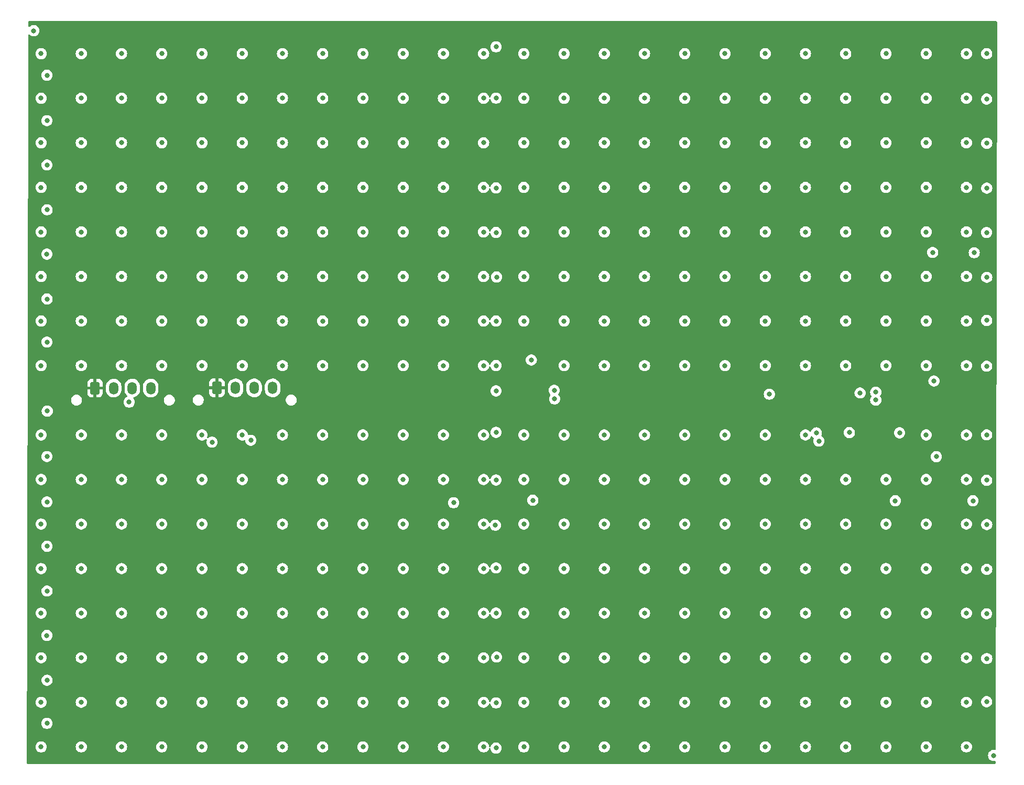
<source format=gbr>
%TF.GenerationSoftware,KiCad,Pcbnew,7.0.8*%
%TF.CreationDate,2023-11-20T11:06:52+02:00*%
%TF.ProjectId,LED Matrix Display,4c454420-4d61-4747-9269-782044697370,rev?*%
%TF.SameCoordinates,Original*%
%TF.FileFunction,Copper,L3,Inr*%
%TF.FilePolarity,Positive*%
%FSLAX46Y46*%
G04 Gerber Fmt 4.6, Leading zero omitted, Abs format (unit mm)*
G04 Created by KiCad (PCBNEW 7.0.8) date 2023-11-20 11:06:52*
%MOMM*%
%LPD*%
G01*
G04 APERTURE LIST*
G04 Aperture macros list*
%AMRoundRect*
0 Rectangle with rounded corners*
0 $1 Rounding radius*
0 $2 $3 $4 $5 $6 $7 $8 $9 X,Y pos of 4 corners*
0 Add a 4 corners polygon primitive as box body*
4,1,4,$2,$3,$4,$5,$6,$7,$8,$9,$2,$3,0*
0 Add four circle primitives for the rounded corners*
1,1,$1+$1,$2,$3*
1,1,$1+$1,$4,$5*
1,1,$1+$1,$6,$7*
1,1,$1+$1,$8,$9*
0 Add four rect primitives between the rounded corners*
20,1,$1+$1,$2,$3,$4,$5,0*
20,1,$1+$1,$4,$5,$6,$7,0*
20,1,$1+$1,$6,$7,$8,$9,0*
20,1,$1+$1,$8,$9,$2,$3,0*%
G04 Aperture macros list end*
%TA.AperFunction,ComponentPad*%
%ADD10RoundRect,0.250001X-0.499999X-0.759999X0.499999X-0.759999X0.499999X0.759999X-0.499999X0.759999X0*%
%TD*%
%TA.AperFunction,ComponentPad*%
%ADD11O,1.500000X2.020000*%
%TD*%
%TA.AperFunction,ViaPad*%
%ADD12C,0.800000*%
%TD*%
G04 APERTURE END LIST*
D10*
%TO.N,GND*%
%TO.C,J4*%
X26520400Y-83536400D03*
D11*
%TO.N,ONE_WIRE_2*%
X29520400Y-83536400D03*
%TO.N,ONE_WIRE*%
X32520400Y-83536400D03*
%TO.N,+12V*%
X35520400Y-83536400D03*
%TD*%
D10*
%TO.N,GND*%
%TO.C,J6*%
X46205400Y-83511000D03*
D11*
%TO.N,ONE_WIRE_2*%
X49205400Y-83511000D03*
%TO.N,ONE_WIRE*%
X52205400Y-83511000D03*
%TO.N,+12V*%
X55205400Y-83511000D03*
%TD*%
D12*
%TO.N,+5V*%
X63295157Y-36711266D03*
X147795157Y-43911266D03*
X82795157Y-79911266D03*
X95795157Y-43911266D03*
X147795157Y-98311266D03*
X37295157Y-91111266D03*
X108795157Y-79911266D03*
X17795157Y-119911266D03*
X37295157Y-36711266D03*
X160795157Y-105511266D03*
X37295157Y-127111266D03*
X154295157Y-134311266D03*
X108795157Y-98311266D03*
X76295157Y-36711266D03*
X102295157Y-79911266D03*
X63295157Y-29511266D03*
X160795157Y-112711266D03*
X134795157Y-134311266D03*
X17795157Y-36711266D03*
X147795157Y-36711266D03*
X115295157Y-112711266D03*
X17795157Y-79911266D03*
X134795157Y-141511266D03*
X17795157Y-58311266D03*
X141295157Y-127111266D03*
X17795157Y-91111266D03*
X30795157Y-72711266D03*
X134795157Y-91111266D03*
X24295157Y-29511266D03*
X154295157Y-29511266D03*
X121795157Y-98311266D03*
X160795157Y-43911266D03*
X69795157Y-72711266D03*
X24295157Y-98311266D03*
X167295157Y-119911266D03*
X134795157Y-119911266D03*
X147795157Y-72711266D03*
X91300000Y-36700000D03*
X167295157Y-36711266D03*
X56795157Y-51111266D03*
X17795157Y-51111266D03*
X56795157Y-58311266D03*
X95795157Y-51111266D03*
X63295157Y-134311266D03*
X50295157Y-98311266D03*
X128295157Y-91111266D03*
X91400000Y-65600000D03*
X121795157Y-43911266D03*
X128295157Y-36711266D03*
X102295157Y-134311266D03*
X50295157Y-141511266D03*
X43795157Y-43911266D03*
X82795157Y-51111266D03*
X167295157Y-29511266D03*
X43795157Y-36711266D03*
X115295157Y-98311266D03*
X50295157Y-119911266D03*
X56795157Y-98311266D03*
X95795157Y-105511266D03*
X50295157Y-79911266D03*
X63295157Y-58311266D03*
X30795157Y-91111266D03*
X154295157Y-98311266D03*
X141295157Y-134311266D03*
X56795157Y-119911266D03*
X24295157Y-127111266D03*
X82795157Y-112711266D03*
X147795157Y-134311266D03*
X167295157Y-134311266D03*
X141295157Y-29511266D03*
X167295157Y-79911266D03*
X134795157Y-36711266D03*
X69795157Y-98311266D03*
X17795157Y-29511266D03*
X76295157Y-91111266D03*
X121795157Y-141511266D03*
X91300000Y-28400000D03*
X76295157Y-72711266D03*
X30795157Y-141511266D03*
X91300000Y-51200000D03*
X160795157Y-51111266D03*
X56795157Y-79911266D03*
X121795157Y-79911266D03*
X43795157Y-51111266D03*
X24295157Y-112711266D03*
X63295157Y-98311266D03*
X147795157Y-65511266D03*
X121795157Y-65511266D03*
X102295157Y-98311266D03*
X108795157Y-36711266D03*
X95795157Y-36711266D03*
X134795157Y-72711266D03*
X91300000Y-90700000D03*
X56795157Y-43911266D03*
X37295157Y-134311266D03*
X50295157Y-29511266D03*
X141295157Y-112711266D03*
X95795157Y-29511266D03*
X115295157Y-58311266D03*
X121795157Y-134311266D03*
X50295157Y-36711266D03*
X95795157Y-65511266D03*
X128295157Y-29511266D03*
X95795157Y-119911266D03*
X89295157Y-119911266D03*
X141295157Y-91111266D03*
X50295157Y-112711266D03*
X82795157Y-119911266D03*
X37295157Y-79911266D03*
X69795157Y-105511266D03*
X160795157Y-36711266D03*
X154295157Y-51111266D03*
X17795157Y-43911266D03*
X91300000Y-79900000D03*
X17795157Y-112711266D03*
X76295157Y-79911266D03*
X128295157Y-105511266D03*
X102295157Y-105511266D03*
X89295157Y-58311266D03*
X89295157Y-51111266D03*
X134795157Y-127111266D03*
X69795157Y-134311266D03*
X82795157Y-141511266D03*
X102295157Y-141511266D03*
X24295157Y-119911266D03*
X37295157Y-65511266D03*
X91200000Y-105700000D03*
X160795157Y-65511266D03*
X154295157Y-119911266D03*
X141295157Y-72711266D03*
X121795157Y-72711266D03*
X141295157Y-119911266D03*
X121795157Y-119911266D03*
X154295157Y-79911266D03*
X160795157Y-58311266D03*
X37295157Y-51111266D03*
X76295157Y-105511266D03*
X69795157Y-43911266D03*
X30795157Y-105511266D03*
X89295157Y-91111266D03*
X24295157Y-141511266D03*
X167295157Y-91111266D03*
X89295157Y-134311266D03*
X50295157Y-65511266D03*
X95795157Y-141511266D03*
X154295157Y-72711266D03*
X89295157Y-36711266D03*
X134795157Y-79911266D03*
X91300000Y-72700000D03*
X128295157Y-127111266D03*
X43795157Y-141511266D03*
X115295157Y-127111266D03*
X121795157Y-58311266D03*
X17795157Y-72711266D03*
X102295157Y-58311266D03*
X102295157Y-119911266D03*
X115295157Y-51111266D03*
X141295157Y-98311266D03*
X91300000Y-58400000D03*
X91400000Y-127000000D03*
X134795157Y-112711266D03*
X37295157Y-105511266D03*
X89295157Y-72711266D03*
X102295157Y-51111266D03*
X56795157Y-141511266D03*
X100761800Y-85293200D03*
X154295157Y-127111266D03*
X89295157Y-141511266D03*
X115295157Y-29511266D03*
X154295157Y-65511266D03*
X76295157Y-98311266D03*
X102295157Y-36711266D03*
X30795157Y-79911266D03*
X160795157Y-72711266D03*
X24295157Y-58311266D03*
X82795157Y-29511266D03*
X141295157Y-58311266D03*
X82795157Y-127111266D03*
X167295157Y-72711266D03*
X63295157Y-51111266D03*
X121795157Y-29511266D03*
X17795157Y-65511266D03*
X76295157Y-127111266D03*
X154295157Y-105511266D03*
X95795157Y-72711266D03*
X115295157Y-79911266D03*
X154295157Y-36711266D03*
X56795157Y-112711266D03*
X69795157Y-141511266D03*
X128295157Y-112711266D03*
X147795157Y-127111266D03*
X147795157Y-119911266D03*
X134795157Y-105511266D03*
X102295157Y-91111266D03*
X108795157Y-105511266D03*
X43795157Y-58311266D03*
X160795157Y-119911266D03*
X95795157Y-58311266D03*
X30795157Y-51111266D03*
X128295157Y-43911266D03*
X56795157Y-105511266D03*
X17795157Y-141511266D03*
X56795157Y-91111266D03*
X102295157Y-65511266D03*
X30795157Y-127111266D03*
X128295157Y-134311266D03*
X56795157Y-127111266D03*
X69795157Y-65511266D03*
X43795157Y-98311266D03*
X102295157Y-72711266D03*
X108795157Y-141511266D03*
X160795157Y-79911266D03*
X56795157Y-29511266D03*
X76295157Y-134311266D03*
X167295157Y-65511266D03*
X156500000Y-90764536D03*
X82795157Y-98311266D03*
X69795157Y-58311266D03*
X121795157Y-36711266D03*
X63295157Y-112711266D03*
X37295157Y-119911266D03*
X128295157Y-98311266D03*
X37295157Y-43911266D03*
X121795157Y-91111266D03*
X63295157Y-79911266D03*
X30795157Y-119911266D03*
X30795157Y-58311266D03*
X167295157Y-43911266D03*
X141295157Y-79911266D03*
X134795157Y-65511266D03*
X134795157Y-58311266D03*
X128295157Y-72711266D03*
X76295157Y-112711266D03*
X115295157Y-72711266D03*
X76295157Y-119911266D03*
X115295157Y-36711266D03*
X30795157Y-29511266D03*
X167295157Y-127111266D03*
X37295157Y-98311266D03*
X147795157Y-141511266D03*
X154295157Y-141511266D03*
X43795157Y-79911266D03*
X160795157Y-141511266D03*
X63295157Y-43911266D03*
X76295157Y-29511266D03*
X128295157Y-58311266D03*
X115295157Y-141511266D03*
X100700000Y-83900000D03*
X91300000Y-119900000D03*
X56795157Y-134311266D03*
X76295157Y-51111266D03*
X115295157Y-65511266D03*
X76295157Y-65511266D03*
X134795157Y-51111266D03*
X69795157Y-127111266D03*
X95795157Y-112711266D03*
X50295157Y-105511266D03*
X24295157Y-72711266D03*
X82795157Y-58311266D03*
X50295157Y-127111266D03*
X30795157Y-36711266D03*
X95795157Y-91111266D03*
X108795157Y-65511266D03*
X17795157Y-134311266D03*
X43795157Y-65511266D03*
X134795157Y-98311266D03*
X128295157Y-65511266D03*
X82795157Y-105511266D03*
X63295157Y-127111266D03*
X147795157Y-79911266D03*
X56795157Y-36711266D03*
X37295157Y-29511266D03*
X108795157Y-43911266D03*
X30795157Y-98311266D03*
X82795157Y-72711266D03*
X82795157Y-134311266D03*
X89295157Y-29511266D03*
X69795157Y-119911266D03*
X115295157Y-134311266D03*
X91300000Y-84000000D03*
X160795157Y-91111266D03*
X108795157Y-58311266D03*
X128295157Y-79911266D03*
X24295157Y-51111266D03*
X24295157Y-91111266D03*
X89295157Y-105511266D03*
X63295157Y-91111266D03*
X43795157Y-112711266D03*
X95795157Y-134311266D03*
X63295157Y-141511266D03*
X108795157Y-91111266D03*
X141295157Y-105511266D03*
X134795157Y-29511266D03*
X30795157Y-112711266D03*
X89295157Y-112711266D03*
X89295157Y-127111266D03*
X30795157Y-43911266D03*
X108795157Y-119911266D03*
X91300000Y-141700000D03*
X43795157Y-105511266D03*
X121795157Y-51111266D03*
X69795157Y-79911266D03*
X43795157Y-119911266D03*
X128295157Y-51111266D03*
X141295157Y-36711266D03*
X56795157Y-65511266D03*
X24295157Y-134311266D03*
X167295157Y-98311266D03*
X147795157Y-112711266D03*
X115295157Y-105511266D03*
X24295157Y-105511266D03*
X147795157Y-51111266D03*
X63295157Y-119911266D03*
X147795157Y-29511266D03*
X115295157Y-119911266D03*
X89295157Y-65511266D03*
X63295157Y-65511266D03*
X89295157Y-79911266D03*
X154295157Y-43911266D03*
X121795157Y-105511266D03*
X147795157Y-58311266D03*
X43795157Y-29511266D03*
X115295157Y-43911266D03*
X160795157Y-29511266D03*
X102295157Y-127111266D03*
X160795157Y-134311266D03*
X37295157Y-72711266D03*
X69795157Y-51111266D03*
X43795157Y-91111266D03*
X108795157Y-112711266D03*
X63295157Y-72711266D03*
X154295157Y-112711266D03*
X37295157Y-112711266D03*
X97000000Y-79000000D03*
X82795157Y-65511266D03*
X91300000Y-98400000D03*
X17795157Y-105511266D03*
X115295157Y-91111266D03*
X50295157Y-72711266D03*
X160795157Y-98311266D03*
X50295157Y-43911266D03*
X82795157Y-43911266D03*
X108795157Y-29511266D03*
X69795157Y-29511266D03*
X147795157Y-105511266D03*
X50295157Y-134311266D03*
X17795157Y-98311266D03*
X89295157Y-98311266D03*
X30795157Y-65511266D03*
X24295157Y-43911266D03*
X108795157Y-72711266D03*
X141295157Y-51111266D03*
X95795157Y-98311266D03*
X56795157Y-72711266D03*
X43795157Y-72711266D03*
X69795157Y-36711266D03*
X102295157Y-29511266D03*
X76295157Y-43911266D03*
X43795157Y-127111266D03*
X43795157Y-134311266D03*
X76295157Y-58311266D03*
X167295157Y-141511266D03*
X95795157Y-127111266D03*
X76295157Y-141511266D03*
X17795157Y-127111266D03*
X167295157Y-51111266D03*
X108795157Y-51111266D03*
X69795157Y-112711266D03*
X102295157Y-43911266D03*
X24295157Y-36711266D03*
X37295157Y-141511266D03*
X24295157Y-79911266D03*
X50295157Y-91111266D03*
X82795157Y-36711266D03*
X154295157Y-58311266D03*
X167295157Y-112711266D03*
X160795157Y-127111266D03*
X50295157Y-58311266D03*
X128295157Y-141511266D03*
X37295157Y-58311266D03*
X89295157Y-43911266D03*
X121795157Y-127111266D03*
X108795157Y-134311266D03*
X121795157Y-112711266D03*
X141295157Y-65511266D03*
X128295157Y-119911266D03*
X30795157Y-134311266D03*
X91300000Y-134400000D03*
X91300000Y-112600000D03*
X108795157Y-127111266D03*
X141295157Y-141511266D03*
X50295157Y-51111266D03*
X82795157Y-91111266D03*
X148386800Y-90728800D03*
X24295157Y-65511266D03*
X69795157Y-91111266D03*
X167295157Y-105511266D03*
X102295157Y-112711266D03*
X134795157Y-43911266D03*
X141295157Y-43911266D03*
X63295157Y-105511266D03*
X167295157Y-58311266D03*
%TO.N,GND*%
X63355103Y-118262807D03*
X63355103Y-78262807D03*
X50355103Y-42262807D03*
X76355103Y-63862807D03*
X115355103Y-103862807D03*
X141355103Y-111062807D03*
X128355103Y-78262807D03*
X166725600Y-84404200D03*
X147855103Y-35062807D03*
X102355103Y-27862807D03*
X95855103Y-42262807D03*
X17855103Y-118262807D03*
X37355103Y-42262807D03*
X147855103Y-139862807D03*
X82855103Y-35062807D03*
X167355103Y-78262807D03*
X102355103Y-35062807D03*
X95000000Y-84900000D03*
X37355103Y-71062807D03*
X30855103Y-27862807D03*
X30855103Y-96662807D03*
X128355103Y-71062807D03*
X95855103Y-49462807D03*
X141355103Y-42262807D03*
X134855103Y-139862807D03*
X66800000Y-84900000D03*
X37355103Y-96662807D03*
X82855103Y-42262807D03*
X147855103Y-56662807D03*
X56855103Y-56662807D03*
X56855103Y-132662807D03*
X76355103Y-89462807D03*
X108855103Y-42262807D03*
X134855103Y-118262807D03*
X154355103Y-56662807D03*
X154052655Y-89765255D03*
X108855103Y-125462807D03*
X108855103Y-139862807D03*
X115355103Y-89462807D03*
X121855103Y-71062807D03*
X160855103Y-139862807D03*
X50355103Y-71062807D03*
X128355103Y-56662807D03*
X160855103Y-103862807D03*
X50355103Y-49462807D03*
X43855103Y-49462807D03*
X69855103Y-89462807D03*
X17855103Y-89462807D03*
X134855103Y-27862807D03*
X98500000Y-84900000D03*
X43855103Y-89462807D03*
X30855103Y-125462807D03*
X102355103Y-103862807D03*
X50355103Y-27862807D03*
X89355103Y-103862807D03*
X160855103Y-118262807D03*
X115355103Y-78262807D03*
X115355103Y-111062807D03*
X154355103Y-96662807D03*
X102355103Y-71062807D03*
X17855103Y-96662807D03*
X95855103Y-27862807D03*
X128355103Y-118262807D03*
X56855103Y-111062807D03*
X128355103Y-139862807D03*
X128355103Y-89462807D03*
X167355103Y-118262807D03*
X63355103Y-139862807D03*
X37355103Y-56662807D03*
X160855103Y-71062807D03*
X50355103Y-78262807D03*
X76355103Y-132662807D03*
X147855103Y-71062807D03*
X89355103Y-35062807D03*
X134855103Y-71062807D03*
X134855103Y-132662807D03*
X56855103Y-49462807D03*
X82855103Y-118262807D03*
X115355103Y-56662807D03*
X24355103Y-118262807D03*
X56855103Y-118262807D03*
X98500000Y-82500000D03*
X63355103Y-71062807D03*
X141355103Y-103862807D03*
X115355103Y-96662807D03*
X30855103Y-35062807D03*
X82855103Y-89462807D03*
X102355103Y-139862807D03*
X82855103Y-132662807D03*
X147855103Y-42262807D03*
X160855103Y-125462807D03*
X102355103Y-63862807D03*
X24355103Y-103862807D03*
X121855103Y-35062807D03*
X17855103Y-49462807D03*
X37355103Y-118262807D03*
X95855103Y-71062807D03*
X24355103Y-132662807D03*
X128355103Y-63862807D03*
X89355103Y-89462807D03*
X37355103Y-78262807D03*
X134855103Y-89462807D03*
X63355103Y-103862807D03*
X82855103Y-96662807D03*
X167355103Y-35062807D03*
X89355103Y-139862807D03*
X147855103Y-118262807D03*
X17855103Y-27862807D03*
X17855103Y-111062807D03*
X95855103Y-118262807D03*
X121855103Y-103862807D03*
X134855103Y-63862807D03*
X89355103Y-96662807D03*
X134855103Y-125462807D03*
X102355103Y-49462807D03*
X43855103Y-35062807D03*
X89355103Y-42262807D03*
X108855103Y-71062807D03*
X167355103Y-139862807D03*
X134855103Y-103862807D03*
X50355103Y-118262807D03*
X128355103Y-132662807D03*
X56855103Y-139862807D03*
X154355103Y-27862807D03*
X167355103Y-96662807D03*
X95855103Y-132662807D03*
X167355103Y-42262807D03*
X156972000Y-83337400D03*
X95855103Y-139862807D03*
X37355103Y-139862807D03*
X89355103Y-118262807D03*
X141355103Y-139862807D03*
X108855103Y-49462807D03*
X115355103Y-125462807D03*
X121855103Y-56662807D03*
X43855103Y-27862807D03*
X56855103Y-103862807D03*
X89355103Y-49462807D03*
X167355103Y-27862807D03*
X56855103Y-42262807D03*
X115355103Y-139862807D03*
X115355103Y-63862807D03*
X128355103Y-103862807D03*
X89355103Y-27862807D03*
X128355103Y-49462807D03*
X154355103Y-63862807D03*
X147855103Y-103862807D03*
X17855103Y-132662807D03*
X115355103Y-71062807D03*
X115355103Y-42262807D03*
X43855103Y-56662807D03*
X160855103Y-96662807D03*
X134855103Y-42262807D03*
X141355103Y-96662807D03*
X115355103Y-27862807D03*
X56855103Y-71062807D03*
X43855103Y-111062807D03*
X82855103Y-56662807D03*
X63355103Y-27862807D03*
X154355103Y-78262807D03*
X76355103Y-103862807D03*
X89355103Y-125462807D03*
X63355103Y-111062807D03*
X50355103Y-63862807D03*
X167355103Y-89462807D03*
X82855103Y-103862807D03*
X147855103Y-63862807D03*
X121855103Y-27862807D03*
X30855103Y-89462807D03*
X76355103Y-125462807D03*
X102355103Y-111062807D03*
X108855103Y-89462807D03*
X157504104Y-88635163D03*
X102355103Y-118262807D03*
X68600000Y-84900000D03*
X147855103Y-125462807D03*
X153289000Y-83058000D03*
X43855103Y-103862807D03*
X69855103Y-42262807D03*
X108855103Y-132662807D03*
X147855103Y-96662807D03*
X76355103Y-111062807D03*
X147855103Y-78262807D03*
X69855103Y-125462807D03*
X134855103Y-111062807D03*
X160855103Y-27862807D03*
X89355103Y-132662807D03*
X121855103Y-89462807D03*
X37355103Y-27862807D03*
X154355103Y-132662807D03*
X167355103Y-132662807D03*
X69855103Y-71062807D03*
X154355103Y-125462807D03*
X69855103Y-27862807D03*
X37355103Y-49462807D03*
X95855103Y-63862807D03*
X24355103Y-35062807D03*
X121855103Y-63862807D03*
X50355103Y-56662807D03*
X147855103Y-49462807D03*
X154355103Y-49462807D03*
X95855103Y-78262807D03*
X102355103Y-89462807D03*
X82855103Y-27862807D03*
X167355103Y-125462807D03*
X121855103Y-42262807D03*
X69855103Y-139862807D03*
X154355103Y-139862807D03*
X108855103Y-111062807D03*
X17855103Y-103862807D03*
X30855103Y-42262807D03*
X30855103Y-103862807D03*
X161682747Y-88635163D03*
X30855103Y-56662807D03*
X17855103Y-35062807D03*
X76355103Y-78262807D03*
X154355103Y-118262807D03*
X141355103Y-89462807D03*
X108855103Y-35062807D03*
X69855103Y-35062807D03*
X56855103Y-35062807D03*
X128355103Y-111062807D03*
X102355103Y-132662807D03*
X50355103Y-35062807D03*
X141355103Y-132662807D03*
X69855103Y-49462807D03*
X37355103Y-125462807D03*
X76355103Y-56662807D03*
X82855103Y-125462807D03*
X30855103Y-111062807D03*
X134855103Y-49462807D03*
X17855103Y-42262807D03*
X65100000Y-82500000D03*
X50355103Y-111062807D03*
X82855103Y-111062807D03*
X167355103Y-63862807D03*
X56855103Y-27862807D03*
X56855103Y-63862807D03*
X160855103Y-42262807D03*
X76355103Y-118262807D03*
X50355103Y-139862807D03*
X160855103Y-35062807D03*
X115355103Y-132662807D03*
X95855103Y-111062807D03*
X160855103Y-56662807D03*
X69855103Y-78262807D03*
X43855103Y-139862807D03*
X167355103Y-56662807D03*
X96700000Y-84900000D03*
X50355103Y-103862807D03*
X63355103Y-56662807D03*
X63355103Y-35062807D03*
X43855103Y-125462807D03*
X102355103Y-78262807D03*
X95855103Y-35062807D03*
X141355103Y-125462807D03*
X37355103Y-103862807D03*
X121855103Y-132662807D03*
X17855103Y-78262807D03*
X24355103Y-96662807D03*
X43855103Y-71062807D03*
X115355103Y-49462807D03*
X37355103Y-132662807D03*
X17855103Y-63862807D03*
X95855103Y-56662807D03*
X141355103Y-27862807D03*
X160855103Y-111062807D03*
X17855103Y-125462807D03*
X63355103Y-125462807D03*
X108855103Y-56662807D03*
X50355103Y-89462807D03*
X56855103Y-125462807D03*
X63355103Y-96662807D03*
X24355103Y-111062807D03*
X43855103Y-96662807D03*
X17855103Y-56662807D03*
X121855103Y-78262807D03*
X115355103Y-118262807D03*
X37355103Y-89462807D03*
X82855103Y-49462807D03*
X76355103Y-35062807D03*
X141355103Y-35062807D03*
X76355103Y-49462807D03*
X167355103Y-103862807D03*
X108855103Y-27862807D03*
X30855103Y-132662807D03*
X71250000Y-95835163D03*
X24355103Y-139862807D03*
X69855103Y-103862807D03*
X30855103Y-71062807D03*
X121855103Y-111062807D03*
X37355103Y-111062807D03*
X76355103Y-71062807D03*
X63355103Y-63862807D03*
X159029400Y-84658200D03*
X89355103Y-63862807D03*
X24355103Y-27862807D03*
X154355103Y-71062807D03*
X121855103Y-96662807D03*
X95855103Y-125462807D03*
X63355103Y-42262807D03*
X43855103Y-42262807D03*
X167355103Y-49462807D03*
X66800000Y-82500000D03*
X82855103Y-71062807D03*
X69855103Y-56662807D03*
X56855103Y-89462807D03*
X141355103Y-78262807D03*
X147855103Y-89462807D03*
X154355103Y-35062807D03*
X141355103Y-56662807D03*
X69855103Y-111062807D03*
X82855103Y-78262807D03*
X121855103Y-118262807D03*
X24355103Y-42262807D03*
X76355103Y-96662807D03*
X160855103Y-132662807D03*
X102355103Y-125462807D03*
X89355103Y-71062807D03*
X30855103Y-118262807D03*
X50355103Y-125462807D03*
X76355103Y-42262807D03*
X108855103Y-103862807D03*
X108855103Y-118262807D03*
X24355103Y-56662807D03*
X94661319Y-97905228D03*
X128355103Y-27862807D03*
X43855103Y-118262807D03*
X160855103Y-49462807D03*
X24355103Y-78262807D03*
X82855103Y-139862807D03*
X102355103Y-42262807D03*
X50355103Y-132662807D03*
X68600000Y-82500000D03*
X141355103Y-49462807D03*
X160855103Y-78262807D03*
X76355103Y-27862807D03*
X63355103Y-89462807D03*
X96700000Y-82500000D03*
X121855103Y-125462807D03*
X167355103Y-111062807D03*
X76355103Y-139862807D03*
X30855103Y-49462807D03*
X128355103Y-125462807D03*
X147855103Y-27862807D03*
X147855103Y-111062807D03*
X95855103Y-89462807D03*
X37355103Y-35062807D03*
X154355103Y-42262807D03*
X134855103Y-96662807D03*
X147855103Y-132662807D03*
X30855103Y-78262807D03*
X108855103Y-63862807D03*
X89355103Y-56662807D03*
X95000000Y-82500000D03*
X30855103Y-63862807D03*
X56855103Y-78262807D03*
X82855103Y-63862807D03*
X50355103Y-96662807D03*
X128355103Y-35062807D03*
X141355103Y-63862807D03*
X95855103Y-103862807D03*
X43855103Y-132662807D03*
X108855103Y-78262807D03*
X63355103Y-49462807D03*
X102355103Y-56662807D03*
X24355103Y-71062807D03*
X17855103Y-71062807D03*
X56855103Y-96662807D03*
X24355103Y-49462807D03*
X154355103Y-103862807D03*
X24355103Y-89462807D03*
X24355103Y-63862807D03*
X121855103Y-49462807D03*
X128355103Y-96662807D03*
X43855103Y-63862807D03*
X43855103Y-78262807D03*
X154355103Y-111062807D03*
X128355103Y-42262807D03*
X69855103Y-118262807D03*
X134855103Y-56662807D03*
X37355103Y-63862807D03*
X115355103Y-35062807D03*
X141355103Y-118262807D03*
X160855103Y-63862807D03*
X141355103Y-71062807D03*
X167355103Y-71062807D03*
X63355103Y-132662807D03*
X17855103Y-139862807D03*
X24355103Y-125462807D03*
X69855103Y-63862807D03*
X102355103Y-96662807D03*
X65100000Y-84900000D03*
X121855103Y-139862807D03*
X69855103Y-132662807D03*
X89355103Y-78262807D03*
X134855103Y-78262807D03*
X134855103Y-35062807D03*
X108855103Y-96662807D03*
X30855103Y-139862807D03*
X89355103Y-111062807D03*
%TO.N,+3V3*%
X161846694Y-61629537D03*
X162433000Y-94615000D03*
X152654000Y-85471000D03*
X168555103Y-61671200D03*
%TO.N,Net-(D3-A)*%
X135458200Y-84531200D03*
%TO.N,I2C_SCL*%
X162052000Y-82397600D03*
X152654000Y-84201000D03*
%TO.N,I2C_SDA*%
X150114000Y-84328000D03*
%TO.N,ONE_WIRE*%
X32029400Y-85801200D03*
X143459200Y-92100400D03*
%TO.N,Net-(D1-DIN)*%
X18738177Y-123505037D03*
X18754261Y-109092062D03*
X18738177Y-61905037D03*
X170566627Y-80004372D03*
X170571565Y-36833055D03*
X170559617Y-120004787D03*
X18762157Y-130742839D03*
X170583597Y-127242589D03*
X18796000Y-87249000D03*
X18750125Y-101933305D03*
X170575701Y-43991812D03*
X170583555Y-112829947D03*
X170583555Y-51229947D03*
X18762157Y-69142839D03*
X18754261Y-47492062D03*
X18750000Y-33000000D03*
X170571523Y-134207035D03*
X171700000Y-142900000D03*
X18750125Y-40333305D03*
X170559617Y-58404787D03*
X18750000Y-94600000D03*
X18762115Y-54730197D03*
X16600000Y-25800000D03*
X170571523Y-72607035D03*
X18762115Y-116330197D03*
X18750083Y-137707285D03*
X170571440Y-91099750D03*
X170571565Y-98433055D03*
X18750083Y-76107285D03*
X170583597Y-65642589D03*
X170575701Y-105591812D03*
X170571440Y-29499750D03*
%TO.N,/ESP32/EN*%
X155803600Y-101752400D03*
X168351200Y-101752400D03*
%TO.N,ONE_WIRE_2*%
X143054603Y-90779600D03*
X51689000Y-91973400D03*
X45415200Y-92278200D03*
%TO.N,/ESP32/GPIO_35*%
X97250000Y-101657805D03*
X84450000Y-102060663D03*
%TD*%
%TA.AperFunction,Conductor*%
%TO.N,GND*%
G36*
X172192780Y-24269685D02*
G01*
X172238535Y-24322489D01*
X172249741Y-24374258D01*
X172004913Y-141891324D01*
X171985089Y-141958323D01*
X171932189Y-142003967D01*
X171863010Y-142013767D01*
X171855134Y-142012357D01*
X171854037Y-142012124D01*
X171794646Y-141999500D01*
X171605354Y-141999500D01*
X171572897Y-142006398D01*
X171420197Y-142038855D01*
X171420192Y-142038857D01*
X171247270Y-142115848D01*
X171247265Y-142115851D01*
X171094129Y-142227111D01*
X170967466Y-142367785D01*
X170872821Y-142531715D01*
X170872818Y-142531722D01*
X170814327Y-142711740D01*
X170814326Y-142711744D01*
X170794540Y-142900000D01*
X170814326Y-143088256D01*
X170814327Y-143088259D01*
X170872818Y-143268277D01*
X170872821Y-143268284D01*
X170967467Y-143432216D01*
X171094129Y-143572888D01*
X171247265Y-143684148D01*
X171247270Y-143684151D01*
X171420192Y-143761142D01*
X171420197Y-143761144D01*
X171605354Y-143800500D01*
X171605355Y-143800500D01*
X171794644Y-143800500D01*
X171794646Y-143800500D01*
X171850927Y-143788537D01*
X171920594Y-143793853D01*
X171976328Y-143835990D01*
X172000433Y-143901570D01*
X172000708Y-143910085D01*
X172000258Y-144126258D01*
X171980434Y-144193256D01*
X171927535Y-144238901D01*
X171876258Y-144250000D01*
X15624259Y-144250000D01*
X15557220Y-144230315D01*
X15511465Y-144177511D01*
X15500259Y-144125742D01*
X15505706Y-141511266D01*
X16889697Y-141511266D01*
X16909483Y-141699522D01*
X16909484Y-141699525D01*
X16967975Y-141879543D01*
X16967978Y-141879550D01*
X17062624Y-142043482D01*
X17127783Y-142115848D01*
X17189286Y-142184154D01*
X17342422Y-142295414D01*
X17342427Y-142295417D01*
X17515349Y-142372408D01*
X17515354Y-142372410D01*
X17700511Y-142411766D01*
X17700512Y-142411766D01*
X17889801Y-142411766D01*
X17889803Y-142411766D01*
X18074960Y-142372410D01*
X18247887Y-142295417D01*
X18401028Y-142184154D01*
X18527690Y-142043482D01*
X18622336Y-141879550D01*
X18680831Y-141699522D01*
X18700617Y-141511266D01*
X23389697Y-141511266D01*
X23409483Y-141699522D01*
X23409484Y-141699525D01*
X23467975Y-141879543D01*
X23467978Y-141879550D01*
X23562624Y-142043482D01*
X23627783Y-142115848D01*
X23689286Y-142184154D01*
X23842422Y-142295414D01*
X23842427Y-142295417D01*
X24015349Y-142372408D01*
X24015354Y-142372410D01*
X24200511Y-142411766D01*
X24200512Y-142411766D01*
X24389801Y-142411766D01*
X24389803Y-142411766D01*
X24574960Y-142372410D01*
X24747887Y-142295417D01*
X24901028Y-142184154D01*
X25027690Y-142043482D01*
X25122336Y-141879550D01*
X25180831Y-141699522D01*
X25200617Y-141511266D01*
X29889697Y-141511266D01*
X29909483Y-141699522D01*
X29909484Y-141699525D01*
X29967975Y-141879543D01*
X29967978Y-141879550D01*
X30062624Y-142043482D01*
X30127783Y-142115848D01*
X30189286Y-142184154D01*
X30342422Y-142295414D01*
X30342427Y-142295417D01*
X30515349Y-142372408D01*
X30515354Y-142372410D01*
X30700511Y-142411766D01*
X30700512Y-142411766D01*
X30889801Y-142411766D01*
X30889803Y-142411766D01*
X31074960Y-142372410D01*
X31247887Y-142295417D01*
X31401028Y-142184154D01*
X31527690Y-142043482D01*
X31622336Y-141879550D01*
X31680831Y-141699522D01*
X31700617Y-141511266D01*
X36389697Y-141511266D01*
X36409483Y-141699522D01*
X36409484Y-141699525D01*
X36467975Y-141879543D01*
X36467978Y-141879550D01*
X36562624Y-142043482D01*
X36627783Y-142115848D01*
X36689286Y-142184154D01*
X36842422Y-142295414D01*
X36842427Y-142295417D01*
X37015349Y-142372408D01*
X37015354Y-142372410D01*
X37200511Y-142411766D01*
X37200512Y-142411766D01*
X37389801Y-142411766D01*
X37389803Y-142411766D01*
X37574960Y-142372410D01*
X37747887Y-142295417D01*
X37901028Y-142184154D01*
X38027690Y-142043482D01*
X38122336Y-141879550D01*
X38180831Y-141699522D01*
X38200617Y-141511266D01*
X42889697Y-141511266D01*
X42909483Y-141699522D01*
X42909484Y-141699525D01*
X42967975Y-141879543D01*
X42967978Y-141879550D01*
X43062624Y-142043482D01*
X43127783Y-142115848D01*
X43189286Y-142184154D01*
X43342422Y-142295414D01*
X43342427Y-142295417D01*
X43515349Y-142372408D01*
X43515354Y-142372410D01*
X43700511Y-142411766D01*
X43700512Y-142411766D01*
X43889801Y-142411766D01*
X43889803Y-142411766D01*
X44074960Y-142372410D01*
X44247887Y-142295417D01*
X44401028Y-142184154D01*
X44527690Y-142043482D01*
X44622336Y-141879550D01*
X44680831Y-141699522D01*
X44700617Y-141511266D01*
X49389697Y-141511266D01*
X49409483Y-141699522D01*
X49409484Y-141699525D01*
X49467975Y-141879543D01*
X49467978Y-141879550D01*
X49562624Y-142043482D01*
X49627783Y-142115848D01*
X49689286Y-142184154D01*
X49842422Y-142295414D01*
X49842427Y-142295417D01*
X50015349Y-142372408D01*
X50015354Y-142372410D01*
X50200511Y-142411766D01*
X50200512Y-142411766D01*
X50389801Y-142411766D01*
X50389803Y-142411766D01*
X50574960Y-142372410D01*
X50747887Y-142295417D01*
X50901028Y-142184154D01*
X51027690Y-142043482D01*
X51122336Y-141879550D01*
X51180831Y-141699522D01*
X51200617Y-141511266D01*
X55889697Y-141511266D01*
X55909483Y-141699522D01*
X55909484Y-141699525D01*
X55967975Y-141879543D01*
X55967978Y-141879550D01*
X56062624Y-142043482D01*
X56127783Y-142115848D01*
X56189286Y-142184154D01*
X56342422Y-142295414D01*
X56342427Y-142295417D01*
X56515349Y-142372408D01*
X56515354Y-142372410D01*
X56700511Y-142411766D01*
X56700512Y-142411766D01*
X56889801Y-142411766D01*
X56889803Y-142411766D01*
X57074960Y-142372410D01*
X57247887Y-142295417D01*
X57401028Y-142184154D01*
X57527690Y-142043482D01*
X57622336Y-141879550D01*
X57680831Y-141699522D01*
X57700617Y-141511266D01*
X62389697Y-141511266D01*
X62409483Y-141699522D01*
X62409484Y-141699525D01*
X62467975Y-141879543D01*
X62467978Y-141879550D01*
X62562624Y-142043482D01*
X62627783Y-142115848D01*
X62689286Y-142184154D01*
X62842422Y-142295414D01*
X62842427Y-142295417D01*
X63015349Y-142372408D01*
X63015354Y-142372410D01*
X63200511Y-142411766D01*
X63200512Y-142411766D01*
X63389801Y-142411766D01*
X63389803Y-142411766D01*
X63574960Y-142372410D01*
X63747887Y-142295417D01*
X63901028Y-142184154D01*
X64027690Y-142043482D01*
X64122336Y-141879550D01*
X64180831Y-141699522D01*
X64200617Y-141511266D01*
X68889697Y-141511266D01*
X68909483Y-141699522D01*
X68909484Y-141699525D01*
X68967975Y-141879543D01*
X68967978Y-141879550D01*
X69062624Y-142043482D01*
X69127783Y-142115848D01*
X69189286Y-142184154D01*
X69342422Y-142295414D01*
X69342427Y-142295417D01*
X69515349Y-142372408D01*
X69515354Y-142372410D01*
X69700511Y-142411766D01*
X69700512Y-142411766D01*
X69889801Y-142411766D01*
X69889803Y-142411766D01*
X70074960Y-142372410D01*
X70247887Y-142295417D01*
X70401028Y-142184154D01*
X70527690Y-142043482D01*
X70622336Y-141879550D01*
X70680831Y-141699522D01*
X70700617Y-141511266D01*
X75389697Y-141511266D01*
X75409483Y-141699522D01*
X75409484Y-141699525D01*
X75467975Y-141879543D01*
X75467978Y-141879550D01*
X75562624Y-142043482D01*
X75627783Y-142115848D01*
X75689286Y-142184154D01*
X75842422Y-142295414D01*
X75842427Y-142295417D01*
X76015349Y-142372408D01*
X76015354Y-142372410D01*
X76200511Y-142411766D01*
X76200512Y-142411766D01*
X76389801Y-142411766D01*
X76389803Y-142411766D01*
X76574960Y-142372410D01*
X76747887Y-142295417D01*
X76901028Y-142184154D01*
X77027690Y-142043482D01*
X77122336Y-141879550D01*
X77180831Y-141699522D01*
X77200617Y-141511266D01*
X81889697Y-141511266D01*
X81909483Y-141699522D01*
X81909484Y-141699525D01*
X81967975Y-141879543D01*
X81967978Y-141879550D01*
X82062624Y-142043482D01*
X82127783Y-142115848D01*
X82189286Y-142184154D01*
X82342422Y-142295414D01*
X82342427Y-142295417D01*
X82515349Y-142372408D01*
X82515354Y-142372410D01*
X82700511Y-142411766D01*
X82700512Y-142411766D01*
X82889801Y-142411766D01*
X82889803Y-142411766D01*
X83074960Y-142372410D01*
X83247887Y-142295417D01*
X83401028Y-142184154D01*
X83527690Y-142043482D01*
X83622336Y-141879550D01*
X83680831Y-141699522D01*
X83700617Y-141511266D01*
X88389697Y-141511266D01*
X88409483Y-141699522D01*
X88409484Y-141699525D01*
X88467975Y-141879543D01*
X88467978Y-141879550D01*
X88562624Y-142043482D01*
X88627783Y-142115848D01*
X88689286Y-142184154D01*
X88842422Y-142295414D01*
X88842427Y-142295417D01*
X89015349Y-142372408D01*
X89015354Y-142372410D01*
X89200511Y-142411766D01*
X89200512Y-142411766D01*
X89389801Y-142411766D01*
X89389803Y-142411766D01*
X89574960Y-142372410D01*
X89747887Y-142295417D01*
X89901028Y-142184154D01*
X90027690Y-142043482D01*
X90122336Y-141879550D01*
X90161996Y-141757489D01*
X90201432Y-141699815D01*
X90265790Y-141672616D01*
X90334637Y-141684530D01*
X90386113Y-141731774D01*
X90403247Y-141782846D01*
X90414326Y-141888256D01*
X90414327Y-141888259D01*
X90472818Y-142068277D01*
X90472821Y-142068284D01*
X90567467Y-142232216D01*
X90624371Y-142295414D01*
X90694129Y-142372888D01*
X90847265Y-142484148D01*
X90847270Y-142484151D01*
X91020192Y-142561142D01*
X91020197Y-142561144D01*
X91205354Y-142600500D01*
X91205355Y-142600500D01*
X91394644Y-142600500D01*
X91394646Y-142600500D01*
X91579803Y-142561144D01*
X91752730Y-142484151D01*
X91905871Y-142372888D01*
X92032533Y-142232216D01*
X92127179Y-142068284D01*
X92185674Y-141888256D01*
X92205460Y-141700000D01*
X92185674Y-141511744D01*
X92185519Y-141511266D01*
X94889697Y-141511266D01*
X94909483Y-141699522D01*
X94909484Y-141699525D01*
X94967975Y-141879543D01*
X94967978Y-141879550D01*
X95062624Y-142043482D01*
X95127783Y-142115848D01*
X95189286Y-142184154D01*
X95342422Y-142295414D01*
X95342427Y-142295417D01*
X95515349Y-142372408D01*
X95515354Y-142372410D01*
X95700511Y-142411766D01*
X95700512Y-142411766D01*
X95889801Y-142411766D01*
X95889803Y-142411766D01*
X96074960Y-142372410D01*
X96247887Y-142295417D01*
X96401028Y-142184154D01*
X96527690Y-142043482D01*
X96622336Y-141879550D01*
X96680831Y-141699522D01*
X96700617Y-141511266D01*
X101389697Y-141511266D01*
X101409483Y-141699522D01*
X101409484Y-141699525D01*
X101467975Y-141879543D01*
X101467978Y-141879550D01*
X101562624Y-142043482D01*
X101627783Y-142115848D01*
X101689286Y-142184154D01*
X101842422Y-142295414D01*
X101842427Y-142295417D01*
X102015349Y-142372408D01*
X102015354Y-142372410D01*
X102200511Y-142411766D01*
X102200512Y-142411766D01*
X102389801Y-142411766D01*
X102389803Y-142411766D01*
X102574960Y-142372410D01*
X102747887Y-142295417D01*
X102901028Y-142184154D01*
X103027690Y-142043482D01*
X103122336Y-141879550D01*
X103180831Y-141699522D01*
X103200617Y-141511266D01*
X107889697Y-141511266D01*
X107909483Y-141699522D01*
X107909484Y-141699525D01*
X107967975Y-141879543D01*
X107967978Y-141879550D01*
X108062624Y-142043482D01*
X108127783Y-142115848D01*
X108189286Y-142184154D01*
X108342422Y-142295414D01*
X108342427Y-142295417D01*
X108515349Y-142372408D01*
X108515354Y-142372410D01*
X108700511Y-142411766D01*
X108700512Y-142411766D01*
X108889801Y-142411766D01*
X108889803Y-142411766D01*
X109074960Y-142372410D01*
X109247887Y-142295417D01*
X109401028Y-142184154D01*
X109527690Y-142043482D01*
X109622336Y-141879550D01*
X109680831Y-141699522D01*
X109700617Y-141511266D01*
X114389697Y-141511266D01*
X114409483Y-141699522D01*
X114409484Y-141699525D01*
X114467975Y-141879543D01*
X114467978Y-141879550D01*
X114562624Y-142043482D01*
X114627783Y-142115848D01*
X114689286Y-142184154D01*
X114842422Y-142295414D01*
X114842427Y-142295417D01*
X115015349Y-142372408D01*
X115015354Y-142372410D01*
X115200511Y-142411766D01*
X115200512Y-142411766D01*
X115389801Y-142411766D01*
X115389803Y-142411766D01*
X115574960Y-142372410D01*
X115747887Y-142295417D01*
X115901028Y-142184154D01*
X116027690Y-142043482D01*
X116122336Y-141879550D01*
X116180831Y-141699522D01*
X116200617Y-141511266D01*
X120889697Y-141511266D01*
X120909483Y-141699522D01*
X120909484Y-141699525D01*
X120967975Y-141879543D01*
X120967978Y-141879550D01*
X121062624Y-142043482D01*
X121127783Y-142115848D01*
X121189286Y-142184154D01*
X121342422Y-142295414D01*
X121342427Y-142295417D01*
X121515349Y-142372408D01*
X121515354Y-142372410D01*
X121700511Y-142411766D01*
X121700512Y-142411766D01*
X121889801Y-142411766D01*
X121889803Y-142411766D01*
X122074960Y-142372410D01*
X122247887Y-142295417D01*
X122401028Y-142184154D01*
X122527690Y-142043482D01*
X122622336Y-141879550D01*
X122680831Y-141699522D01*
X122700617Y-141511266D01*
X127389697Y-141511266D01*
X127409483Y-141699522D01*
X127409484Y-141699525D01*
X127467975Y-141879543D01*
X127467978Y-141879550D01*
X127562624Y-142043482D01*
X127627783Y-142115848D01*
X127689286Y-142184154D01*
X127842422Y-142295414D01*
X127842427Y-142295417D01*
X128015349Y-142372408D01*
X128015354Y-142372410D01*
X128200511Y-142411766D01*
X128200512Y-142411766D01*
X128389801Y-142411766D01*
X128389803Y-142411766D01*
X128574960Y-142372410D01*
X128747887Y-142295417D01*
X128901028Y-142184154D01*
X129027690Y-142043482D01*
X129122336Y-141879550D01*
X129180831Y-141699522D01*
X129200617Y-141511266D01*
X133889697Y-141511266D01*
X133909483Y-141699522D01*
X133909484Y-141699525D01*
X133967975Y-141879543D01*
X133967978Y-141879550D01*
X134062624Y-142043482D01*
X134127783Y-142115848D01*
X134189286Y-142184154D01*
X134342422Y-142295414D01*
X134342427Y-142295417D01*
X134515349Y-142372408D01*
X134515354Y-142372410D01*
X134700511Y-142411766D01*
X134700512Y-142411766D01*
X134889801Y-142411766D01*
X134889803Y-142411766D01*
X135074960Y-142372410D01*
X135247887Y-142295417D01*
X135401028Y-142184154D01*
X135527690Y-142043482D01*
X135622336Y-141879550D01*
X135680831Y-141699522D01*
X135700617Y-141511266D01*
X140389697Y-141511266D01*
X140409483Y-141699522D01*
X140409484Y-141699525D01*
X140467975Y-141879543D01*
X140467978Y-141879550D01*
X140562624Y-142043482D01*
X140627783Y-142115848D01*
X140689286Y-142184154D01*
X140842422Y-142295414D01*
X140842427Y-142295417D01*
X141015349Y-142372408D01*
X141015354Y-142372410D01*
X141200511Y-142411766D01*
X141200512Y-142411766D01*
X141389801Y-142411766D01*
X141389803Y-142411766D01*
X141574960Y-142372410D01*
X141747887Y-142295417D01*
X141901028Y-142184154D01*
X142027690Y-142043482D01*
X142122336Y-141879550D01*
X142180831Y-141699522D01*
X142200617Y-141511266D01*
X146889697Y-141511266D01*
X146909483Y-141699522D01*
X146909484Y-141699525D01*
X146967975Y-141879543D01*
X146967978Y-141879550D01*
X147062624Y-142043482D01*
X147127783Y-142115848D01*
X147189286Y-142184154D01*
X147342422Y-142295414D01*
X147342427Y-142295417D01*
X147515349Y-142372408D01*
X147515354Y-142372410D01*
X147700511Y-142411766D01*
X147700512Y-142411766D01*
X147889801Y-142411766D01*
X147889803Y-142411766D01*
X148074960Y-142372410D01*
X148247887Y-142295417D01*
X148401028Y-142184154D01*
X148527690Y-142043482D01*
X148622336Y-141879550D01*
X148680831Y-141699522D01*
X148700617Y-141511266D01*
X153389697Y-141511266D01*
X153409483Y-141699522D01*
X153409484Y-141699525D01*
X153467975Y-141879543D01*
X153467978Y-141879550D01*
X153562624Y-142043482D01*
X153627783Y-142115848D01*
X153689286Y-142184154D01*
X153842422Y-142295414D01*
X153842427Y-142295417D01*
X154015349Y-142372408D01*
X154015354Y-142372410D01*
X154200511Y-142411766D01*
X154200512Y-142411766D01*
X154389801Y-142411766D01*
X154389803Y-142411766D01*
X154574960Y-142372410D01*
X154747887Y-142295417D01*
X154901028Y-142184154D01*
X155027690Y-142043482D01*
X155122336Y-141879550D01*
X155180831Y-141699522D01*
X155200617Y-141511266D01*
X159889697Y-141511266D01*
X159909483Y-141699522D01*
X159909484Y-141699525D01*
X159967975Y-141879543D01*
X159967978Y-141879550D01*
X160062624Y-142043482D01*
X160127783Y-142115848D01*
X160189286Y-142184154D01*
X160342422Y-142295414D01*
X160342427Y-142295417D01*
X160515349Y-142372408D01*
X160515354Y-142372410D01*
X160700511Y-142411766D01*
X160700512Y-142411766D01*
X160889801Y-142411766D01*
X160889803Y-142411766D01*
X161074960Y-142372410D01*
X161247887Y-142295417D01*
X161401028Y-142184154D01*
X161527690Y-142043482D01*
X161622336Y-141879550D01*
X161680831Y-141699522D01*
X161700617Y-141511266D01*
X166389697Y-141511266D01*
X166409483Y-141699522D01*
X166409484Y-141699525D01*
X166467975Y-141879543D01*
X166467978Y-141879550D01*
X166562624Y-142043482D01*
X166627783Y-142115848D01*
X166689286Y-142184154D01*
X166842422Y-142295414D01*
X166842427Y-142295417D01*
X167015349Y-142372408D01*
X167015354Y-142372410D01*
X167200511Y-142411766D01*
X167200512Y-142411766D01*
X167389801Y-142411766D01*
X167389803Y-142411766D01*
X167574960Y-142372410D01*
X167747887Y-142295417D01*
X167901028Y-142184154D01*
X168027690Y-142043482D01*
X168122336Y-141879550D01*
X168180831Y-141699522D01*
X168200617Y-141511266D01*
X168180831Y-141323010D01*
X168122336Y-141142982D01*
X168027690Y-140979050D01*
X167901028Y-140838378D01*
X167847517Y-140799500D01*
X167747891Y-140727117D01*
X167747886Y-140727114D01*
X167574964Y-140650123D01*
X167574959Y-140650121D01*
X167429158Y-140619131D01*
X167389803Y-140610766D01*
X167200511Y-140610766D01*
X167168054Y-140617664D01*
X167015354Y-140650121D01*
X167015349Y-140650123D01*
X166842427Y-140727114D01*
X166842422Y-140727117D01*
X166689286Y-140838377D01*
X166562623Y-140979051D01*
X166467978Y-141142981D01*
X166467975Y-141142988D01*
X166409484Y-141323006D01*
X166409483Y-141323010D01*
X166389697Y-141511266D01*
X161700617Y-141511266D01*
X161680831Y-141323010D01*
X161622336Y-141142982D01*
X161527690Y-140979050D01*
X161401028Y-140838378D01*
X161347517Y-140799500D01*
X161247891Y-140727117D01*
X161247886Y-140727114D01*
X161074964Y-140650123D01*
X161074959Y-140650121D01*
X160929158Y-140619131D01*
X160889803Y-140610766D01*
X160700511Y-140610766D01*
X160668054Y-140617664D01*
X160515354Y-140650121D01*
X160515349Y-140650123D01*
X160342427Y-140727114D01*
X160342422Y-140727117D01*
X160189286Y-140838377D01*
X160062623Y-140979051D01*
X159967978Y-141142981D01*
X159967975Y-141142988D01*
X159909484Y-141323006D01*
X159909483Y-141323010D01*
X159889697Y-141511266D01*
X155200617Y-141511266D01*
X155180831Y-141323010D01*
X155122336Y-141142982D01*
X155027690Y-140979050D01*
X154901028Y-140838378D01*
X154847517Y-140799500D01*
X154747891Y-140727117D01*
X154747886Y-140727114D01*
X154574964Y-140650123D01*
X154574959Y-140650121D01*
X154429158Y-140619131D01*
X154389803Y-140610766D01*
X154200511Y-140610766D01*
X154168054Y-140617664D01*
X154015354Y-140650121D01*
X154015349Y-140650123D01*
X153842427Y-140727114D01*
X153842422Y-140727117D01*
X153689286Y-140838377D01*
X153562623Y-140979051D01*
X153467978Y-141142981D01*
X153467975Y-141142988D01*
X153409484Y-141323006D01*
X153409483Y-141323010D01*
X153389697Y-141511266D01*
X148700617Y-141511266D01*
X148680831Y-141323010D01*
X148622336Y-141142982D01*
X148527690Y-140979050D01*
X148401028Y-140838378D01*
X148347517Y-140799500D01*
X148247891Y-140727117D01*
X148247886Y-140727114D01*
X148074964Y-140650123D01*
X148074959Y-140650121D01*
X147929158Y-140619131D01*
X147889803Y-140610766D01*
X147700511Y-140610766D01*
X147668054Y-140617664D01*
X147515354Y-140650121D01*
X147515349Y-140650123D01*
X147342427Y-140727114D01*
X147342422Y-140727117D01*
X147189286Y-140838377D01*
X147062623Y-140979051D01*
X146967978Y-141142981D01*
X146967975Y-141142988D01*
X146909484Y-141323006D01*
X146909483Y-141323010D01*
X146889697Y-141511266D01*
X142200617Y-141511266D01*
X142180831Y-141323010D01*
X142122336Y-141142982D01*
X142027690Y-140979050D01*
X141901028Y-140838378D01*
X141847517Y-140799500D01*
X141747891Y-140727117D01*
X141747886Y-140727114D01*
X141574964Y-140650123D01*
X141574959Y-140650121D01*
X141429158Y-140619131D01*
X141389803Y-140610766D01*
X141200511Y-140610766D01*
X141168054Y-140617664D01*
X141015354Y-140650121D01*
X141015349Y-140650123D01*
X140842427Y-140727114D01*
X140842422Y-140727117D01*
X140689286Y-140838377D01*
X140562623Y-140979051D01*
X140467978Y-141142981D01*
X140467975Y-141142988D01*
X140409484Y-141323006D01*
X140409483Y-141323010D01*
X140389697Y-141511266D01*
X135700617Y-141511266D01*
X135680831Y-141323010D01*
X135622336Y-141142982D01*
X135527690Y-140979050D01*
X135401028Y-140838378D01*
X135347517Y-140799500D01*
X135247891Y-140727117D01*
X135247886Y-140727114D01*
X135074964Y-140650123D01*
X135074959Y-140650121D01*
X134929158Y-140619131D01*
X134889803Y-140610766D01*
X134700511Y-140610766D01*
X134668054Y-140617664D01*
X134515354Y-140650121D01*
X134515349Y-140650123D01*
X134342427Y-140727114D01*
X134342422Y-140727117D01*
X134189286Y-140838377D01*
X134062623Y-140979051D01*
X133967978Y-141142981D01*
X133967975Y-141142988D01*
X133909484Y-141323006D01*
X133909483Y-141323010D01*
X133889697Y-141511266D01*
X129200617Y-141511266D01*
X129180831Y-141323010D01*
X129122336Y-141142982D01*
X129027690Y-140979050D01*
X128901028Y-140838378D01*
X128847517Y-140799500D01*
X128747891Y-140727117D01*
X128747886Y-140727114D01*
X128574964Y-140650123D01*
X128574959Y-140650121D01*
X128429158Y-140619131D01*
X128389803Y-140610766D01*
X128200511Y-140610766D01*
X128168054Y-140617664D01*
X128015354Y-140650121D01*
X128015349Y-140650123D01*
X127842427Y-140727114D01*
X127842422Y-140727117D01*
X127689286Y-140838377D01*
X127562623Y-140979051D01*
X127467978Y-141142981D01*
X127467975Y-141142988D01*
X127409484Y-141323006D01*
X127409483Y-141323010D01*
X127389697Y-141511266D01*
X122700617Y-141511266D01*
X122680831Y-141323010D01*
X122622336Y-141142982D01*
X122527690Y-140979050D01*
X122401028Y-140838378D01*
X122347517Y-140799500D01*
X122247891Y-140727117D01*
X122247886Y-140727114D01*
X122074964Y-140650123D01*
X122074959Y-140650121D01*
X121929158Y-140619131D01*
X121889803Y-140610766D01*
X121700511Y-140610766D01*
X121668054Y-140617664D01*
X121515354Y-140650121D01*
X121515349Y-140650123D01*
X121342427Y-140727114D01*
X121342422Y-140727117D01*
X121189286Y-140838377D01*
X121062623Y-140979051D01*
X120967978Y-141142981D01*
X120967975Y-141142988D01*
X120909484Y-141323006D01*
X120909483Y-141323010D01*
X120889697Y-141511266D01*
X116200617Y-141511266D01*
X116180831Y-141323010D01*
X116122336Y-141142982D01*
X116027690Y-140979050D01*
X115901028Y-140838378D01*
X115847517Y-140799500D01*
X115747891Y-140727117D01*
X115747886Y-140727114D01*
X115574964Y-140650123D01*
X115574959Y-140650121D01*
X115429158Y-140619131D01*
X115389803Y-140610766D01*
X115200511Y-140610766D01*
X115168054Y-140617664D01*
X115015354Y-140650121D01*
X115015349Y-140650123D01*
X114842427Y-140727114D01*
X114842422Y-140727117D01*
X114689286Y-140838377D01*
X114562623Y-140979051D01*
X114467978Y-141142981D01*
X114467975Y-141142988D01*
X114409484Y-141323006D01*
X114409483Y-141323010D01*
X114389697Y-141511266D01*
X109700617Y-141511266D01*
X109680831Y-141323010D01*
X109622336Y-141142982D01*
X109527690Y-140979050D01*
X109401028Y-140838378D01*
X109347517Y-140799500D01*
X109247891Y-140727117D01*
X109247886Y-140727114D01*
X109074964Y-140650123D01*
X109074959Y-140650121D01*
X108929158Y-140619131D01*
X108889803Y-140610766D01*
X108700511Y-140610766D01*
X108668054Y-140617664D01*
X108515354Y-140650121D01*
X108515349Y-140650123D01*
X108342427Y-140727114D01*
X108342422Y-140727117D01*
X108189286Y-140838377D01*
X108062623Y-140979051D01*
X107967978Y-141142981D01*
X107967975Y-141142988D01*
X107909484Y-141323006D01*
X107909483Y-141323010D01*
X107889697Y-141511266D01*
X103200617Y-141511266D01*
X103180831Y-141323010D01*
X103122336Y-141142982D01*
X103027690Y-140979050D01*
X102901028Y-140838378D01*
X102847517Y-140799500D01*
X102747891Y-140727117D01*
X102747886Y-140727114D01*
X102574964Y-140650123D01*
X102574959Y-140650121D01*
X102429158Y-140619131D01*
X102389803Y-140610766D01*
X102200511Y-140610766D01*
X102168054Y-140617664D01*
X102015354Y-140650121D01*
X102015349Y-140650123D01*
X101842427Y-140727114D01*
X101842422Y-140727117D01*
X101689286Y-140838377D01*
X101562623Y-140979051D01*
X101467978Y-141142981D01*
X101467975Y-141142988D01*
X101409484Y-141323006D01*
X101409483Y-141323010D01*
X101389697Y-141511266D01*
X96700617Y-141511266D01*
X96680831Y-141323010D01*
X96622336Y-141142982D01*
X96527690Y-140979050D01*
X96401028Y-140838378D01*
X96347517Y-140799500D01*
X96247891Y-140727117D01*
X96247886Y-140727114D01*
X96074964Y-140650123D01*
X96074959Y-140650121D01*
X95929158Y-140619131D01*
X95889803Y-140610766D01*
X95700511Y-140610766D01*
X95668054Y-140617664D01*
X95515354Y-140650121D01*
X95515349Y-140650123D01*
X95342427Y-140727114D01*
X95342422Y-140727117D01*
X95189286Y-140838377D01*
X95062623Y-140979051D01*
X94967978Y-141142981D01*
X94967975Y-141142988D01*
X94909484Y-141323006D01*
X94909483Y-141323010D01*
X94889697Y-141511266D01*
X92185519Y-141511266D01*
X92127179Y-141331716D01*
X92032533Y-141167784D01*
X91905871Y-141027112D01*
X91905870Y-141027111D01*
X91752734Y-140915851D01*
X91752729Y-140915848D01*
X91579807Y-140838857D01*
X91579802Y-140838855D01*
X91434001Y-140807865D01*
X91394646Y-140799500D01*
X91205354Y-140799500D01*
X91172897Y-140806398D01*
X91020197Y-140838855D01*
X91020192Y-140838857D01*
X90847270Y-140915848D01*
X90847265Y-140915851D01*
X90694129Y-141027111D01*
X90567466Y-141167785D01*
X90472821Y-141331715D01*
X90472818Y-141331722D01*
X90433161Y-141453775D01*
X90393723Y-141511451D01*
X90329365Y-141538649D01*
X90260518Y-141526734D01*
X90209043Y-141479490D01*
X90191909Y-141428420D01*
X90180831Y-141323010D01*
X90122336Y-141142982D01*
X90027690Y-140979050D01*
X89901028Y-140838378D01*
X89847517Y-140799500D01*
X89747891Y-140727117D01*
X89747886Y-140727114D01*
X89574964Y-140650123D01*
X89574959Y-140650121D01*
X89429158Y-140619131D01*
X89389803Y-140610766D01*
X89200511Y-140610766D01*
X89168054Y-140617664D01*
X89015354Y-140650121D01*
X89015349Y-140650123D01*
X88842427Y-140727114D01*
X88842422Y-140727117D01*
X88689286Y-140838377D01*
X88562623Y-140979051D01*
X88467978Y-141142981D01*
X88467975Y-141142988D01*
X88409484Y-141323006D01*
X88409483Y-141323010D01*
X88389697Y-141511266D01*
X83700617Y-141511266D01*
X83680831Y-141323010D01*
X83622336Y-141142982D01*
X83527690Y-140979050D01*
X83401028Y-140838378D01*
X83347517Y-140799500D01*
X83247891Y-140727117D01*
X83247886Y-140727114D01*
X83074964Y-140650123D01*
X83074959Y-140650121D01*
X82929158Y-140619131D01*
X82889803Y-140610766D01*
X82700511Y-140610766D01*
X82668054Y-140617664D01*
X82515354Y-140650121D01*
X82515349Y-140650123D01*
X82342427Y-140727114D01*
X82342422Y-140727117D01*
X82189286Y-140838377D01*
X82062623Y-140979051D01*
X81967978Y-141142981D01*
X81967975Y-141142988D01*
X81909484Y-141323006D01*
X81909483Y-141323010D01*
X81889697Y-141511266D01*
X77200617Y-141511266D01*
X77180831Y-141323010D01*
X77122336Y-141142982D01*
X77027690Y-140979050D01*
X76901028Y-140838378D01*
X76847517Y-140799500D01*
X76747891Y-140727117D01*
X76747886Y-140727114D01*
X76574964Y-140650123D01*
X76574959Y-140650121D01*
X76429158Y-140619131D01*
X76389803Y-140610766D01*
X76200511Y-140610766D01*
X76168054Y-140617664D01*
X76015354Y-140650121D01*
X76015349Y-140650123D01*
X75842427Y-140727114D01*
X75842422Y-140727117D01*
X75689286Y-140838377D01*
X75562623Y-140979051D01*
X75467978Y-141142981D01*
X75467975Y-141142988D01*
X75409484Y-141323006D01*
X75409483Y-141323010D01*
X75389697Y-141511266D01*
X70700617Y-141511266D01*
X70680831Y-141323010D01*
X70622336Y-141142982D01*
X70527690Y-140979050D01*
X70401028Y-140838378D01*
X70347517Y-140799500D01*
X70247891Y-140727117D01*
X70247886Y-140727114D01*
X70074964Y-140650123D01*
X70074959Y-140650121D01*
X69929158Y-140619131D01*
X69889803Y-140610766D01*
X69700511Y-140610766D01*
X69668054Y-140617664D01*
X69515354Y-140650121D01*
X69515349Y-140650123D01*
X69342427Y-140727114D01*
X69342422Y-140727117D01*
X69189286Y-140838377D01*
X69062623Y-140979051D01*
X68967978Y-141142981D01*
X68967975Y-141142988D01*
X68909484Y-141323006D01*
X68909483Y-141323010D01*
X68889697Y-141511266D01*
X64200617Y-141511266D01*
X64180831Y-141323010D01*
X64122336Y-141142982D01*
X64027690Y-140979050D01*
X63901028Y-140838378D01*
X63847517Y-140799500D01*
X63747891Y-140727117D01*
X63747886Y-140727114D01*
X63574964Y-140650123D01*
X63574959Y-140650121D01*
X63429158Y-140619131D01*
X63389803Y-140610766D01*
X63200511Y-140610766D01*
X63168054Y-140617664D01*
X63015354Y-140650121D01*
X63015349Y-140650123D01*
X62842427Y-140727114D01*
X62842422Y-140727117D01*
X62689286Y-140838377D01*
X62562623Y-140979051D01*
X62467978Y-141142981D01*
X62467975Y-141142988D01*
X62409484Y-141323006D01*
X62409483Y-141323010D01*
X62389697Y-141511266D01*
X57700617Y-141511266D01*
X57680831Y-141323010D01*
X57622336Y-141142982D01*
X57527690Y-140979050D01*
X57401028Y-140838378D01*
X57347517Y-140799500D01*
X57247891Y-140727117D01*
X57247886Y-140727114D01*
X57074964Y-140650123D01*
X57074959Y-140650121D01*
X56929158Y-140619131D01*
X56889803Y-140610766D01*
X56700511Y-140610766D01*
X56668054Y-140617664D01*
X56515354Y-140650121D01*
X56515349Y-140650123D01*
X56342427Y-140727114D01*
X56342422Y-140727117D01*
X56189286Y-140838377D01*
X56062623Y-140979051D01*
X55967978Y-141142981D01*
X55967975Y-141142988D01*
X55909484Y-141323006D01*
X55909483Y-141323010D01*
X55889697Y-141511266D01*
X51200617Y-141511266D01*
X51180831Y-141323010D01*
X51122336Y-141142982D01*
X51027690Y-140979050D01*
X50901028Y-140838378D01*
X50847517Y-140799500D01*
X50747891Y-140727117D01*
X50747886Y-140727114D01*
X50574964Y-140650123D01*
X50574959Y-140650121D01*
X50429158Y-140619131D01*
X50389803Y-140610766D01*
X50200511Y-140610766D01*
X50168054Y-140617664D01*
X50015354Y-140650121D01*
X50015349Y-140650123D01*
X49842427Y-140727114D01*
X49842422Y-140727117D01*
X49689286Y-140838377D01*
X49562623Y-140979051D01*
X49467978Y-141142981D01*
X49467975Y-141142988D01*
X49409484Y-141323006D01*
X49409483Y-141323010D01*
X49389697Y-141511266D01*
X44700617Y-141511266D01*
X44680831Y-141323010D01*
X44622336Y-141142982D01*
X44527690Y-140979050D01*
X44401028Y-140838378D01*
X44347517Y-140799500D01*
X44247891Y-140727117D01*
X44247886Y-140727114D01*
X44074964Y-140650123D01*
X44074959Y-140650121D01*
X43929158Y-140619131D01*
X43889803Y-140610766D01*
X43700511Y-140610766D01*
X43668054Y-140617664D01*
X43515354Y-140650121D01*
X43515349Y-140650123D01*
X43342427Y-140727114D01*
X43342422Y-140727117D01*
X43189286Y-140838377D01*
X43062623Y-140979051D01*
X42967978Y-141142981D01*
X42967975Y-141142988D01*
X42909484Y-141323006D01*
X42909483Y-141323010D01*
X42889697Y-141511266D01*
X38200617Y-141511266D01*
X38180831Y-141323010D01*
X38122336Y-141142982D01*
X38027690Y-140979050D01*
X37901028Y-140838378D01*
X37847517Y-140799500D01*
X37747891Y-140727117D01*
X37747886Y-140727114D01*
X37574964Y-140650123D01*
X37574959Y-140650121D01*
X37429158Y-140619131D01*
X37389803Y-140610766D01*
X37200511Y-140610766D01*
X37168054Y-140617664D01*
X37015354Y-140650121D01*
X37015349Y-140650123D01*
X36842427Y-140727114D01*
X36842422Y-140727117D01*
X36689286Y-140838377D01*
X36562623Y-140979051D01*
X36467978Y-141142981D01*
X36467975Y-141142988D01*
X36409484Y-141323006D01*
X36409483Y-141323010D01*
X36389697Y-141511266D01*
X31700617Y-141511266D01*
X31680831Y-141323010D01*
X31622336Y-141142982D01*
X31527690Y-140979050D01*
X31401028Y-140838378D01*
X31347517Y-140799500D01*
X31247891Y-140727117D01*
X31247886Y-140727114D01*
X31074964Y-140650123D01*
X31074959Y-140650121D01*
X30929158Y-140619131D01*
X30889803Y-140610766D01*
X30700511Y-140610766D01*
X30668054Y-140617664D01*
X30515354Y-140650121D01*
X30515349Y-140650123D01*
X30342427Y-140727114D01*
X30342422Y-140727117D01*
X30189286Y-140838377D01*
X30062623Y-140979051D01*
X29967978Y-141142981D01*
X29967975Y-141142988D01*
X29909484Y-141323006D01*
X29909483Y-141323010D01*
X29889697Y-141511266D01*
X25200617Y-141511266D01*
X25180831Y-141323010D01*
X25122336Y-141142982D01*
X25027690Y-140979050D01*
X24901028Y-140838378D01*
X24847517Y-140799500D01*
X24747891Y-140727117D01*
X24747886Y-140727114D01*
X24574964Y-140650123D01*
X24574959Y-140650121D01*
X24429158Y-140619131D01*
X24389803Y-140610766D01*
X24200511Y-140610766D01*
X24168054Y-140617664D01*
X24015354Y-140650121D01*
X24015349Y-140650123D01*
X23842427Y-140727114D01*
X23842422Y-140727117D01*
X23689286Y-140838377D01*
X23562623Y-140979051D01*
X23467978Y-141142981D01*
X23467975Y-141142988D01*
X23409484Y-141323006D01*
X23409483Y-141323010D01*
X23389697Y-141511266D01*
X18700617Y-141511266D01*
X18680831Y-141323010D01*
X18622336Y-141142982D01*
X18527690Y-140979050D01*
X18401028Y-140838378D01*
X18347517Y-140799500D01*
X18247891Y-140727117D01*
X18247886Y-140727114D01*
X18074964Y-140650123D01*
X18074959Y-140650121D01*
X17929158Y-140619131D01*
X17889803Y-140610766D01*
X17700511Y-140610766D01*
X17668054Y-140617664D01*
X17515354Y-140650121D01*
X17515349Y-140650123D01*
X17342427Y-140727114D01*
X17342422Y-140727117D01*
X17189286Y-140838377D01*
X17062623Y-140979051D01*
X16967978Y-141142981D01*
X16967975Y-141142988D01*
X16909484Y-141323006D01*
X16909483Y-141323010D01*
X16889697Y-141511266D01*
X15505706Y-141511266D01*
X15513630Y-137707285D01*
X17844623Y-137707285D01*
X17864409Y-137895541D01*
X17864410Y-137895544D01*
X17922901Y-138075562D01*
X17922904Y-138075569D01*
X18017550Y-138239501D01*
X18144212Y-138380173D01*
X18297348Y-138491433D01*
X18297353Y-138491436D01*
X18470275Y-138568427D01*
X18470280Y-138568429D01*
X18655437Y-138607785D01*
X18655438Y-138607785D01*
X18844727Y-138607785D01*
X18844729Y-138607785D01*
X19029886Y-138568429D01*
X19202813Y-138491436D01*
X19355954Y-138380173D01*
X19482616Y-138239501D01*
X19577262Y-138075569D01*
X19635757Y-137895541D01*
X19655543Y-137707285D01*
X19635757Y-137519029D01*
X19577262Y-137339001D01*
X19482616Y-137175069D01*
X19355954Y-137034397D01*
X19355953Y-137034396D01*
X19202817Y-136923136D01*
X19202812Y-136923133D01*
X19029890Y-136846142D01*
X19029885Y-136846140D01*
X18884084Y-136815150D01*
X18844729Y-136806785D01*
X18655437Y-136806785D01*
X18622980Y-136813683D01*
X18470280Y-136846140D01*
X18470275Y-136846142D01*
X18297353Y-136923133D01*
X18297348Y-136923136D01*
X18144212Y-137034396D01*
X18017549Y-137175070D01*
X17922904Y-137339000D01*
X17922901Y-137339007D01*
X17864410Y-137519025D01*
X17864409Y-137519029D01*
X17844623Y-137707285D01*
X15513630Y-137707285D01*
X15520705Y-134311266D01*
X16889697Y-134311266D01*
X16909483Y-134499522D01*
X16909484Y-134499525D01*
X16967975Y-134679543D01*
X16967978Y-134679550D01*
X17062624Y-134843482D01*
X17095436Y-134879923D01*
X17189286Y-134984154D01*
X17342422Y-135095414D01*
X17342427Y-135095417D01*
X17515349Y-135172408D01*
X17515354Y-135172410D01*
X17700511Y-135211766D01*
X17700512Y-135211766D01*
X17889801Y-135211766D01*
X17889803Y-135211766D01*
X18074960Y-135172410D01*
X18247887Y-135095417D01*
X18401028Y-134984154D01*
X18527690Y-134843482D01*
X18622336Y-134679550D01*
X18680831Y-134499522D01*
X18700617Y-134311266D01*
X23389697Y-134311266D01*
X23409483Y-134499522D01*
X23409484Y-134499525D01*
X23467975Y-134679543D01*
X23467978Y-134679550D01*
X23562624Y-134843482D01*
X23595436Y-134879923D01*
X23689286Y-134984154D01*
X23842422Y-135095414D01*
X23842427Y-135095417D01*
X24015349Y-135172408D01*
X24015354Y-135172410D01*
X24200511Y-135211766D01*
X24200512Y-135211766D01*
X24389801Y-135211766D01*
X24389803Y-135211766D01*
X24574960Y-135172410D01*
X24747887Y-135095417D01*
X24901028Y-134984154D01*
X25027690Y-134843482D01*
X25122336Y-134679550D01*
X25180831Y-134499522D01*
X25200617Y-134311266D01*
X29889697Y-134311266D01*
X29909483Y-134499522D01*
X29909484Y-134499525D01*
X29967975Y-134679543D01*
X29967978Y-134679550D01*
X30062624Y-134843482D01*
X30095436Y-134879923D01*
X30189286Y-134984154D01*
X30342422Y-135095414D01*
X30342427Y-135095417D01*
X30515349Y-135172408D01*
X30515354Y-135172410D01*
X30700511Y-135211766D01*
X30700512Y-135211766D01*
X30889801Y-135211766D01*
X30889803Y-135211766D01*
X31074960Y-135172410D01*
X31247887Y-135095417D01*
X31401028Y-134984154D01*
X31527690Y-134843482D01*
X31622336Y-134679550D01*
X31680831Y-134499522D01*
X31700617Y-134311266D01*
X36389697Y-134311266D01*
X36409483Y-134499522D01*
X36409484Y-134499525D01*
X36467975Y-134679543D01*
X36467978Y-134679550D01*
X36562624Y-134843482D01*
X36595436Y-134879923D01*
X36689286Y-134984154D01*
X36842422Y-135095414D01*
X36842427Y-135095417D01*
X37015349Y-135172408D01*
X37015354Y-135172410D01*
X37200511Y-135211766D01*
X37200512Y-135211766D01*
X37389801Y-135211766D01*
X37389803Y-135211766D01*
X37574960Y-135172410D01*
X37747887Y-135095417D01*
X37901028Y-134984154D01*
X38027690Y-134843482D01*
X38122336Y-134679550D01*
X38180831Y-134499522D01*
X38200617Y-134311266D01*
X42889697Y-134311266D01*
X42909483Y-134499522D01*
X42909484Y-134499525D01*
X42967975Y-134679543D01*
X42967978Y-134679550D01*
X43062624Y-134843482D01*
X43095436Y-134879923D01*
X43189286Y-134984154D01*
X43342422Y-135095414D01*
X43342427Y-135095417D01*
X43515349Y-135172408D01*
X43515354Y-135172410D01*
X43700511Y-135211766D01*
X43700512Y-135211766D01*
X43889801Y-135211766D01*
X43889803Y-135211766D01*
X44074960Y-135172410D01*
X44247887Y-135095417D01*
X44401028Y-134984154D01*
X44527690Y-134843482D01*
X44622336Y-134679550D01*
X44680831Y-134499522D01*
X44700617Y-134311266D01*
X49389697Y-134311266D01*
X49409483Y-134499522D01*
X49409484Y-134499525D01*
X49467975Y-134679543D01*
X49467978Y-134679550D01*
X49562624Y-134843482D01*
X49595436Y-134879923D01*
X49689286Y-134984154D01*
X49842422Y-135095414D01*
X49842427Y-135095417D01*
X50015349Y-135172408D01*
X50015354Y-135172410D01*
X50200511Y-135211766D01*
X50200512Y-135211766D01*
X50389801Y-135211766D01*
X50389803Y-135211766D01*
X50574960Y-135172410D01*
X50747887Y-135095417D01*
X50901028Y-134984154D01*
X51027690Y-134843482D01*
X51122336Y-134679550D01*
X51180831Y-134499522D01*
X51200617Y-134311266D01*
X55889697Y-134311266D01*
X55909483Y-134499522D01*
X55909484Y-134499525D01*
X55967975Y-134679543D01*
X55967978Y-134679550D01*
X56062624Y-134843482D01*
X56095436Y-134879923D01*
X56189286Y-134984154D01*
X56342422Y-135095414D01*
X56342427Y-135095417D01*
X56515349Y-135172408D01*
X56515354Y-135172410D01*
X56700511Y-135211766D01*
X56700512Y-135211766D01*
X56889801Y-135211766D01*
X56889803Y-135211766D01*
X57074960Y-135172410D01*
X57247887Y-135095417D01*
X57401028Y-134984154D01*
X57527690Y-134843482D01*
X57622336Y-134679550D01*
X57680831Y-134499522D01*
X57700617Y-134311266D01*
X62389697Y-134311266D01*
X62409483Y-134499522D01*
X62409484Y-134499525D01*
X62467975Y-134679543D01*
X62467978Y-134679550D01*
X62562624Y-134843482D01*
X62595436Y-134879923D01*
X62689286Y-134984154D01*
X62842422Y-135095414D01*
X62842427Y-135095417D01*
X63015349Y-135172408D01*
X63015354Y-135172410D01*
X63200511Y-135211766D01*
X63200512Y-135211766D01*
X63389801Y-135211766D01*
X63389803Y-135211766D01*
X63574960Y-135172410D01*
X63747887Y-135095417D01*
X63901028Y-134984154D01*
X64027690Y-134843482D01*
X64122336Y-134679550D01*
X64180831Y-134499522D01*
X64200617Y-134311266D01*
X68889697Y-134311266D01*
X68909483Y-134499522D01*
X68909484Y-134499525D01*
X68967975Y-134679543D01*
X68967978Y-134679550D01*
X69062624Y-134843482D01*
X69095436Y-134879923D01*
X69189286Y-134984154D01*
X69342422Y-135095414D01*
X69342427Y-135095417D01*
X69515349Y-135172408D01*
X69515354Y-135172410D01*
X69700511Y-135211766D01*
X69700512Y-135211766D01*
X69889801Y-135211766D01*
X69889803Y-135211766D01*
X70074960Y-135172410D01*
X70247887Y-135095417D01*
X70401028Y-134984154D01*
X70527690Y-134843482D01*
X70622336Y-134679550D01*
X70680831Y-134499522D01*
X70700617Y-134311266D01*
X75389697Y-134311266D01*
X75409483Y-134499522D01*
X75409484Y-134499525D01*
X75467975Y-134679543D01*
X75467978Y-134679550D01*
X75562624Y-134843482D01*
X75595436Y-134879923D01*
X75689286Y-134984154D01*
X75842422Y-135095414D01*
X75842427Y-135095417D01*
X76015349Y-135172408D01*
X76015354Y-135172410D01*
X76200511Y-135211766D01*
X76200512Y-135211766D01*
X76389801Y-135211766D01*
X76389803Y-135211766D01*
X76574960Y-135172410D01*
X76747887Y-135095417D01*
X76901028Y-134984154D01*
X77027690Y-134843482D01*
X77122336Y-134679550D01*
X77180831Y-134499522D01*
X77200617Y-134311266D01*
X81889697Y-134311266D01*
X81909483Y-134499522D01*
X81909484Y-134499525D01*
X81967975Y-134679543D01*
X81967978Y-134679550D01*
X82062624Y-134843482D01*
X82095436Y-134879923D01*
X82189286Y-134984154D01*
X82342422Y-135095414D01*
X82342427Y-135095417D01*
X82515349Y-135172408D01*
X82515354Y-135172410D01*
X82700511Y-135211766D01*
X82700512Y-135211766D01*
X82889801Y-135211766D01*
X82889803Y-135211766D01*
X83074960Y-135172410D01*
X83247887Y-135095417D01*
X83401028Y-134984154D01*
X83527690Y-134843482D01*
X83622336Y-134679550D01*
X83680831Y-134499522D01*
X83700617Y-134311266D01*
X88389697Y-134311266D01*
X88409483Y-134499522D01*
X88409484Y-134499525D01*
X88467975Y-134679543D01*
X88467978Y-134679550D01*
X88562624Y-134843482D01*
X88595436Y-134879923D01*
X88689286Y-134984154D01*
X88842422Y-135095414D01*
X88842427Y-135095417D01*
X89015349Y-135172408D01*
X89015354Y-135172410D01*
X89200511Y-135211766D01*
X89200512Y-135211766D01*
X89389801Y-135211766D01*
X89389803Y-135211766D01*
X89574960Y-135172410D01*
X89747887Y-135095417D01*
X89901028Y-134984154D01*
X90027690Y-134843482D01*
X90122336Y-134679550D01*
X90169937Y-134533048D01*
X90209374Y-134475374D01*
X90273733Y-134448175D01*
X90342579Y-134460089D01*
X90394055Y-134507333D01*
X90411188Y-134558401D01*
X90414326Y-134588256D01*
X90414327Y-134588259D01*
X90472818Y-134768277D01*
X90472821Y-134768284D01*
X90567467Y-134932216D01*
X90620564Y-134991186D01*
X90694129Y-135072888D01*
X90847265Y-135184148D01*
X90847270Y-135184151D01*
X91020192Y-135261142D01*
X91020197Y-135261144D01*
X91205354Y-135300500D01*
X91205355Y-135300500D01*
X91394644Y-135300500D01*
X91394646Y-135300500D01*
X91579803Y-135261144D01*
X91752730Y-135184151D01*
X91905871Y-135072888D01*
X92032533Y-134932216D01*
X92127179Y-134768284D01*
X92185674Y-134588256D01*
X92205460Y-134400000D01*
X92196134Y-134311266D01*
X94889697Y-134311266D01*
X94909483Y-134499522D01*
X94909484Y-134499525D01*
X94967975Y-134679543D01*
X94967978Y-134679550D01*
X95062624Y-134843482D01*
X95095436Y-134879923D01*
X95189286Y-134984154D01*
X95342422Y-135095414D01*
X95342427Y-135095417D01*
X95515349Y-135172408D01*
X95515354Y-135172410D01*
X95700511Y-135211766D01*
X95700512Y-135211766D01*
X95889801Y-135211766D01*
X95889803Y-135211766D01*
X96074960Y-135172410D01*
X96247887Y-135095417D01*
X96401028Y-134984154D01*
X96527690Y-134843482D01*
X96622336Y-134679550D01*
X96680831Y-134499522D01*
X96700617Y-134311266D01*
X101389697Y-134311266D01*
X101409483Y-134499522D01*
X101409484Y-134499525D01*
X101467975Y-134679543D01*
X101467978Y-134679550D01*
X101562624Y-134843482D01*
X101595436Y-134879923D01*
X101689286Y-134984154D01*
X101842422Y-135095414D01*
X101842427Y-135095417D01*
X102015349Y-135172408D01*
X102015354Y-135172410D01*
X102200511Y-135211766D01*
X102200512Y-135211766D01*
X102389801Y-135211766D01*
X102389803Y-135211766D01*
X102574960Y-135172410D01*
X102747887Y-135095417D01*
X102901028Y-134984154D01*
X103027690Y-134843482D01*
X103122336Y-134679550D01*
X103180831Y-134499522D01*
X103200617Y-134311266D01*
X107889697Y-134311266D01*
X107909483Y-134499522D01*
X107909484Y-134499525D01*
X107967975Y-134679543D01*
X107967978Y-134679550D01*
X108062624Y-134843482D01*
X108095436Y-134879923D01*
X108189286Y-134984154D01*
X108342422Y-135095414D01*
X108342427Y-135095417D01*
X108515349Y-135172408D01*
X108515354Y-135172410D01*
X108700511Y-135211766D01*
X108700512Y-135211766D01*
X108889801Y-135211766D01*
X108889803Y-135211766D01*
X109074960Y-135172410D01*
X109247887Y-135095417D01*
X109401028Y-134984154D01*
X109527690Y-134843482D01*
X109622336Y-134679550D01*
X109680831Y-134499522D01*
X109700617Y-134311266D01*
X114389697Y-134311266D01*
X114409483Y-134499522D01*
X114409484Y-134499525D01*
X114467975Y-134679543D01*
X114467978Y-134679550D01*
X114562624Y-134843482D01*
X114595436Y-134879923D01*
X114689286Y-134984154D01*
X114842422Y-135095414D01*
X114842427Y-135095417D01*
X115015349Y-135172408D01*
X115015354Y-135172410D01*
X115200511Y-135211766D01*
X115200512Y-135211766D01*
X115389801Y-135211766D01*
X115389803Y-135211766D01*
X115574960Y-135172410D01*
X115747887Y-135095417D01*
X115901028Y-134984154D01*
X116027690Y-134843482D01*
X116122336Y-134679550D01*
X116180831Y-134499522D01*
X116200617Y-134311266D01*
X120889697Y-134311266D01*
X120909483Y-134499522D01*
X120909484Y-134499525D01*
X120967975Y-134679543D01*
X120967978Y-134679550D01*
X121062624Y-134843482D01*
X121095436Y-134879923D01*
X121189286Y-134984154D01*
X121342422Y-135095414D01*
X121342427Y-135095417D01*
X121515349Y-135172408D01*
X121515354Y-135172410D01*
X121700511Y-135211766D01*
X121700512Y-135211766D01*
X121889801Y-135211766D01*
X121889803Y-135211766D01*
X122074960Y-135172410D01*
X122247887Y-135095417D01*
X122401028Y-134984154D01*
X122527690Y-134843482D01*
X122622336Y-134679550D01*
X122680831Y-134499522D01*
X122700617Y-134311266D01*
X127389697Y-134311266D01*
X127409483Y-134499522D01*
X127409484Y-134499525D01*
X127467975Y-134679543D01*
X127467978Y-134679550D01*
X127562624Y-134843482D01*
X127595436Y-134879923D01*
X127689286Y-134984154D01*
X127842422Y-135095414D01*
X127842427Y-135095417D01*
X128015349Y-135172408D01*
X128015354Y-135172410D01*
X128200511Y-135211766D01*
X128200512Y-135211766D01*
X128389801Y-135211766D01*
X128389803Y-135211766D01*
X128574960Y-135172410D01*
X128747887Y-135095417D01*
X128901028Y-134984154D01*
X129027690Y-134843482D01*
X129122336Y-134679550D01*
X129180831Y-134499522D01*
X129200617Y-134311266D01*
X133889697Y-134311266D01*
X133909483Y-134499522D01*
X133909484Y-134499525D01*
X133967975Y-134679543D01*
X133967978Y-134679550D01*
X134062624Y-134843482D01*
X134095436Y-134879923D01*
X134189286Y-134984154D01*
X134342422Y-135095414D01*
X134342427Y-135095417D01*
X134515349Y-135172408D01*
X134515354Y-135172410D01*
X134700511Y-135211766D01*
X134700512Y-135211766D01*
X134889801Y-135211766D01*
X134889803Y-135211766D01*
X135074960Y-135172410D01*
X135247887Y-135095417D01*
X135401028Y-134984154D01*
X135527690Y-134843482D01*
X135622336Y-134679550D01*
X135680831Y-134499522D01*
X135700617Y-134311266D01*
X140389697Y-134311266D01*
X140409483Y-134499522D01*
X140409484Y-134499525D01*
X140467975Y-134679543D01*
X140467978Y-134679550D01*
X140562624Y-134843482D01*
X140595436Y-134879923D01*
X140689286Y-134984154D01*
X140842422Y-135095414D01*
X140842427Y-135095417D01*
X141015349Y-135172408D01*
X141015354Y-135172410D01*
X141200511Y-135211766D01*
X141200512Y-135211766D01*
X141389801Y-135211766D01*
X141389803Y-135211766D01*
X141574960Y-135172410D01*
X141747887Y-135095417D01*
X141901028Y-134984154D01*
X142027690Y-134843482D01*
X142122336Y-134679550D01*
X142180831Y-134499522D01*
X142200617Y-134311266D01*
X146889697Y-134311266D01*
X146909483Y-134499522D01*
X146909484Y-134499525D01*
X146967975Y-134679543D01*
X146967978Y-134679550D01*
X147062624Y-134843482D01*
X147095436Y-134879923D01*
X147189286Y-134984154D01*
X147342422Y-135095414D01*
X147342427Y-135095417D01*
X147515349Y-135172408D01*
X147515354Y-135172410D01*
X147700511Y-135211766D01*
X147700512Y-135211766D01*
X147889801Y-135211766D01*
X147889803Y-135211766D01*
X148074960Y-135172410D01*
X148247887Y-135095417D01*
X148401028Y-134984154D01*
X148527690Y-134843482D01*
X148622336Y-134679550D01*
X148680831Y-134499522D01*
X148700617Y-134311266D01*
X153389697Y-134311266D01*
X153409483Y-134499522D01*
X153409484Y-134499525D01*
X153467975Y-134679543D01*
X153467978Y-134679550D01*
X153562624Y-134843482D01*
X153595436Y-134879923D01*
X153689286Y-134984154D01*
X153842422Y-135095414D01*
X153842427Y-135095417D01*
X154015349Y-135172408D01*
X154015354Y-135172410D01*
X154200511Y-135211766D01*
X154200512Y-135211766D01*
X154389801Y-135211766D01*
X154389803Y-135211766D01*
X154574960Y-135172410D01*
X154747887Y-135095417D01*
X154901028Y-134984154D01*
X155027690Y-134843482D01*
X155122336Y-134679550D01*
X155180831Y-134499522D01*
X155200617Y-134311266D01*
X159889697Y-134311266D01*
X159909483Y-134499522D01*
X159909484Y-134499525D01*
X159967975Y-134679543D01*
X159967978Y-134679550D01*
X160062624Y-134843482D01*
X160095436Y-134879923D01*
X160189286Y-134984154D01*
X160342422Y-135095414D01*
X160342427Y-135095417D01*
X160515349Y-135172408D01*
X160515354Y-135172410D01*
X160700511Y-135211766D01*
X160700512Y-135211766D01*
X160889801Y-135211766D01*
X160889803Y-135211766D01*
X161074960Y-135172410D01*
X161247887Y-135095417D01*
X161401028Y-134984154D01*
X161527690Y-134843482D01*
X161622336Y-134679550D01*
X161680831Y-134499522D01*
X161700617Y-134311266D01*
X166389697Y-134311266D01*
X166409483Y-134499522D01*
X166409484Y-134499525D01*
X166467975Y-134679543D01*
X166467978Y-134679550D01*
X166562624Y-134843482D01*
X166595436Y-134879923D01*
X166689286Y-134984154D01*
X166842422Y-135095414D01*
X166842427Y-135095417D01*
X167015349Y-135172408D01*
X167015354Y-135172410D01*
X167200511Y-135211766D01*
X167200512Y-135211766D01*
X167389801Y-135211766D01*
X167389803Y-135211766D01*
X167574960Y-135172410D01*
X167747887Y-135095417D01*
X167901028Y-134984154D01*
X168027690Y-134843482D01*
X168122336Y-134679550D01*
X168180831Y-134499522D01*
X168200617Y-134311266D01*
X168189662Y-134207035D01*
X169666063Y-134207035D01*
X169685849Y-134395291D01*
X169685850Y-134395294D01*
X169744341Y-134575312D01*
X169744344Y-134575319D01*
X169838990Y-134739251D01*
X169932840Y-134843482D01*
X169965652Y-134879923D01*
X170118788Y-134991183D01*
X170118793Y-134991186D01*
X170291715Y-135068177D01*
X170291720Y-135068179D01*
X170476877Y-135107535D01*
X170476878Y-135107535D01*
X170666167Y-135107535D01*
X170666169Y-135107535D01*
X170851326Y-135068179D01*
X171024253Y-134991186D01*
X171177394Y-134879923D01*
X171304056Y-134739251D01*
X171398702Y-134575319D01*
X171457197Y-134395291D01*
X171476983Y-134207035D01*
X171457197Y-134018779D01*
X171398702Y-133838751D01*
X171304056Y-133674819D01*
X171177394Y-133534147D01*
X171167718Y-133527117D01*
X171024257Y-133422886D01*
X171024252Y-133422883D01*
X170851330Y-133345892D01*
X170851325Y-133345890D01*
X170705524Y-133314900D01*
X170666169Y-133306535D01*
X170476877Y-133306535D01*
X170444420Y-133313433D01*
X170291720Y-133345890D01*
X170291715Y-133345892D01*
X170118793Y-133422883D01*
X170118788Y-133422886D01*
X169965652Y-133534146D01*
X169838989Y-133674820D01*
X169744344Y-133838750D01*
X169744341Y-133838757D01*
X169710475Y-133942988D01*
X169685849Y-134018779D01*
X169666063Y-134207035D01*
X168189662Y-134207035D01*
X168180831Y-134123010D01*
X168122336Y-133942982D01*
X168027690Y-133779050D01*
X167901028Y-133638378D01*
X167901027Y-133638377D01*
X167747891Y-133527117D01*
X167747886Y-133527114D01*
X167574964Y-133450123D01*
X167574959Y-133450121D01*
X167429158Y-133419131D01*
X167389803Y-133410766D01*
X167200511Y-133410766D01*
X167168054Y-133417664D01*
X167015354Y-133450121D01*
X167015349Y-133450123D01*
X166842427Y-133527114D01*
X166842422Y-133527117D01*
X166689286Y-133638377D01*
X166562623Y-133779051D01*
X166467978Y-133942981D01*
X166467975Y-133942988D01*
X166439146Y-134031716D01*
X166409483Y-134123010D01*
X166389697Y-134311266D01*
X161700617Y-134311266D01*
X161680831Y-134123010D01*
X161622336Y-133942982D01*
X161527690Y-133779050D01*
X161401028Y-133638378D01*
X161401027Y-133638377D01*
X161247891Y-133527117D01*
X161247886Y-133527114D01*
X161074964Y-133450123D01*
X161074959Y-133450121D01*
X160929158Y-133419131D01*
X160889803Y-133410766D01*
X160700511Y-133410766D01*
X160668054Y-133417664D01*
X160515354Y-133450121D01*
X160515349Y-133450123D01*
X160342427Y-133527114D01*
X160342422Y-133527117D01*
X160189286Y-133638377D01*
X160062623Y-133779051D01*
X159967978Y-133942981D01*
X159967975Y-133942988D01*
X159939146Y-134031716D01*
X159909483Y-134123010D01*
X159889697Y-134311266D01*
X155200617Y-134311266D01*
X155180831Y-134123010D01*
X155122336Y-133942982D01*
X155027690Y-133779050D01*
X154901028Y-133638378D01*
X154901027Y-133638377D01*
X154747891Y-133527117D01*
X154747886Y-133527114D01*
X154574964Y-133450123D01*
X154574959Y-133450121D01*
X154429158Y-133419131D01*
X154389803Y-133410766D01*
X154200511Y-133410766D01*
X154168054Y-133417664D01*
X154015354Y-133450121D01*
X154015349Y-133450123D01*
X153842427Y-133527114D01*
X153842422Y-133527117D01*
X153689286Y-133638377D01*
X153562623Y-133779051D01*
X153467978Y-133942981D01*
X153467975Y-133942988D01*
X153439146Y-134031716D01*
X153409483Y-134123010D01*
X153389697Y-134311266D01*
X148700617Y-134311266D01*
X148680831Y-134123010D01*
X148622336Y-133942982D01*
X148527690Y-133779050D01*
X148401028Y-133638378D01*
X148401027Y-133638377D01*
X148247891Y-133527117D01*
X148247886Y-133527114D01*
X148074964Y-133450123D01*
X148074959Y-133450121D01*
X147929158Y-133419131D01*
X147889803Y-133410766D01*
X147700511Y-133410766D01*
X147668054Y-133417664D01*
X147515354Y-133450121D01*
X147515349Y-133450123D01*
X147342427Y-133527114D01*
X147342422Y-133527117D01*
X147189286Y-133638377D01*
X147062623Y-133779051D01*
X146967978Y-133942981D01*
X146967975Y-133942988D01*
X146939146Y-134031716D01*
X146909483Y-134123010D01*
X146889697Y-134311266D01*
X142200617Y-134311266D01*
X142180831Y-134123010D01*
X142122336Y-133942982D01*
X142027690Y-133779050D01*
X141901028Y-133638378D01*
X141901027Y-133638377D01*
X141747891Y-133527117D01*
X141747886Y-133527114D01*
X141574964Y-133450123D01*
X141574959Y-133450121D01*
X141429158Y-133419131D01*
X141389803Y-133410766D01*
X141200511Y-133410766D01*
X141168054Y-133417664D01*
X141015354Y-133450121D01*
X141015349Y-133450123D01*
X140842427Y-133527114D01*
X140842422Y-133527117D01*
X140689286Y-133638377D01*
X140562623Y-133779051D01*
X140467978Y-133942981D01*
X140467975Y-133942988D01*
X140439146Y-134031716D01*
X140409483Y-134123010D01*
X140389697Y-134311266D01*
X135700617Y-134311266D01*
X135680831Y-134123010D01*
X135622336Y-133942982D01*
X135527690Y-133779050D01*
X135401028Y-133638378D01*
X135401027Y-133638377D01*
X135247891Y-133527117D01*
X135247886Y-133527114D01*
X135074964Y-133450123D01*
X135074959Y-133450121D01*
X134929158Y-133419131D01*
X134889803Y-133410766D01*
X134700511Y-133410766D01*
X134668054Y-133417664D01*
X134515354Y-133450121D01*
X134515349Y-133450123D01*
X134342427Y-133527114D01*
X134342422Y-133527117D01*
X134189286Y-133638377D01*
X134062623Y-133779051D01*
X133967978Y-133942981D01*
X133967975Y-133942988D01*
X133939146Y-134031716D01*
X133909483Y-134123010D01*
X133889697Y-134311266D01*
X129200617Y-134311266D01*
X129180831Y-134123010D01*
X129122336Y-133942982D01*
X129027690Y-133779050D01*
X128901028Y-133638378D01*
X128901027Y-133638377D01*
X128747891Y-133527117D01*
X128747886Y-133527114D01*
X128574964Y-133450123D01*
X128574959Y-133450121D01*
X128429158Y-133419131D01*
X128389803Y-133410766D01*
X128200511Y-133410766D01*
X128168054Y-133417664D01*
X128015354Y-133450121D01*
X128015349Y-133450123D01*
X127842427Y-133527114D01*
X127842422Y-133527117D01*
X127689286Y-133638377D01*
X127562623Y-133779051D01*
X127467978Y-133942981D01*
X127467975Y-133942988D01*
X127439146Y-134031716D01*
X127409483Y-134123010D01*
X127389697Y-134311266D01*
X122700617Y-134311266D01*
X122680831Y-134123010D01*
X122622336Y-133942982D01*
X122527690Y-133779050D01*
X122401028Y-133638378D01*
X122401027Y-133638377D01*
X122247891Y-133527117D01*
X122247886Y-133527114D01*
X122074964Y-133450123D01*
X122074959Y-133450121D01*
X121929158Y-133419131D01*
X121889803Y-133410766D01*
X121700511Y-133410766D01*
X121668054Y-133417664D01*
X121515354Y-133450121D01*
X121515349Y-133450123D01*
X121342427Y-133527114D01*
X121342422Y-133527117D01*
X121189286Y-133638377D01*
X121062623Y-133779051D01*
X120967978Y-133942981D01*
X120967975Y-133942988D01*
X120939146Y-134031716D01*
X120909483Y-134123010D01*
X120889697Y-134311266D01*
X116200617Y-134311266D01*
X116180831Y-134123010D01*
X116122336Y-133942982D01*
X116027690Y-133779050D01*
X115901028Y-133638378D01*
X115901027Y-133638377D01*
X115747891Y-133527117D01*
X115747886Y-133527114D01*
X115574964Y-133450123D01*
X115574959Y-133450121D01*
X115429158Y-133419131D01*
X115389803Y-133410766D01*
X115200511Y-133410766D01*
X115168054Y-133417664D01*
X115015354Y-133450121D01*
X115015349Y-133450123D01*
X114842427Y-133527114D01*
X114842422Y-133527117D01*
X114689286Y-133638377D01*
X114562623Y-133779051D01*
X114467978Y-133942981D01*
X114467975Y-133942988D01*
X114439146Y-134031716D01*
X114409483Y-134123010D01*
X114389697Y-134311266D01*
X109700617Y-134311266D01*
X109680831Y-134123010D01*
X109622336Y-133942982D01*
X109527690Y-133779050D01*
X109401028Y-133638378D01*
X109401027Y-133638377D01*
X109247891Y-133527117D01*
X109247886Y-133527114D01*
X109074964Y-133450123D01*
X109074959Y-133450121D01*
X108929158Y-133419131D01*
X108889803Y-133410766D01*
X108700511Y-133410766D01*
X108668054Y-133417664D01*
X108515354Y-133450121D01*
X108515349Y-133450123D01*
X108342427Y-133527114D01*
X108342422Y-133527117D01*
X108189286Y-133638377D01*
X108062623Y-133779051D01*
X107967978Y-133942981D01*
X107967975Y-133942988D01*
X107939146Y-134031716D01*
X107909483Y-134123010D01*
X107889697Y-134311266D01*
X103200617Y-134311266D01*
X103180831Y-134123010D01*
X103122336Y-133942982D01*
X103027690Y-133779050D01*
X102901028Y-133638378D01*
X102901027Y-133638377D01*
X102747891Y-133527117D01*
X102747886Y-133527114D01*
X102574964Y-133450123D01*
X102574959Y-133450121D01*
X102429158Y-133419131D01*
X102389803Y-133410766D01*
X102200511Y-133410766D01*
X102168054Y-133417664D01*
X102015354Y-133450121D01*
X102015349Y-133450123D01*
X101842427Y-133527114D01*
X101842422Y-133527117D01*
X101689286Y-133638377D01*
X101562623Y-133779051D01*
X101467978Y-133942981D01*
X101467975Y-133942988D01*
X101439146Y-134031716D01*
X101409483Y-134123010D01*
X101389697Y-134311266D01*
X96700617Y-134311266D01*
X96680831Y-134123010D01*
X96622336Y-133942982D01*
X96527690Y-133779050D01*
X96401028Y-133638378D01*
X96401027Y-133638377D01*
X96247891Y-133527117D01*
X96247886Y-133527114D01*
X96074964Y-133450123D01*
X96074959Y-133450121D01*
X95929158Y-133419131D01*
X95889803Y-133410766D01*
X95700511Y-133410766D01*
X95668054Y-133417664D01*
X95515354Y-133450121D01*
X95515349Y-133450123D01*
X95342427Y-133527114D01*
X95342422Y-133527117D01*
X95189286Y-133638377D01*
X95062623Y-133779051D01*
X94967978Y-133942981D01*
X94967975Y-133942988D01*
X94939146Y-134031716D01*
X94909483Y-134123010D01*
X94889697Y-134311266D01*
X92196134Y-134311266D01*
X92185674Y-134211744D01*
X92127179Y-134031716D01*
X92032533Y-133867784D01*
X91905871Y-133727112D01*
X91905870Y-133727111D01*
X91752734Y-133615851D01*
X91752729Y-133615848D01*
X91579807Y-133538857D01*
X91579802Y-133538855D01*
X91434001Y-133507865D01*
X91394646Y-133499500D01*
X91205354Y-133499500D01*
X91172897Y-133506398D01*
X91020197Y-133538855D01*
X91020192Y-133538857D01*
X90847270Y-133615848D01*
X90847265Y-133615851D01*
X90694129Y-133727111D01*
X90567466Y-133867785D01*
X90472821Y-134031715D01*
X90472819Y-134031719D01*
X90425219Y-134178217D01*
X90385781Y-134235892D01*
X90321422Y-134263090D01*
X90252576Y-134251175D01*
X90201100Y-134203931D01*
X90183968Y-134152862D01*
X90180831Y-134123010D01*
X90122336Y-133942982D01*
X90027690Y-133779050D01*
X89901028Y-133638378D01*
X89901027Y-133638377D01*
X89747891Y-133527117D01*
X89747886Y-133527114D01*
X89574964Y-133450123D01*
X89574959Y-133450121D01*
X89429158Y-133419131D01*
X89389803Y-133410766D01*
X89200511Y-133410766D01*
X89168054Y-133417664D01*
X89015354Y-133450121D01*
X89015349Y-133450123D01*
X88842427Y-133527114D01*
X88842422Y-133527117D01*
X88689286Y-133638377D01*
X88562623Y-133779051D01*
X88467978Y-133942981D01*
X88467975Y-133942988D01*
X88439146Y-134031716D01*
X88409483Y-134123010D01*
X88389697Y-134311266D01*
X83700617Y-134311266D01*
X83680831Y-134123010D01*
X83622336Y-133942982D01*
X83527690Y-133779050D01*
X83401028Y-133638378D01*
X83401027Y-133638377D01*
X83247891Y-133527117D01*
X83247886Y-133527114D01*
X83074964Y-133450123D01*
X83074959Y-133450121D01*
X82929158Y-133419131D01*
X82889803Y-133410766D01*
X82700511Y-133410766D01*
X82668054Y-133417664D01*
X82515354Y-133450121D01*
X82515349Y-133450123D01*
X82342427Y-133527114D01*
X82342422Y-133527117D01*
X82189286Y-133638377D01*
X82062623Y-133779051D01*
X81967978Y-133942981D01*
X81967975Y-133942988D01*
X81939146Y-134031716D01*
X81909483Y-134123010D01*
X81889697Y-134311266D01*
X77200617Y-134311266D01*
X77180831Y-134123010D01*
X77122336Y-133942982D01*
X77027690Y-133779050D01*
X76901028Y-133638378D01*
X76901027Y-133638377D01*
X76747891Y-133527117D01*
X76747886Y-133527114D01*
X76574964Y-133450123D01*
X76574959Y-133450121D01*
X76429158Y-133419131D01*
X76389803Y-133410766D01*
X76200511Y-133410766D01*
X76168054Y-133417664D01*
X76015354Y-133450121D01*
X76015349Y-133450123D01*
X75842427Y-133527114D01*
X75842422Y-133527117D01*
X75689286Y-133638377D01*
X75562623Y-133779051D01*
X75467978Y-133942981D01*
X75467975Y-133942988D01*
X75439146Y-134031716D01*
X75409483Y-134123010D01*
X75389697Y-134311266D01*
X70700617Y-134311266D01*
X70680831Y-134123010D01*
X70622336Y-133942982D01*
X70527690Y-133779050D01*
X70401028Y-133638378D01*
X70401027Y-133638377D01*
X70247891Y-133527117D01*
X70247886Y-133527114D01*
X70074964Y-133450123D01*
X70074959Y-133450121D01*
X69929158Y-133419131D01*
X69889803Y-133410766D01*
X69700511Y-133410766D01*
X69668054Y-133417664D01*
X69515354Y-133450121D01*
X69515349Y-133450123D01*
X69342427Y-133527114D01*
X69342422Y-133527117D01*
X69189286Y-133638377D01*
X69062623Y-133779051D01*
X68967978Y-133942981D01*
X68967975Y-133942988D01*
X68939146Y-134031716D01*
X68909483Y-134123010D01*
X68889697Y-134311266D01*
X64200617Y-134311266D01*
X64180831Y-134123010D01*
X64122336Y-133942982D01*
X64027690Y-133779050D01*
X63901028Y-133638378D01*
X63901027Y-133638377D01*
X63747891Y-133527117D01*
X63747886Y-133527114D01*
X63574964Y-133450123D01*
X63574959Y-133450121D01*
X63429158Y-133419131D01*
X63389803Y-133410766D01*
X63200511Y-133410766D01*
X63168054Y-133417664D01*
X63015354Y-133450121D01*
X63015349Y-133450123D01*
X62842427Y-133527114D01*
X62842422Y-133527117D01*
X62689286Y-133638377D01*
X62562623Y-133779051D01*
X62467978Y-133942981D01*
X62467975Y-133942988D01*
X62439146Y-134031716D01*
X62409483Y-134123010D01*
X62389697Y-134311266D01*
X57700617Y-134311266D01*
X57680831Y-134123010D01*
X57622336Y-133942982D01*
X57527690Y-133779050D01*
X57401028Y-133638378D01*
X57401027Y-133638377D01*
X57247891Y-133527117D01*
X57247886Y-133527114D01*
X57074964Y-133450123D01*
X57074959Y-133450121D01*
X56929158Y-133419131D01*
X56889803Y-133410766D01*
X56700511Y-133410766D01*
X56668054Y-133417664D01*
X56515354Y-133450121D01*
X56515349Y-133450123D01*
X56342427Y-133527114D01*
X56342422Y-133527117D01*
X56189286Y-133638377D01*
X56062623Y-133779051D01*
X55967978Y-133942981D01*
X55967975Y-133942988D01*
X55939146Y-134031716D01*
X55909483Y-134123010D01*
X55889697Y-134311266D01*
X51200617Y-134311266D01*
X51180831Y-134123010D01*
X51122336Y-133942982D01*
X51027690Y-133779050D01*
X50901028Y-133638378D01*
X50901027Y-133638377D01*
X50747891Y-133527117D01*
X50747886Y-133527114D01*
X50574964Y-133450123D01*
X50574959Y-133450121D01*
X50429158Y-133419131D01*
X50389803Y-133410766D01*
X50200511Y-133410766D01*
X50168054Y-133417664D01*
X50015354Y-133450121D01*
X50015349Y-133450123D01*
X49842427Y-133527114D01*
X49842422Y-133527117D01*
X49689286Y-133638377D01*
X49562623Y-133779051D01*
X49467978Y-133942981D01*
X49467975Y-133942988D01*
X49439146Y-134031716D01*
X49409483Y-134123010D01*
X49389697Y-134311266D01*
X44700617Y-134311266D01*
X44680831Y-134123010D01*
X44622336Y-133942982D01*
X44527690Y-133779050D01*
X44401028Y-133638378D01*
X44401027Y-133638377D01*
X44247891Y-133527117D01*
X44247886Y-133527114D01*
X44074964Y-133450123D01*
X44074959Y-133450121D01*
X43929158Y-133419131D01*
X43889803Y-133410766D01*
X43700511Y-133410766D01*
X43668054Y-133417664D01*
X43515354Y-133450121D01*
X43515349Y-133450123D01*
X43342427Y-133527114D01*
X43342422Y-133527117D01*
X43189286Y-133638377D01*
X43062623Y-133779051D01*
X42967978Y-133942981D01*
X42967975Y-133942988D01*
X42939146Y-134031716D01*
X42909483Y-134123010D01*
X42889697Y-134311266D01*
X38200617Y-134311266D01*
X38180831Y-134123010D01*
X38122336Y-133942982D01*
X38027690Y-133779050D01*
X37901028Y-133638378D01*
X37901027Y-133638377D01*
X37747891Y-133527117D01*
X37747886Y-133527114D01*
X37574964Y-133450123D01*
X37574959Y-133450121D01*
X37429158Y-133419131D01*
X37389803Y-133410766D01*
X37200511Y-133410766D01*
X37168054Y-133417664D01*
X37015354Y-133450121D01*
X37015349Y-133450123D01*
X36842427Y-133527114D01*
X36842422Y-133527117D01*
X36689286Y-133638377D01*
X36562623Y-133779051D01*
X36467978Y-133942981D01*
X36467975Y-133942988D01*
X36439146Y-134031716D01*
X36409483Y-134123010D01*
X36389697Y-134311266D01*
X31700617Y-134311266D01*
X31680831Y-134123010D01*
X31622336Y-133942982D01*
X31527690Y-133779050D01*
X31401028Y-133638378D01*
X31401027Y-133638377D01*
X31247891Y-133527117D01*
X31247886Y-133527114D01*
X31074964Y-133450123D01*
X31074959Y-133450121D01*
X30929158Y-133419131D01*
X30889803Y-133410766D01*
X30700511Y-133410766D01*
X30668054Y-133417664D01*
X30515354Y-133450121D01*
X30515349Y-133450123D01*
X30342427Y-133527114D01*
X30342422Y-133527117D01*
X30189286Y-133638377D01*
X30062623Y-133779051D01*
X29967978Y-133942981D01*
X29967975Y-133942988D01*
X29939146Y-134031716D01*
X29909483Y-134123010D01*
X29889697Y-134311266D01*
X25200617Y-134311266D01*
X25180831Y-134123010D01*
X25122336Y-133942982D01*
X25027690Y-133779050D01*
X24901028Y-133638378D01*
X24901027Y-133638377D01*
X24747891Y-133527117D01*
X24747886Y-133527114D01*
X24574964Y-133450123D01*
X24574959Y-133450121D01*
X24429158Y-133419131D01*
X24389803Y-133410766D01*
X24200511Y-133410766D01*
X24168054Y-133417664D01*
X24015354Y-133450121D01*
X24015349Y-133450123D01*
X23842427Y-133527114D01*
X23842422Y-133527117D01*
X23689286Y-133638377D01*
X23562623Y-133779051D01*
X23467978Y-133942981D01*
X23467975Y-133942988D01*
X23439146Y-134031716D01*
X23409483Y-134123010D01*
X23389697Y-134311266D01*
X18700617Y-134311266D01*
X18680831Y-134123010D01*
X18622336Y-133942982D01*
X18527690Y-133779050D01*
X18401028Y-133638378D01*
X18401027Y-133638377D01*
X18247891Y-133527117D01*
X18247886Y-133527114D01*
X18074964Y-133450123D01*
X18074959Y-133450121D01*
X17929158Y-133419131D01*
X17889803Y-133410766D01*
X17700511Y-133410766D01*
X17668054Y-133417664D01*
X17515354Y-133450121D01*
X17515349Y-133450123D01*
X17342427Y-133527114D01*
X17342422Y-133527117D01*
X17189286Y-133638377D01*
X17062623Y-133779051D01*
X16967978Y-133942981D01*
X16967975Y-133942988D01*
X16939146Y-134031716D01*
X16909483Y-134123010D01*
X16889697Y-134311266D01*
X15520705Y-134311266D01*
X15528139Y-130742839D01*
X17856697Y-130742839D01*
X17876483Y-130931095D01*
X17876484Y-130931098D01*
X17934975Y-131111116D01*
X17934978Y-131111123D01*
X18029624Y-131275055D01*
X18156286Y-131415727D01*
X18309422Y-131526987D01*
X18309427Y-131526990D01*
X18482349Y-131603981D01*
X18482354Y-131603983D01*
X18667511Y-131643339D01*
X18667512Y-131643339D01*
X18856801Y-131643339D01*
X18856803Y-131643339D01*
X19041960Y-131603983D01*
X19214887Y-131526990D01*
X19368028Y-131415727D01*
X19494690Y-131275055D01*
X19589336Y-131111123D01*
X19647831Y-130931095D01*
X19667617Y-130742839D01*
X19647831Y-130554583D01*
X19589336Y-130374555D01*
X19494690Y-130210623D01*
X19368028Y-130069951D01*
X19368027Y-130069950D01*
X19214891Y-129958690D01*
X19214886Y-129958687D01*
X19041964Y-129881696D01*
X19041959Y-129881694D01*
X18896158Y-129850704D01*
X18856803Y-129842339D01*
X18667511Y-129842339D01*
X18635054Y-129849237D01*
X18482354Y-129881694D01*
X18482349Y-129881696D01*
X18309427Y-129958687D01*
X18309422Y-129958690D01*
X18156286Y-130069950D01*
X18029623Y-130210624D01*
X17934978Y-130374554D01*
X17934975Y-130374561D01*
X17876484Y-130554579D01*
X17876483Y-130554583D01*
X17856697Y-130742839D01*
X15528139Y-130742839D01*
X15535705Y-127111266D01*
X16889697Y-127111266D01*
X16909483Y-127299522D01*
X16909484Y-127299525D01*
X16967975Y-127479543D01*
X16967978Y-127479550D01*
X17062624Y-127643482D01*
X17180866Y-127774803D01*
X17189286Y-127784154D01*
X17342422Y-127895414D01*
X17342427Y-127895417D01*
X17515349Y-127972408D01*
X17515354Y-127972410D01*
X17700511Y-128011766D01*
X17700512Y-128011766D01*
X17889801Y-128011766D01*
X17889803Y-128011766D01*
X18074960Y-127972410D01*
X18247887Y-127895417D01*
X18401028Y-127784154D01*
X18527690Y-127643482D01*
X18622336Y-127479550D01*
X18680831Y-127299522D01*
X18700617Y-127111266D01*
X23389697Y-127111266D01*
X23409483Y-127299522D01*
X23409484Y-127299525D01*
X23467975Y-127479543D01*
X23467978Y-127479550D01*
X23562624Y-127643482D01*
X23680866Y-127774803D01*
X23689286Y-127784154D01*
X23842422Y-127895414D01*
X23842427Y-127895417D01*
X24015349Y-127972408D01*
X24015354Y-127972410D01*
X24200511Y-128011766D01*
X24200512Y-128011766D01*
X24389801Y-128011766D01*
X24389803Y-128011766D01*
X24574960Y-127972410D01*
X24747887Y-127895417D01*
X24901028Y-127784154D01*
X25027690Y-127643482D01*
X25122336Y-127479550D01*
X25180831Y-127299522D01*
X25200617Y-127111266D01*
X29889697Y-127111266D01*
X29909483Y-127299522D01*
X29909484Y-127299525D01*
X29967975Y-127479543D01*
X29967978Y-127479550D01*
X30062624Y-127643482D01*
X30180866Y-127774803D01*
X30189286Y-127784154D01*
X30342422Y-127895414D01*
X30342427Y-127895417D01*
X30515349Y-127972408D01*
X30515354Y-127972410D01*
X30700511Y-128011766D01*
X30700512Y-128011766D01*
X30889801Y-128011766D01*
X30889803Y-128011766D01*
X31074960Y-127972410D01*
X31247887Y-127895417D01*
X31401028Y-127784154D01*
X31527690Y-127643482D01*
X31622336Y-127479550D01*
X31680831Y-127299522D01*
X31700617Y-127111266D01*
X36389697Y-127111266D01*
X36409483Y-127299522D01*
X36409484Y-127299525D01*
X36467975Y-127479543D01*
X36467978Y-127479550D01*
X36562624Y-127643482D01*
X36680866Y-127774803D01*
X36689286Y-127784154D01*
X36842422Y-127895414D01*
X36842427Y-127895417D01*
X37015349Y-127972408D01*
X37015354Y-127972410D01*
X37200511Y-128011766D01*
X37200512Y-128011766D01*
X37389801Y-128011766D01*
X37389803Y-128011766D01*
X37574960Y-127972410D01*
X37747887Y-127895417D01*
X37901028Y-127784154D01*
X38027690Y-127643482D01*
X38122336Y-127479550D01*
X38180831Y-127299522D01*
X38200617Y-127111266D01*
X42889697Y-127111266D01*
X42909483Y-127299522D01*
X42909484Y-127299525D01*
X42967975Y-127479543D01*
X42967978Y-127479550D01*
X43062624Y-127643482D01*
X43180866Y-127774803D01*
X43189286Y-127784154D01*
X43342422Y-127895414D01*
X43342427Y-127895417D01*
X43515349Y-127972408D01*
X43515354Y-127972410D01*
X43700511Y-128011766D01*
X43700512Y-128011766D01*
X43889801Y-128011766D01*
X43889803Y-128011766D01*
X44074960Y-127972410D01*
X44247887Y-127895417D01*
X44401028Y-127784154D01*
X44527690Y-127643482D01*
X44622336Y-127479550D01*
X44680831Y-127299522D01*
X44700617Y-127111266D01*
X49389697Y-127111266D01*
X49409483Y-127299522D01*
X49409484Y-127299525D01*
X49467975Y-127479543D01*
X49467978Y-127479550D01*
X49562624Y-127643482D01*
X49680866Y-127774803D01*
X49689286Y-127784154D01*
X49842422Y-127895414D01*
X49842427Y-127895417D01*
X50015349Y-127972408D01*
X50015354Y-127972410D01*
X50200511Y-128011766D01*
X50200512Y-128011766D01*
X50389801Y-128011766D01*
X50389803Y-128011766D01*
X50574960Y-127972410D01*
X50747887Y-127895417D01*
X50901028Y-127784154D01*
X51027690Y-127643482D01*
X51122336Y-127479550D01*
X51180831Y-127299522D01*
X51200617Y-127111266D01*
X55889697Y-127111266D01*
X55909483Y-127299522D01*
X55909484Y-127299525D01*
X55967975Y-127479543D01*
X55967978Y-127479550D01*
X56062624Y-127643482D01*
X56180866Y-127774803D01*
X56189286Y-127784154D01*
X56342422Y-127895414D01*
X56342427Y-127895417D01*
X56515349Y-127972408D01*
X56515354Y-127972410D01*
X56700511Y-128011766D01*
X56700512Y-128011766D01*
X56889801Y-128011766D01*
X56889803Y-128011766D01*
X57074960Y-127972410D01*
X57247887Y-127895417D01*
X57401028Y-127784154D01*
X57527690Y-127643482D01*
X57622336Y-127479550D01*
X57680831Y-127299522D01*
X57700617Y-127111266D01*
X62389697Y-127111266D01*
X62409483Y-127299522D01*
X62409484Y-127299525D01*
X62467975Y-127479543D01*
X62467978Y-127479550D01*
X62562624Y-127643482D01*
X62680866Y-127774803D01*
X62689286Y-127784154D01*
X62842422Y-127895414D01*
X62842427Y-127895417D01*
X63015349Y-127972408D01*
X63015354Y-127972410D01*
X63200511Y-128011766D01*
X63200512Y-128011766D01*
X63389801Y-128011766D01*
X63389803Y-128011766D01*
X63574960Y-127972410D01*
X63747887Y-127895417D01*
X63901028Y-127784154D01*
X64027690Y-127643482D01*
X64122336Y-127479550D01*
X64180831Y-127299522D01*
X64200617Y-127111266D01*
X68889697Y-127111266D01*
X68909483Y-127299522D01*
X68909484Y-127299525D01*
X68967975Y-127479543D01*
X68967978Y-127479550D01*
X69062624Y-127643482D01*
X69180866Y-127774803D01*
X69189286Y-127784154D01*
X69342422Y-127895414D01*
X69342427Y-127895417D01*
X69515349Y-127972408D01*
X69515354Y-127972410D01*
X69700511Y-128011766D01*
X69700512Y-128011766D01*
X69889801Y-128011766D01*
X69889803Y-128011766D01*
X70074960Y-127972410D01*
X70247887Y-127895417D01*
X70401028Y-127784154D01*
X70527690Y-127643482D01*
X70622336Y-127479550D01*
X70680831Y-127299522D01*
X70700617Y-127111266D01*
X75389697Y-127111266D01*
X75409483Y-127299522D01*
X75409484Y-127299525D01*
X75467975Y-127479543D01*
X75467978Y-127479550D01*
X75562624Y-127643482D01*
X75680866Y-127774803D01*
X75689286Y-127784154D01*
X75842422Y-127895414D01*
X75842427Y-127895417D01*
X76015349Y-127972408D01*
X76015354Y-127972410D01*
X76200511Y-128011766D01*
X76200512Y-128011766D01*
X76389801Y-128011766D01*
X76389803Y-128011766D01*
X76574960Y-127972410D01*
X76747887Y-127895417D01*
X76901028Y-127784154D01*
X77027690Y-127643482D01*
X77122336Y-127479550D01*
X77180831Y-127299522D01*
X77200617Y-127111266D01*
X81889697Y-127111266D01*
X81909483Y-127299522D01*
X81909484Y-127299525D01*
X81967975Y-127479543D01*
X81967978Y-127479550D01*
X82062624Y-127643482D01*
X82180866Y-127774803D01*
X82189286Y-127784154D01*
X82342422Y-127895414D01*
X82342427Y-127895417D01*
X82515349Y-127972408D01*
X82515354Y-127972410D01*
X82700511Y-128011766D01*
X82700512Y-128011766D01*
X82889801Y-128011766D01*
X82889803Y-128011766D01*
X83074960Y-127972410D01*
X83247887Y-127895417D01*
X83401028Y-127784154D01*
X83527690Y-127643482D01*
X83622336Y-127479550D01*
X83680831Y-127299522D01*
X83700617Y-127111266D01*
X88389697Y-127111266D01*
X88409483Y-127299522D01*
X88409484Y-127299525D01*
X88467975Y-127479543D01*
X88467978Y-127479550D01*
X88562624Y-127643482D01*
X88680866Y-127774803D01*
X88689286Y-127784154D01*
X88842422Y-127895414D01*
X88842427Y-127895417D01*
X89015349Y-127972408D01*
X89015354Y-127972410D01*
X89200511Y-128011766D01*
X89200512Y-128011766D01*
X89389801Y-128011766D01*
X89389803Y-128011766D01*
X89574960Y-127972410D01*
X89747887Y-127895417D01*
X89901028Y-127784154D01*
X90027690Y-127643482D01*
X90122336Y-127479550D01*
X90180831Y-127299522D01*
X90200617Y-127111266D01*
X90188923Y-127000000D01*
X90494540Y-127000000D01*
X90514326Y-127188256D01*
X90514327Y-127188259D01*
X90572818Y-127368277D01*
X90572821Y-127368284D01*
X90667467Y-127532216D01*
X90767650Y-127643480D01*
X90794129Y-127672888D01*
X90947265Y-127784148D01*
X90947270Y-127784151D01*
X91120192Y-127861142D01*
X91120197Y-127861144D01*
X91305354Y-127900500D01*
X91305355Y-127900500D01*
X91494644Y-127900500D01*
X91494646Y-127900500D01*
X91679803Y-127861144D01*
X91852730Y-127784151D01*
X92005871Y-127672888D01*
X92132533Y-127532216D01*
X92227179Y-127368284D01*
X92285674Y-127188256D01*
X92293766Y-127111266D01*
X94889697Y-127111266D01*
X94909483Y-127299522D01*
X94909484Y-127299525D01*
X94967975Y-127479543D01*
X94967978Y-127479550D01*
X95062624Y-127643482D01*
X95180866Y-127774803D01*
X95189286Y-127784154D01*
X95342422Y-127895414D01*
X95342427Y-127895417D01*
X95515349Y-127972408D01*
X95515354Y-127972410D01*
X95700511Y-128011766D01*
X95700512Y-128011766D01*
X95889801Y-128011766D01*
X95889803Y-128011766D01*
X96074960Y-127972410D01*
X96247887Y-127895417D01*
X96401028Y-127784154D01*
X96527690Y-127643482D01*
X96622336Y-127479550D01*
X96680831Y-127299522D01*
X96700617Y-127111266D01*
X101389697Y-127111266D01*
X101409483Y-127299522D01*
X101409484Y-127299525D01*
X101467975Y-127479543D01*
X101467978Y-127479550D01*
X101562624Y-127643482D01*
X101680866Y-127774803D01*
X101689286Y-127784154D01*
X101842422Y-127895414D01*
X101842427Y-127895417D01*
X102015349Y-127972408D01*
X102015354Y-127972410D01*
X102200511Y-128011766D01*
X102200512Y-128011766D01*
X102389801Y-128011766D01*
X102389803Y-128011766D01*
X102574960Y-127972410D01*
X102747887Y-127895417D01*
X102901028Y-127784154D01*
X103027690Y-127643482D01*
X103122336Y-127479550D01*
X103180831Y-127299522D01*
X103200617Y-127111266D01*
X107889697Y-127111266D01*
X107909483Y-127299522D01*
X107909484Y-127299525D01*
X107967975Y-127479543D01*
X107967978Y-127479550D01*
X108062624Y-127643482D01*
X108180866Y-127774803D01*
X108189286Y-127784154D01*
X108342422Y-127895414D01*
X108342427Y-127895417D01*
X108515349Y-127972408D01*
X108515354Y-127972410D01*
X108700511Y-128011766D01*
X108700512Y-128011766D01*
X108889801Y-128011766D01*
X108889803Y-128011766D01*
X109074960Y-127972410D01*
X109247887Y-127895417D01*
X109401028Y-127784154D01*
X109527690Y-127643482D01*
X109622336Y-127479550D01*
X109680831Y-127299522D01*
X109700617Y-127111266D01*
X114389697Y-127111266D01*
X114409483Y-127299522D01*
X114409484Y-127299525D01*
X114467975Y-127479543D01*
X114467978Y-127479550D01*
X114562624Y-127643482D01*
X114680866Y-127774803D01*
X114689286Y-127784154D01*
X114842422Y-127895414D01*
X114842427Y-127895417D01*
X115015349Y-127972408D01*
X115015354Y-127972410D01*
X115200511Y-128011766D01*
X115200512Y-128011766D01*
X115389801Y-128011766D01*
X115389803Y-128011766D01*
X115574960Y-127972410D01*
X115747887Y-127895417D01*
X115901028Y-127784154D01*
X116027690Y-127643482D01*
X116122336Y-127479550D01*
X116180831Y-127299522D01*
X116200617Y-127111266D01*
X120889697Y-127111266D01*
X120909483Y-127299522D01*
X120909484Y-127299525D01*
X120967975Y-127479543D01*
X120967978Y-127479550D01*
X121062624Y-127643482D01*
X121180866Y-127774803D01*
X121189286Y-127784154D01*
X121342422Y-127895414D01*
X121342427Y-127895417D01*
X121515349Y-127972408D01*
X121515354Y-127972410D01*
X121700511Y-128011766D01*
X121700512Y-128011766D01*
X121889801Y-128011766D01*
X121889803Y-128011766D01*
X122074960Y-127972410D01*
X122247887Y-127895417D01*
X122401028Y-127784154D01*
X122527690Y-127643482D01*
X122622336Y-127479550D01*
X122680831Y-127299522D01*
X122700617Y-127111266D01*
X127389697Y-127111266D01*
X127409483Y-127299522D01*
X127409484Y-127299525D01*
X127467975Y-127479543D01*
X127467978Y-127479550D01*
X127562624Y-127643482D01*
X127680866Y-127774803D01*
X127689286Y-127784154D01*
X127842422Y-127895414D01*
X127842427Y-127895417D01*
X128015349Y-127972408D01*
X128015354Y-127972410D01*
X128200511Y-128011766D01*
X128200512Y-128011766D01*
X128389801Y-128011766D01*
X128389803Y-128011766D01*
X128574960Y-127972410D01*
X128747887Y-127895417D01*
X128901028Y-127784154D01*
X129027690Y-127643482D01*
X129122336Y-127479550D01*
X129180831Y-127299522D01*
X129200617Y-127111266D01*
X133889697Y-127111266D01*
X133909483Y-127299522D01*
X133909484Y-127299525D01*
X133967975Y-127479543D01*
X133967978Y-127479550D01*
X134062624Y-127643482D01*
X134180866Y-127774803D01*
X134189286Y-127784154D01*
X134342422Y-127895414D01*
X134342427Y-127895417D01*
X134515349Y-127972408D01*
X134515354Y-127972410D01*
X134700511Y-128011766D01*
X134700512Y-128011766D01*
X134889801Y-128011766D01*
X134889803Y-128011766D01*
X135074960Y-127972410D01*
X135247887Y-127895417D01*
X135401028Y-127784154D01*
X135527690Y-127643482D01*
X135622336Y-127479550D01*
X135680831Y-127299522D01*
X135700617Y-127111266D01*
X140389697Y-127111266D01*
X140409483Y-127299522D01*
X140409484Y-127299525D01*
X140467975Y-127479543D01*
X140467978Y-127479550D01*
X140562624Y-127643482D01*
X140680866Y-127774803D01*
X140689286Y-127784154D01*
X140842422Y-127895414D01*
X140842427Y-127895417D01*
X141015349Y-127972408D01*
X141015354Y-127972410D01*
X141200511Y-128011766D01*
X141200512Y-128011766D01*
X141389801Y-128011766D01*
X141389803Y-128011766D01*
X141574960Y-127972410D01*
X141747887Y-127895417D01*
X141901028Y-127784154D01*
X142027690Y-127643482D01*
X142122336Y-127479550D01*
X142180831Y-127299522D01*
X142200617Y-127111266D01*
X146889697Y-127111266D01*
X146909483Y-127299522D01*
X146909484Y-127299525D01*
X146967975Y-127479543D01*
X146967978Y-127479550D01*
X147062624Y-127643482D01*
X147180866Y-127774803D01*
X147189286Y-127784154D01*
X147342422Y-127895414D01*
X147342427Y-127895417D01*
X147515349Y-127972408D01*
X147515354Y-127972410D01*
X147700511Y-128011766D01*
X147700512Y-128011766D01*
X147889801Y-128011766D01*
X147889803Y-128011766D01*
X148074960Y-127972410D01*
X148247887Y-127895417D01*
X148401028Y-127784154D01*
X148527690Y-127643482D01*
X148622336Y-127479550D01*
X148680831Y-127299522D01*
X148700617Y-127111266D01*
X153389697Y-127111266D01*
X153409483Y-127299522D01*
X153409484Y-127299525D01*
X153467975Y-127479543D01*
X153467978Y-127479550D01*
X153562624Y-127643482D01*
X153680866Y-127774803D01*
X153689286Y-127784154D01*
X153842422Y-127895414D01*
X153842427Y-127895417D01*
X154015349Y-127972408D01*
X154015354Y-127972410D01*
X154200511Y-128011766D01*
X154200512Y-128011766D01*
X154389801Y-128011766D01*
X154389803Y-128011766D01*
X154574960Y-127972410D01*
X154747887Y-127895417D01*
X154901028Y-127784154D01*
X155027690Y-127643482D01*
X155122336Y-127479550D01*
X155180831Y-127299522D01*
X155200617Y-127111266D01*
X159889697Y-127111266D01*
X159909483Y-127299522D01*
X159909484Y-127299525D01*
X159967975Y-127479543D01*
X159967978Y-127479550D01*
X160062624Y-127643482D01*
X160180866Y-127774803D01*
X160189286Y-127784154D01*
X160342422Y-127895414D01*
X160342427Y-127895417D01*
X160515349Y-127972408D01*
X160515354Y-127972410D01*
X160700511Y-128011766D01*
X160700512Y-128011766D01*
X160889801Y-128011766D01*
X160889803Y-128011766D01*
X161074960Y-127972410D01*
X161247887Y-127895417D01*
X161401028Y-127784154D01*
X161527690Y-127643482D01*
X161622336Y-127479550D01*
X161680831Y-127299522D01*
X161700617Y-127111266D01*
X166389697Y-127111266D01*
X166409483Y-127299522D01*
X166409484Y-127299525D01*
X166467975Y-127479543D01*
X166467978Y-127479550D01*
X166562624Y-127643482D01*
X166680866Y-127774803D01*
X166689286Y-127784154D01*
X166842422Y-127895414D01*
X166842427Y-127895417D01*
X167015349Y-127972408D01*
X167015354Y-127972410D01*
X167200511Y-128011766D01*
X167200512Y-128011766D01*
X167389801Y-128011766D01*
X167389803Y-128011766D01*
X167574960Y-127972410D01*
X167747887Y-127895417D01*
X167901028Y-127784154D01*
X168027690Y-127643482D01*
X168122336Y-127479550D01*
X168180831Y-127299522D01*
X168186815Y-127242589D01*
X169678137Y-127242589D01*
X169697923Y-127430845D01*
X169697924Y-127430848D01*
X169756415Y-127610866D01*
X169756418Y-127610873D01*
X169851064Y-127774805D01*
X169959661Y-127895414D01*
X169977726Y-127915477D01*
X170130862Y-128026737D01*
X170130867Y-128026740D01*
X170303789Y-128103731D01*
X170303794Y-128103733D01*
X170488951Y-128143089D01*
X170488952Y-128143089D01*
X170678241Y-128143089D01*
X170678243Y-128143089D01*
X170863400Y-128103733D01*
X171036327Y-128026740D01*
X171189468Y-127915477D01*
X171316130Y-127774805D01*
X171410776Y-127610873D01*
X171469271Y-127430845D01*
X171489057Y-127242589D01*
X171469271Y-127054333D01*
X171410776Y-126874305D01*
X171316130Y-126710373D01*
X171189468Y-126569701D01*
X171189467Y-126569700D01*
X171036331Y-126458440D01*
X171036326Y-126458437D01*
X170863404Y-126381446D01*
X170863399Y-126381444D01*
X170717598Y-126350454D01*
X170678243Y-126342089D01*
X170488951Y-126342089D01*
X170456494Y-126348987D01*
X170303794Y-126381444D01*
X170303789Y-126381446D01*
X170130867Y-126458437D01*
X170130862Y-126458440D01*
X169977726Y-126569700D01*
X169851063Y-126710374D01*
X169756418Y-126874304D01*
X169756415Y-126874311D01*
X169697924Y-127054329D01*
X169697923Y-127054333D01*
X169678137Y-127242589D01*
X168186815Y-127242589D01*
X168200617Y-127111266D01*
X168180831Y-126923010D01*
X168122336Y-126742982D01*
X168027690Y-126579050D01*
X167901028Y-126438378D01*
X167822668Y-126381446D01*
X167747891Y-126327117D01*
X167747886Y-126327114D01*
X167574964Y-126250123D01*
X167574959Y-126250121D01*
X167413726Y-126215851D01*
X167389803Y-126210766D01*
X167200511Y-126210766D01*
X167176602Y-126215848D01*
X167015354Y-126250121D01*
X167015349Y-126250123D01*
X166842427Y-126327114D01*
X166842422Y-126327117D01*
X166689286Y-126438377D01*
X166562623Y-126579051D01*
X166467978Y-126742981D01*
X166467975Y-126742988D01*
X166425308Y-126874305D01*
X166409483Y-126923010D01*
X166389697Y-127111266D01*
X161700617Y-127111266D01*
X161680831Y-126923010D01*
X161622336Y-126742982D01*
X161527690Y-126579050D01*
X161401028Y-126438378D01*
X161322668Y-126381446D01*
X161247891Y-126327117D01*
X161247886Y-126327114D01*
X161074964Y-126250123D01*
X161074959Y-126250121D01*
X160913726Y-126215851D01*
X160889803Y-126210766D01*
X160700511Y-126210766D01*
X160676602Y-126215848D01*
X160515354Y-126250121D01*
X160515349Y-126250123D01*
X160342427Y-126327114D01*
X160342422Y-126327117D01*
X160189286Y-126438377D01*
X160062623Y-126579051D01*
X159967978Y-126742981D01*
X159967975Y-126742988D01*
X159925308Y-126874305D01*
X159909483Y-126923010D01*
X159889697Y-127111266D01*
X155200617Y-127111266D01*
X155180831Y-126923010D01*
X155122336Y-126742982D01*
X155027690Y-126579050D01*
X154901028Y-126438378D01*
X154822668Y-126381446D01*
X154747891Y-126327117D01*
X154747886Y-126327114D01*
X154574964Y-126250123D01*
X154574959Y-126250121D01*
X154413726Y-126215851D01*
X154389803Y-126210766D01*
X154200511Y-126210766D01*
X154176602Y-126215848D01*
X154015354Y-126250121D01*
X154015349Y-126250123D01*
X153842427Y-126327114D01*
X153842422Y-126327117D01*
X153689286Y-126438377D01*
X153562623Y-126579051D01*
X153467978Y-126742981D01*
X153467975Y-126742988D01*
X153425308Y-126874305D01*
X153409483Y-126923010D01*
X153389697Y-127111266D01*
X148700617Y-127111266D01*
X148680831Y-126923010D01*
X148622336Y-126742982D01*
X148527690Y-126579050D01*
X148401028Y-126438378D01*
X148322668Y-126381446D01*
X148247891Y-126327117D01*
X148247886Y-126327114D01*
X148074964Y-126250123D01*
X148074959Y-126250121D01*
X147913726Y-126215851D01*
X147889803Y-126210766D01*
X147700511Y-126210766D01*
X147676602Y-126215848D01*
X147515354Y-126250121D01*
X147515349Y-126250123D01*
X147342427Y-126327114D01*
X147342422Y-126327117D01*
X147189286Y-126438377D01*
X147062623Y-126579051D01*
X146967978Y-126742981D01*
X146967975Y-126742988D01*
X146925308Y-126874305D01*
X146909483Y-126923010D01*
X146889697Y-127111266D01*
X142200617Y-127111266D01*
X142180831Y-126923010D01*
X142122336Y-126742982D01*
X142027690Y-126579050D01*
X141901028Y-126438378D01*
X141822668Y-126381446D01*
X141747891Y-126327117D01*
X141747886Y-126327114D01*
X141574964Y-126250123D01*
X141574959Y-126250121D01*
X141413726Y-126215851D01*
X141389803Y-126210766D01*
X141200511Y-126210766D01*
X141176602Y-126215848D01*
X141015354Y-126250121D01*
X141015349Y-126250123D01*
X140842427Y-126327114D01*
X140842422Y-126327117D01*
X140689286Y-126438377D01*
X140562623Y-126579051D01*
X140467978Y-126742981D01*
X140467975Y-126742988D01*
X140425308Y-126874305D01*
X140409483Y-126923010D01*
X140389697Y-127111266D01*
X135700617Y-127111266D01*
X135680831Y-126923010D01*
X135622336Y-126742982D01*
X135527690Y-126579050D01*
X135401028Y-126438378D01*
X135322668Y-126381446D01*
X135247891Y-126327117D01*
X135247886Y-126327114D01*
X135074964Y-126250123D01*
X135074959Y-126250121D01*
X134913726Y-126215851D01*
X134889803Y-126210766D01*
X134700511Y-126210766D01*
X134676602Y-126215848D01*
X134515354Y-126250121D01*
X134515349Y-126250123D01*
X134342427Y-126327114D01*
X134342422Y-126327117D01*
X134189286Y-126438377D01*
X134062623Y-126579051D01*
X133967978Y-126742981D01*
X133967975Y-126742988D01*
X133925308Y-126874305D01*
X133909483Y-126923010D01*
X133889697Y-127111266D01*
X129200617Y-127111266D01*
X129180831Y-126923010D01*
X129122336Y-126742982D01*
X129027690Y-126579050D01*
X128901028Y-126438378D01*
X128822668Y-126381446D01*
X128747891Y-126327117D01*
X128747886Y-126327114D01*
X128574964Y-126250123D01*
X128574959Y-126250121D01*
X128413726Y-126215851D01*
X128389803Y-126210766D01*
X128200511Y-126210766D01*
X128176602Y-126215848D01*
X128015354Y-126250121D01*
X128015349Y-126250123D01*
X127842427Y-126327114D01*
X127842422Y-126327117D01*
X127689286Y-126438377D01*
X127562623Y-126579051D01*
X127467978Y-126742981D01*
X127467975Y-126742988D01*
X127425308Y-126874305D01*
X127409483Y-126923010D01*
X127389697Y-127111266D01*
X122700617Y-127111266D01*
X122680831Y-126923010D01*
X122622336Y-126742982D01*
X122527690Y-126579050D01*
X122401028Y-126438378D01*
X122322668Y-126381446D01*
X122247891Y-126327117D01*
X122247886Y-126327114D01*
X122074964Y-126250123D01*
X122074959Y-126250121D01*
X121913726Y-126215851D01*
X121889803Y-126210766D01*
X121700511Y-126210766D01*
X121676602Y-126215848D01*
X121515354Y-126250121D01*
X121515349Y-126250123D01*
X121342427Y-126327114D01*
X121342422Y-126327117D01*
X121189286Y-126438377D01*
X121062623Y-126579051D01*
X120967978Y-126742981D01*
X120967975Y-126742988D01*
X120925308Y-126874305D01*
X120909483Y-126923010D01*
X120889697Y-127111266D01*
X116200617Y-127111266D01*
X116180831Y-126923010D01*
X116122336Y-126742982D01*
X116027690Y-126579050D01*
X115901028Y-126438378D01*
X115822668Y-126381446D01*
X115747891Y-126327117D01*
X115747886Y-126327114D01*
X115574964Y-126250123D01*
X115574959Y-126250121D01*
X115413726Y-126215851D01*
X115389803Y-126210766D01*
X115200511Y-126210766D01*
X115176602Y-126215848D01*
X115015354Y-126250121D01*
X115015349Y-126250123D01*
X114842427Y-126327114D01*
X114842422Y-126327117D01*
X114689286Y-126438377D01*
X114562623Y-126579051D01*
X114467978Y-126742981D01*
X114467975Y-126742988D01*
X114425308Y-126874305D01*
X114409483Y-126923010D01*
X114389697Y-127111266D01*
X109700617Y-127111266D01*
X109680831Y-126923010D01*
X109622336Y-126742982D01*
X109527690Y-126579050D01*
X109401028Y-126438378D01*
X109322668Y-126381446D01*
X109247891Y-126327117D01*
X109247886Y-126327114D01*
X109074964Y-126250123D01*
X109074959Y-126250121D01*
X108913726Y-126215851D01*
X108889803Y-126210766D01*
X108700511Y-126210766D01*
X108676602Y-126215848D01*
X108515354Y-126250121D01*
X108515349Y-126250123D01*
X108342427Y-126327114D01*
X108342422Y-126327117D01*
X108189286Y-126438377D01*
X108062623Y-126579051D01*
X107967978Y-126742981D01*
X107967975Y-126742988D01*
X107925308Y-126874305D01*
X107909483Y-126923010D01*
X107889697Y-127111266D01*
X103200617Y-127111266D01*
X103180831Y-126923010D01*
X103122336Y-126742982D01*
X103027690Y-126579050D01*
X102901028Y-126438378D01*
X102822668Y-126381446D01*
X102747891Y-126327117D01*
X102747886Y-126327114D01*
X102574964Y-126250123D01*
X102574959Y-126250121D01*
X102413726Y-126215851D01*
X102389803Y-126210766D01*
X102200511Y-126210766D01*
X102176602Y-126215848D01*
X102015354Y-126250121D01*
X102015349Y-126250123D01*
X101842427Y-126327114D01*
X101842422Y-126327117D01*
X101689286Y-126438377D01*
X101562623Y-126579051D01*
X101467978Y-126742981D01*
X101467975Y-126742988D01*
X101425308Y-126874305D01*
X101409483Y-126923010D01*
X101389697Y-127111266D01*
X96700617Y-127111266D01*
X96680831Y-126923010D01*
X96622336Y-126742982D01*
X96527690Y-126579050D01*
X96401028Y-126438378D01*
X96322668Y-126381446D01*
X96247891Y-126327117D01*
X96247886Y-126327114D01*
X96074964Y-126250123D01*
X96074959Y-126250121D01*
X95913726Y-126215851D01*
X95889803Y-126210766D01*
X95700511Y-126210766D01*
X95676602Y-126215848D01*
X95515354Y-126250121D01*
X95515349Y-126250123D01*
X95342427Y-126327114D01*
X95342422Y-126327117D01*
X95189286Y-126438377D01*
X95062623Y-126579051D01*
X94967978Y-126742981D01*
X94967975Y-126742988D01*
X94925308Y-126874305D01*
X94909483Y-126923010D01*
X94889697Y-127111266D01*
X92293766Y-127111266D01*
X92305460Y-127000000D01*
X92285674Y-126811744D01*
X92227179Y-126631716D01*
X92132533Y-126467784D01*
X92005871Y-126327112D01*
X92005870Y-126327111D01*
X91852734Y-126215851D01*
X91852729Y-126215848D01*
X91679807Y-126138857D01*
X91679802Y-126138855D01*
X91534001Y-126107865D01*
X91494646Y-126099500D01*
X91305354Y-126099500D01*
X91272897Y-126106398D01*
X91120197Y-126138855D01*
X91120192Y-126138857D01*
X90947270Y-126215848D01*
X90947265Y-126215851D01*
X90794129Y-126327111D01*
X90667466Y-126467785D01*
X90572821Y-126631715D01*
X90572818Y-126631722D01*
X90536668Y-126742982D01*
X90514326Y-126811744D01*
X90494540Y-127000000D01*
X90188923Y-127000000D01*
X90180831Y-126923010D01*
X90122336Y-126742982D01*
X90027690Y-126579050D01*
X89901028Y-126438378D01*
X89822668Y-126381446D01*
X89747891Y-126327117D01*
X89747886Y-126327114D01*
X89574964Y-126250123D01*
X89574959Y-126250121D01*
X89413726Y-126215851D01*
X89389803Y-126210766D01*
X89200511Y-126210766D01*
X89176602Y-126215848D01*
X89015354Y-126250121D01*
X89015349Y-126250123D01*
X88842427Y-126327114D01*
X88842422Y-126327117D01*
X88689286Y-126438377D01*
X88562623Y-126579051D01*
X88467978Y-126742981D01*
X88467975Y-126742988D01*
X88425308Y-126874305D01*
X88409483Y-126923010D01*
X88389697Y-127111266D01*
X83700617Y-127111266D01*
X83680831Y-126923010D01*
X83622336Y-126742982D01*
X83527690Y-126579050D01*
X83401028Y-126438378D01*
X83322668Y-126381446D01*
X83247891Y-126327117D01*
X83247886Y-126327114D01*
X83074964Y-126250123D01*
X83074959Y-126250121D01*
X82913726Y-126215851D01*
X82889803Y-126210766D01*
X82700511Y-126210766D01*
X82676602Y-126215848D01*
X82515354Y-126250121D01*
X82515349Y-126250123D01*
X82342427Y-126327114D01*
X82342422Y-126327117D01*
X82189286Y-126438377D01*
X82062623Y-126579051D01*
X81967978Y-126742981D01*
X81967975Y-126742988D01*
X81925308Y-126874305D01*
X81909483Y-126923010D01*
X81889697Y-127111266D01*
X77200617Y-127111266D01*
X77180831Y-126923010D01*
X77122336Y-126742982D01*
X77027690Y-126579050D01*
X76901028Y-126438378D01*
X76822668Y-126381446D01*
X76747891Y-126327117D01*
X76747886Y-126327114D01*
X76574964Y-126250123D01*
X76574959Y-126250121D01*
X76413726Y-126215851D01*
X76389803Y-126210766D01*
X76200511Y-126210766D01*
X76176602Y-126215848D01*
X76015354Y-126250121D01*
X76015349Y-126250123D01*
X75842427Y-126327114D01*
X75842422Y-126327117D01*
X75689286Y-126438377D01*
X75562623Y-126579051D01*
X75467978Y-126742981D01*
X75467975Y-126742988D01*
X75425308Y-126874305D01*
X75409483Y-126923010D01*
X75389697Y-127111266D01*
X70700617Y-127111266D01*
X70680831Y-126923010D01*
X70622336Y-126742982D01*
X70527690Y-126579050D01*
X70401028Y-126438378D01*
X70322668Y-126381446D01*
X70247891Y-126327117D01*
X70247886Y-126327114D01*
X70074964Y-126250123D01*
X70074959Y-126250121D01*
X69913726Y-126215851D01*
X69889803Y-126210766D01*
X69700511Y-126210766D01*
X69676602Y-126215848D01*
X69515354Y-126250121D01*
X69515349Y-126250123D01*
X69342427Y-126327114D01*
X69342422Y-126327117D01*
X69189286Y-126438377D01*
X69062623Y-126579051D01*
X68967978Y-126742981D01*
X68967975Y-126742988D01*
X68925308Y-126874305D01*
X68909483Y-126923010D01*
X68889697Y-127111266D01*
X64200617Y-127111266D01*
X64180831Y-126923010D01*
X64122336Y-126742982D01*
X64027690Y-126579050D01*
X63901028Y-126438378D01*
X63822668Y-126381446D01*
X63747891Y-126327117D01*
X63747886Y-126327114D01*
X63574964Y-126250123D01*
X63574959Y-126250121D01*
X63413726Y-126215851D01*
X63389803Y-126210766D01*
X63200511Y-126210766D01*
X63176602Y-126215848D01*
X63015354Y-126250121D01*
X63015349Y-126250123D01*
X62842427Y-126327114D01*
X62842422Y-126327117D01*
X62689286Y-126438377D01*
X62562623Y-126579051D01*
X62467978Y-126742981D01*
X62467975Y-126742988D01*
X62425308Y-126874305D01*
X62409483Y-126923010D01*
X62389697Y-127111266D01*
X57700617Y-127111266D01*
X57680831Y-126923010D01*
X57622336Y-126742982D01*
X57527690Y-126579050D01*
X57401028Y-126438378D01*
X57322668Y-126381446D01*
X57247891Y-126327117D01*
X57247886Y-126327114D01*
X57074964Y-126250123D01*
X57074959Y-126250121D01*
X56913726Y-126215851D01*
X56889803Y-126210766D01*
X56700511Y-126210766D01*
X56676602Y-126215848D01*
X56515354Y-126250121D01*
X56515349Y-126250123D01*
X56342427Y-126327114D01*
X56342422Y-126327117D01*
X56189286Y-126438377D01*
X56062623Y-126579051D01*
X55967978Y-126742981D01*
X55967975Y-126742988D01*
X55925308Y-126874305D01*
X55909483Y-126923010D01*
X55889697Y-127111266D01*
X51200617Y-127111266D01*
X51180831Y-126923010D01*
X51122336Y-126742982D01*
X51027690Y-126579050D01*
X50901028Y-126438378D01*
X50822668Y-126381446D01*
X50747891Y-126327117D01*
X50747886Y-126327114D01*
X50574964Y-126250123D01*
X50574959Y-126250121D01*
X50413726Y-126215851D01*
X50389803Y-126210766D01*
X50200511Y-126210766D01*
X50176602Y-126215848D01*
X50015354Y-126250121D01*
X50015349Y-126250123D01*
X49842427Y-126327114D01*
X49842422Y-126327117D01*
X49689286Y-126438377D01*
X49562623Y-126579051D01*
X49467978Y-126742981D01*
X49467975Y-126742988D01*
X49425308Y-126874305D01*
X49409483Y-126923010D01*
X49389697Y-127111266D01*
X44700617Y-127111266D01*
X44680831Y-126923010D01*
X44622336Y-126742982D01*
X44527690Y-126579050D01*
X44401028Y-126438378D01*
X44322668Y-126381446D01*
X44247891Y-126327117D01*
X44247886Y-126327114D01*
X44074964Y-126250123D01*
X44074959Y-126250121D01*
X43913726Y-126215851D01*
X43889803Y-126210766D01*
X43700511Y-126210766D01*
X43676602Y-126215848D01*
X43515354Y-126250121D01*
X43515349Y-126250123D01*
X43342427Y-126327114D01*
X43342422Y-126327117D01*
X43189286Y-126438377D01*
X43062623Y-126579051D01*
X42967978Y-126742981D01*
X42967975Y-126742988D01*
X42925308Y-126874305D01*
X42909483Y-126923010D01*
X42889697Y-127111266D01*
X38200617Y-127111266D01*
X38180831Y-126923010D01*
X38122336Y-126742982D01*
X38027690Y-126579050D01*
X37901028Y-126438378D01*
X37822668Y-126381446D01*
X37747891Y-126327117D01*
X37747886Y-126327114D01*
X37574964Y-126250123D01*
X37574959Y-126250121D01*
X37413726Y-126215851D01*
X37389803Y-126210766D01*
X37200511Y-126210766D01*
X37176602Y-126215848D01*
X37015354Y-126250121D01*
X37015349Y-126250123D01*
X36842427Y-126327114D01*
X36842422Y-126327117D01*
X36689286Y-126438377D01*
X36562623Y-126579051D01*
X36467978Y-126742981D01*
X36467975Y-126742988D01*
X36425308Y-126874305D01*
X36409483Y-126923010D01*
X36389697Y-127111266D01*
X31700617Y-127111266D01*
X31680831Y-126923010D01*
X31622336Y-126742982D01*
X31527690Y-126579050D01*
X31401028Y-126438378D01*
X31322668Y-126381446D01*
X31247891Y-126327117D01*
X31247886Y-126327114D01*
X31074964Y-126250123D01*
X31074959Y-126250121D01*
X30913726Y-126215851D01*
X30889803Y-126210766D01*
X30700511Y-126210766D01*
X30676602Y-126215848D01*
X30515354Y-126250121D01*
X30515349Y-126250123D01*
X30342427Y-126327114D01*
X30342422Y-126327117D01*
X30189286Y-126438377D01*
X30062623Y-126579051D01*
X29967978Y-126742981D01*
X29967975Y-126742988D01*
X29925308Y-126874305D01*
X29909483Y-126923010D01*
X29889697Y-127111266D01*
X25200617Y-127111266D01*
X25180831Y-126923010D01*
X25122336Y-126742982D01*
X25027690Y-126579050D01*
X24901028Y-126438378D01*
X24822668Y-126381446D01*
X24747891Y-126327117D01*
X24747886Y-126327114D01*
X24574964Y-126250123D01*
X24574959Y-126250121D01*
X24413726Y-126215851D01*
X24389803Y-126210766D01*
X24200511Y-126210766D01*
X24176602Y-126215848D01*
X24015354Y-126250121D01*
X24015349Y-126250123D01*
X23842427Y-126327114D01*
X23842422Y-126327117D01*
X23689286Y-126438377D01*
X23562623Y-126579051D01*
X23467978Y-126742981D01*
X23467975Y-126742988D01*
X23425308Y-126874305D01*
X23409483Y-126923010D01*
X23389697Y-127111266D01*
X18700617Y-127111266D01*
X18680831Y-126923010D01*
X18622336Y-126742982D01*
X18527690Y-126579050D01*
X18401028Y-126438378D01*
X18322668Y-126381446D01*
X18247891Y-126327117D01*
X18247886Y-126327114D01*
X18074964Y-126250123D01*
X18074959Y-126250121D01*
X17913726Y-126215851D01*
X17889803Y-126210766D01*
X17700511Y-126210766D01*
X17676602Y-126215848D01*
X17515354Y-126250121D01*
X17515349Y-126250123D01*
X17342427Y-126327114D01*
X17342422Y-126327117D01*
X17189286Y-126438377D01*
X17062623Y-126579051D01*
X16967978Y-126742981D01*
X16967975Y-126742988D01*
X16925308Y-126874305D01*
X16909483Y-126923010D01*
X16889697Y-127111266D01*
X15535705Y-127111266D01*
X15535824Y-127054329D01*
X15543219Y-123505037D01*
X17832717Y-123505037D01*
X17852503Y-123693293D01*
X17852504Y-123693296D01*
X17910995Y-123873314D01*
X17910998Y-123873321D01*
X18005644Y-124037253D01*
X18132306Y-124177925D01*
X18285442Y-124289185D01*
X18285447Y-124289188D01*
X18458369Y-124366179D01*
X18458374Y-124366181D01*
X18643531Y-124405537D01*
X18643532Y-124405537D01*
X18832821Y-124405537D01*
X18832823Y-124405537D01*
X19017980Y-124366181D01*
X19190907Y-124289188D01*
X19344048Y-124177925D01*
X19470710Y-124037253D01*
X19565356Y-123873321D01*
X19623851Y-123693293D01*
X19643637Y-123505037D01*
X19623851Y-123316781D01*
X19565356Y-123136753D01*
X19470710Y-122972821D01*
X19344048Y-122832149D01*
X19344047Y-122832148D01*
X19190911Y-122720888D01*
X19190906Y-122720885D01*
X19017984Y-122643894D01*
X19017979Y-122643892D01*
X18872178Y-122612902D01*
X18832823Y-122604537D01*
X18643531Y-122604537D01*
X18611074Y-122611435D01*
X18458374Y-122643892D01*
X18458369Y-122643894D01*
X18285447Y-122720885D01*
X18285442Y-122720888D01*
X18132306Y-122832148D01*
X18005643Y-122972822D01*
X17910998Y-123136752D01*
X17910995Y-123136759D01*
X17852504Y-123316777D01*
X17852503Y-123316781D01*
X17832717Y-123505037D01*
X15543219Y-123505037D01*
X15550706Y-119911266D01*
X16889697Y-119911266D01*
X16909483Y-120099522D01*
X16909484Y-120099525D01*
X16967975Y-120279543D01*
X16967978Y-120279550D01*
X17062624Y-120443482D01*
X17146829Y-120537001D01*
X17189286Y-120584154D01*
X17342422Y-120695414D01*
X17342427Y-120695417D01*
X17515349Y-120772408D01*
X17515354Y-120772410D01*
X17700511Y-120811766D01*
X17700512Y-120811766D01*
X17889801Y-120811766D01*
X17889803Y-120811766D01*
X18074960Y-120772410D01*
X18247887Y-120695417D01*
X18401028Y-120584154D01*
X18527690Y-120443482D01*
X18622336Y-120279550D01*
X18680831Y-120099522D01*
X18700617Y-119911266D01*
X23389697Y-119911266D01*
X23409483Y-120099522D01*
X23409484Y-120099525D01*
X23467975Y-120279543D01*
X23467978Y-120279550D01*
X23562624Y-120443482D01*
X23646829Y-120537001D01*
X23689286Y-120584154D01*
X23842422Y-120695414D01*
X23842427Y-120695417D01*
X24015349Y-120772408D01*
X24015354Y-120772410D01*
X24200511Y-120811766D01*
X24200512Y-120811766D01*
X24389801Y-120811766D01*
X24389803Y-120811766D01*
X24574960Y-120772410D01*
X24747887Y-120695417D01*
X24901028Y-120584154D01*
X25027690Y-120443482D01*
X25122336Y-120279550D01*
X25180831Y-120099522D01*
X25200617Y-119911266D01*
X29889697Y-119911266D01*
X29909483Y-120099522D01*
X29909484Y-120099525D01*
X29967975Y-120279543D01*
X29967978Y-120279550D01*
X30062624Y-120443482D01*
X30146829Y-120537001D01*
X30189286Y-120584154D01*
X30342422Y-120695414D01*
X30342427Y-120695417D01*
X30515349Y-120772408D01*
X30515354Y-120772410D01*
X30700511Y-120811766D01*
X30700512Y-120811766D01*
X30889801Y-120811766D01*
X30889803Y-120811766D01*
X31074960Y-120772410D01*
X31247887Y-120695417D01*
X31401028Y-120584154D01*
X31527690Y-120443482D01*
X31622336Y-120279550D01*
X31680831Y-120099522D01*
X31700617Y-119911266D01*
X36389697Y-119911266D01*
X36409483Y-120099522D01*
X36409484Y-120099525D01*
X36467975Y-120279543D01*
X36467978Y-120279550D01*
X36562624Y-120443482D01*
X36646829Y-120537001D01*
X36689286Y-120584154D01*
X36842422Y-120695414D01*
X36842427Y-120695417D01*
X37015349Y-120772408D01*
X37015354Y-120772410D01*
X37200511Y-120811766D01*
X37200512Y-120811766D01*
X37389801Y-120811766D01*
X37389803Y-120811766D01*
X37574960Y-120772410D01*
X37747887Y-120695417D01*
X37901028Y-120584154D01*
X38027690Y-120443482D01*
X38122336Y-120279550D01*
X38180831Y-120099522D01*
X38200617Y-119911266D01*
X42889697Y-119911266D01*
X42909483Y-120099522D01*
X42909484Y-120099525D01*
X42967975Y-120279543D01*
X42967978Y-120279550D01*
X43062624Y-120443482D01*
X43146829Y-120537001D01*
X43189286Y-120584154D01*
X43342422Y-120695414D01*
X43342427Y-120695417D01*
X43515349Y-120772408D01*
X43515354Y-120772410D01*
X43700511Y-120811766D01*
X43700512Y-120811766D01*
X43889801Y-120811766D01*
X43889803Y-120811766D01*
X44074960Y-120772410D01*
X44247887Y-120695417D01*
X44401028Y-120584154D01*
X44527690Y-120443482D01*
X44622336Y-120279550D01*
X44680831Y-120099522D01*
X44700617Y-119911266D01*
X49389697Y-119911266D01*
X49409483Y-120099522D01*
X49409484Y-120099525D01*
X49467975Y-120279543D01*
X49467978Y-120279550D01*
X49562624Y-120443482D01*
X49646829Y-120537001D01*
X49689286Y-120584154D01*
X49842422Y-120695414D01*
X49842427Y-120695417D01*
X50015349Y-120772408D01*
X50015354Y-120772410D01*
X50200511Y-120811766D01*
X50200512Y-120811766D01*
X50389801Y-120811766D01*
X50389803Y-120811766D01*
X50574960Y-120772410D01*
X50747887Y-120695417D01*
X50901028Y-120584154D01*
X51027690Y-120443482D01*
X51122336Y-120279550D01*
X51180831Y-120099522D01*
X51200617Y-119911266D01*
X55889697Y-119911266D01*
X55909483Y-120099522D01*
X55909484Y-120099525D01*
X55967975Y-120279543D01*
X55967978Y-120279550D01*
X56062624Y-120443482D01*
X56146829Y-120537001D01*
X56189286Y-120584154D01*
X56342422Y-120695414D01*
X56342427Y-120695417D01*
X56515349Y-120772408D01*
X56515354Y-120772410D01*
X56700511Y-120811766D01*
X56700512Y-120811766D01*
X56889801Y-120811766D01*
X56889803Y-120811766D01*
X57074960Y-120772410D01*
X57247887Y-120695417D01*
X57401028Y-120584154D01*
X57527690Y-120443482D01*
X57622336Y-120279550D01*
X57680831Y-120099522D01*
X57700617Y-119911266D01*
X62389697Y-119911266D01*
X62409483Y-120099522D01*
X62409484Y-120099525D01*
X62467975Y-120279543D01*
X62467978Y-120279550D01*
X62562624Y-120443482D01*
X62646829Y-120537001D01*
X62689286Y-120584154D01*
X62842422Y-120695414D01*
X62842427Y-120695417D01*
X63015349Y-120772408D01*
X63015354Y-120772410D01*
X63200511Y-120811766D01*
X63200512Y-120811766D01*
X63389801Y-120811766D01*
X63389803Y-120811766D01*
X63574960Y-120772410D01*
X63747887Y-120695417D01*
X63901028Y-120584154D01*
X64027690Y-120443482D01*
X64122336Y-120279550D01*
X64180831Y-120099522D01*
X64200617Y-119911266D01*
X68889697Y-119911266D01*
X68909483Y-120099522D01*
X68909484Y-120099525D01*
X68967975Y-120279543D01*
X68967978Y-120279550D01*
X69062624Y-120443482D01*
X69146829Y-120537001D01*
X69189286Y-120584154D01*
X69342422Y-120695414D01*
X69342427Y-120695417D01*
X69515349Y-120772408D01*
X69515354Y-120772410D01*
X69700511Y-120811766D01*
X69700512Y-120811766D01*
X69889801Y-120811766D01*
X69889803Y-120811766D01*
X70074960Y-120772410D01*
X70247887Y-120695417D01*
X70401028Y-120584154D01*
X70527690Y-120443482D01*
X70622336Y-120279550D01*
X70680831Y-120099522D01*
X70700617Y-119911266D01*
X75389697Y-119911266D01*
X75409483Y-120099522D01*
X75409484Y-120099525D01*
X75467975Y-120279543D01*
X75467978Y-120279550D01*
X75562624Y-120443482D01*
X75646829Y-120537001D01*
X75689286Y-120584154D01*
X75842422Y-120695414D01*
X75842427Y-120695417D01*
X76015349Y-120772408D01*
X76015354Y-120772410D01*
X76200511Y-120811766D01*
X76200512Y-120811766D01*
X76389801Y-120811766D01*
X76389803Y-120811766D01*
X76574960Y-120772410D01*
X76747887Y-120695417D01*
X76901028Y-120584154D01*
X77027690Y-120443482D01*
X77122336Y-120279550D01*
X77180831Y-120099522D01*
X77200617Y-119911266D01*
X81889697Y-119911266D01*
X81909483Y-120099522D01*
X81909484Y-120099525D01*
X81967975Y-120279543D01*
X81967978Y-120279550D01*
X82062624Y-120443482D01*
X82146829Y-120537001D01*
X82189286Y-120584154D01*
X82342422Y-120695414D01*
X82342427Y-120695417D01*
X82515349Y-120772408D01*
X82515354Y-120772410D01*
X82700511Y-120811766D01*
X82700512Y-120811766D01*
X82889801Y-120811766D01*
X82889803Y-120811766D01*
X83074960Y-120772410D01*
X83247887Y-120695417D01*
X83401028Y-120584154D01*
X83527690Y-120443482D01*
X83622336Y-120279550D01*
X83680831Y-120099522D01*
X83700617Y-119911266D01*
X88389697Y-119911266D01*
X88409483Y-120099522D01*
X88409484Y-120099525D01*
X88467975Y-120279543D01*
X88467978Y-120279550D01*
X88562624Y-120443482D01*
X88646829Y-120537001D01*
X88689286Y-120584154D01*
X88842422Y-120695414D01*
X88842427Y-120695417D01*
X89015349Y-120772408D01*
X89015354Y-120772410D01*
X89200511Y-120811766D01*
X89200512Y-120811766D01*
X89389801Y-120811766D01*
X89389803Y-120811766D01*
X89574960Y-120772410D01*
X89747887Y-120695417D01*
X89901028Y-120584154D01*
X90027690Y-120443482D01*
X90122336Y-120279550D01*
X90180831Y-120099522D01*
X90180831Y-120099517D01*
X90181477Y-120097531D01*
X90220914Y-120039856D01*
X90285273Y-120012657D01*
X90354119Y-120024571D01*
X90405595Y-120071815D01*
X90417339Y-120097530D01*
X90472819Y-120268280D01*
X90472821Y-120268284D01*
X90567467Y-120432216D01*
X90661816Y-120537001D01*
X90694129Y-120572888D01*
X90847265Y-120684148D01*
X90847270Y-120684151D01*
X91020192Y-120761142D01*
X91020197Y-120761144D01*
X91205354Y-120800500D01*
X91205355Y-120800500D01*
X91394644Y-120800500D01*
X91394646Y-120800500D01*
X91579803Y-120761144D01*
X91752730Y-120684151D01*
X91905871Y-120572888D01*
X92032533Y-120432216D01*
X92127179Y-120268284D01*
X92185674Y-120088256D01*
X92204276Y-119911266D01*
X94889697Y-119911266D01*
X94909483Y-120099522D01*
X94909484Y-120099525D01*
X94967975Y-120279543D01*
X94967978Y-120279550D01*
X95062624Y-120443482D01*
X95146829Y-120537001D01*
X95189286Y-120584154D01*
X95342422Y-120695414D01*
X95342427Y-120695417D01*
X95515349Y-120772408D01*
X95515354Y-120772410D01*
X95700511Y-120811766D01*
X95700512Y-120811766D01*
X95889801Y-120811766D01*
X95889803Y-120811766D01*
X96074960Y-120772410D01*
X96247887Y-120695417D01*
X96401028Y-120584154D01*
X96527690Y-120443482D01*
X96622336Y-120279550D01*
X96680831Y-120099522D01*
X96700617Y-119911266D01*
X101389697Y-119911266D01*
X101409483Y-120099522D01*
X101409484Y-120099525D01*
X101467975Y-120279543D01*
X101467978Y-120279550D01*
X101562624Y-120443482D01*
X101646829Y-120537001D01*
X101689286Y-120584154D01*
X101842422Y-120695414D01*
X101842427Y-120695417D01*
X102015349Y-120772408D01*
X102015354Y-120772410D01*
X102200511Y-120811766D01*
X102200512Y-120811766D01*
X102389801Y-120811766D01*
X102389803Y-120811766D01*
X102574960Y-120772410D01*
X102747887Y-120695417D01*
X102901028Y-120584154D01*
X103027690Y-120443482D01*
X103122336Y-120279550D01*
X103180831Y-120099522D01*
X103200617Y-119911266D01*
X107889697Y-119911266D01*
X107909483Y-120099522D01*
X107909484Y-120099525D01*
X107967975Y-120279543D01*
X107967978Y-120279550D01*
X108062624Y-120443482D01*
X108146829Y-120537001D01*
X108189286Y-120584154D01*
X108342422Y-120695414D01*
X108342427Y-120695417D01*
X108515349Y-120772408D01*
X108515354Y-120772410D01*
X108700511Y-120811766D01*
X108700512Y-120811766D01*
X108889801Y-120811766D01*
X108889803Y-120811766D01*
X109074960Y-120772410D01*
X109247887Y-120695417D01*
X109401028Y-120584154D01*
X109527690Y-120443482D01*
X109622336Y-120279550D01*
X109680831Y-120099522D01*
X109700617Y-119911266D01*
X114389697Y-119911266D01*
X114409483Y-120099522D01*
X114409484Y-120099525D01*
X114467975Y-120279543D01*
X114467978Y-120279550D01*
X114562624Y-120443482D01*
X114646829Y-120537001D01*
X114689286Y-120584154D01*
X114842422Y-120695414D01*
X114842427Y-120695417D01*
X115015349Y-120772408D01*
X115015354Y-120772410D01*
X115200511Y-120811766D01*
X115200512Y-120811766D01*
X115389801Y-120811766D01*
X115389803Y-120811766D01*
X115574960Y-120772410D01*
X115747887Y-120695417D01*
X115901028Y-120584154D01*
X116027690Y-120443482D01*
X116122336Y-120279550D01*
X116180831Y-120099522D01*
X116200617Y-119911266D01*
X120889697Y-119911266D01*
X120909483Y-120099522D01*
X120909484Y-120099525D01*
X120967975Y-120279543D01*
X120967978Y-120279550D01*
X121062624Y-120443482D01*
X121146829Y-120537001D01*
X121189286Y-120584154D01*
X121342422Y-120695414D01*
X121342427Y-120695417D01*
X121515349Y-120772408D01*
X121515354Y-120772410D01*
X121700511Y-120811766D01*
X121700512Y-120811766D01*
X121889801Y-120811766D01*
X121889803Y-120811766D01*
X122074960Y-120772410D01*
X122247887Y-120695417D01*
X122401028Y-120584154D01*
X122527690Y-120443482D01*
X122622336Y-120279550D01*
X122680831Y-120099522D01*
X122700617Y-119911266D01*
X127389697Y-119911266D01*
X127409483Y-120099522D01*
X127409484Y-120099525D01*
X127467975Y-120279543D01*
X127467978Y-120279550D01*
X127562624Y-120443482D01*
X127646829Y-120537001D01*
X127689286Y-120584154D01*
X127842422Y-120695414D01*
X127842427Y-120695417D01*
X128015349Y-120772408D01*
X128015354Y-120772410D01*
X128200511Y-120811766D01*
X128200512Y-120811766D01*
X128389801Y-120811766D01*
X128389803Y-120811766D01*
X128574960Y-120772410D01*
X128747887Y-120695417D01*
X128901028Y-120584154D01*
X129027690Y-120443482D01*
X129122336Y-120279550D01*
X129180831Y-120099522D01*
X129200617Y-119911266D01*
X133889697Y-119911266D01*
X133909483Y-120099522D01*
X133909484Y-120099525D01*
X133967975Y-120279543D01*
X133967978Y-120279550D01*
X134062624Y-120443482D01*
X134146829Y-120537001D01*
X134189286Y-120584154D01*
X134342422Y-120695414D01*
X134342427Y-120695417D01*
X134515349Y-120772408D01*
X134515354Y-120772410D01*
X134700511Y-120811766D01*
X134700512Y-120811766D01*
X134889801Y-120811766D01*
X134889803Y-120811766D01*
X135074960Y-120772410D01*
X135247887Y-120695417D01*
X135401028Y-120584154D01*
X135527690Y-120443482D01*
X135622336Y-120279550D01*
X135680831Y-120099522D01*
X135700617Y-119911266D01*
X140389697Y-119911266D01*
X140409483Y-120099522D01*
X140409484Y-120099525D01*
X140467975Y-120279543D01*
X140467978Y-120279550D01*
X140562624Y-120443482D01*
X140646829Y-120537001D01*
X140689286Y-120584154D01*
X140842422Y-120695414D01*
X140842427Y-120695417D01*
X141015349Y-120772408D01*
X141015354Y-120772410D01*
X141200511Y-120811766D01*
X141200512Y-120811766D01*
X141389801Y-120811766D01*
X141389803Y-120811766D01*
X141574960Y-120772410D01*
X141747887Y-120695417D01*
X141901028Y-120584154D01*
X142027690Y-120443482D01*
X142122336Y-120279550D01*
X142180831Y-120099522D01*
X142200617Y-119911266D01*
X146889697Y-119911266D01*
X146909483Y-120099522D01*
X146909484Y-120099525D01*
X146967975Y-120279543D01*
X146967978Y-120279550D01*
X147062624Y-120443482D01*
X147146829Y-120537001D01*
X147189286Y-120584154D01*
X147342422Y-120695414D01*
X147342427Y-120695417D01*
X147515349Y-120772408D01*
X147515354Y-120772410D01*
X147700511Y-120811766D01*
X147700512Y-120811766D01*
X147889801Y-120811766D01*
X147889803Y-120811766D01*
X148074960Y-120772410D01*
X148247887Y-120695417D01*
X148401028Y-120584154D01*
X148527690Y-120443482D01*
X148622336Y-120279550D01*
X148680831Y-120099522D01*
X148700617Y-119911266D01*
X153389697Y-119911266D01*
X153409483Y-120099522D01*
X153409484Y-120099525D01*
X153467975Y-120279543D01*
X153467978Y-120279550D01*
X153562624Y-120443482D01*
X153646829Y-120537001D01*
X153689286Y-120584154D01*
X153842422Y-120695414D01*
X153842427Y-120695417D01*
X154015349Y-120772408D01*
X154015354Y-120772410D01*
X154200511Y-120811766D01*
X154200512Y-120811766D01*
X154389801Y-120811766D01*
X154389803Y-120811766D01*
X154574960Y-120772410D01*
X154747887Y-120695417D01*
X154901028Y-120584154D01*
X155027690Y-120443482D01*
X155122336Y-120279550D01*
X155180831Y-120099522D01*
X155200617Y-119911266D01*
X159889697Y-119911266D01*
X159909483Y-120099522D01*
X159909484Y-120099525D01*
X159967975Y-120279543D01*
X159967978Y-120279550D01*
X160062624Y-120443482D01*
X160146829Y-120537001D01*
X160189286Y-120584154D01*
X160342422Y-120695414D01*
X160342427Y-120695417D01*
X160515349Y-120772408D01*
X160515354Y-120772410D01*
X160700511Y-120811766D01*
X160700512Y-120811766D01*
X160889801Y-120811766D01*
X160889803Y-120811766D01*
X161074960Y-120772410D01*
X161247887Y-120695417D01*
X161401028Y-120584154D01*
X161527690Y-120443482D01*
X161622336Y-120279550D01*
X161680831Y-120099522D01*
X161700617Y-119911266D01*
X166389697Y-119911266D01*
X166409483Y-120099522D01*
X166409484Y-120099525D01*
X166467975Y-120279543D01*
X166467978Y-120279550D01*
X166562624Y-120443482D01*
X166646829Y-120537001D01*
X166689286Y-120584154D01*
X166842422Y-120695414D01*
X166842427Y-120695417D01*
X167015349Y-120772408D01*
X167015354Y-120772410D01*
X167200511Y-120811766D01*
X167200512Y-120811766D01*
X167389801Y-120811766D01*
X167389803Y-120811766D01*
X167574960Y-120772410D01*
X167747887Y-120695417D01*
X167901028Y-120584154D01*
X168027690Y-120443482D01*
X168122336Y-120279550D01*
X168180831Y-120099522D01*
X168190788Y-120004787D01*
X169654157Y-120004787D01*
X169673943Y-120193043D01*
X169673944Y-120193046D01*
X169732435Y-120373064D01*
X169732438Y-120373071D01*
X169827084Y-120537003D01*
X169953746Y-120677675D01*
X170106882Y-120788935D01*
X170106887Y-120788938D01*
X170279809Y-120865929D01*
X170279814Y-120865931D01*
X170464971Y-120905287D01*
X170464972Y-120905287D01*
X170654261Y-120905287D01*
X170654263Y-120905287D01*
X170839420Y-120865931D01*
X171012347Y-120788938D01*
X171165488Y-120677675D01*
X171292150Y-120537003D01*
X171386796Y-120373071D01*
X171445291Y-120193043D01*
X171465077Y-120004787D01*
X171445291Y-119816531D01*
X171386796Y-119636503D01*
X171292150Y-119472571D01*
X171165488Y-119331899D01*
X171165487Y-119331898D01*
X171012351Y-119220638D01*
X171012346Y-119220635D01*
X170839424Y-119143644D01*
X170839419Y-119143642D01*
X170693618Y-119112652D01*
X170654263Y-119104287D01*
X170464971Y-119104287D01*
X170432514Y-119111185D01*
X170279814Y-119143642D01*
X170279809Y-119143644D01*
X170106887Y-119220635D01*
X170106882Y-119220638D01*
X169953746Y-119331898D01*
X169827083Y-119472572D01*
X169732438Y-119636502D01*
X169732435Y-119636509D01*
X169673944Y-119816527D01*
X169673943Y-119816531D01*
X169654157Y-120004787D01*
X168190788Y-120004787D01*
X168200617Y-119911266D01*
X168180831Y-119723010D01*
X168122336Y-119542982D01*
X168027690Y-119379050D01*
X167901028Y-119238378D01*
X167885522Y-119227112D01*
X167747891Y-119127117D01*
X167747886Y-119127114D01*
X167574964Y-119050123D01*
X167574959Y-119050121D01*
X167429158Y-119019131D01*
X167389803Y-119010766D01*
X167200511Y-119010766D01*
X167168054Y-119017664D01*
X167015354Y-119050121D01*
X167015349Y-119050123D01*
X166842427Y-119127114D01*
X166842422Y-119127117D01*
X166689286Y-119238377D01*
X166562623Y-119379051D01*
X166467978Y-119542981D01*
X166467975Y-119542988D01*
X166412497Y-119713734D01*
X166409483Y-119723010D01*
X166389697Y-119911266D01*
X161700617Y-119911266D01*
X161680831Y-119723010D01*
X161622336Y-119542982D01*
X161527690Y-119379050D01*
X161401028Y-119238378D01*
X161385522Y-119227112D01*
X161247891Y-119127117D01*
X161247886Y-119127114D01*
X161074964Y-119050123D01*
X161074959Y-119050121D01*
X160929158Y-119019131D01*
X160889803Y-119010766D01*
X160700511Y-119010766D01*
X160668054Y-119017664D01*
X160515354Y-119050121D01*
X160515349Y-119050123D01*
X160342427Y-119127114D01*
X160342422Y-119127117D01*
X160189286Y-119238377D01*
X160062623Y-119379051D01*
X159967978Y-119542981D01*
X159967975Y-119542988D01*
X159912497Y-119713734D01*
X159909483Y-119723010D01*
X159889697Y-119911266D01*
X155200617Y-119911266D01*
X155180831Y-119723010D01*
X155122336Y-119542982D01*
X155027690Y-119379050D01*
X154901028Y-119238378D01*
X154885522Y-119227112D01*
X154747891Y-119127117D01*
X154747886Y-119127114D01*
X154574964Y-119050123D01*
X154574959Y-119050121D01*
X154429158Y-119019131D01*
X154389803Y-119010766D01*
X154200511Y-119010766D01*
X154168054Y-119017664D01*
X154015354Y-119050121D01*
X154015349Y-119050123D01*
X153842427Y-119127114D01*
X153842422Y-119127117D01*
X153689286Y-119238377D01*
X153562623Y-119379051D01*
X153467978Y-119542981D01*
X153467975Y-119542988D01*
X153412497Y-119713734D01*
X153409483Y-119723010D01*
X153389697Y-119911266D01*
X148700617Y-119911266D01*
X148680831Y-119723010D01*
X148622336Y-119542982D01*
X148527690Y-119379050D01*
X148401028Y-119238378D01*
X148385522Y-119227112D01*
X148247891Y-119127117D01*
X148247886Y-119127114D01*
X148074964Y-119050123D01*
X148074959Y-119050121D01*
X147929158Y-119019131D01*
X147889803Y-119010766D01*
X147700511Y-119010766D01*
X147668054Y-119017664D01*
X147515354Y-119050121D01*
X147515349Y-119050123D01*
X147342427Y-119127114D01*
X147342422Y-119127117D01*
X147189286Y-119238377D01*
X147062623Y-119379051D01*
X146967978Y-119542981D01*
X146967975Y-119542988D01*
X146912497Y-119713734D01*
X146909483Y-119723010D01*
X146889697Y-119911266D01*
X142200617Y-119911266D01*
X142180831Y-119723010D01*
X142122336Y-119542982D01*
X142027690Y-119379050D01*
X141901028Y-119238378D01*
X141885522Y-119227112D01*
X141747891Y-119127117D01*
X141747886Y-119127114D01*
X141574964Y-119050123D01*
X141574959Y-119050121D01*
X141429158Y-119019131D01*
X141389803Y-119010766D01*
X141200511Y-119010766D01*
X141168054Y-119017664D01*
X141015354Y-119050121D01*
X141015349Y-119050123D01*
X140842427Y-119127114D01*
X140842422Y-119127117D01*
X140689286Y-119238377D01*
X140562623Y-119379051D01*
X140467978Y-119542981D01*
X140467975Y-119542988D01*
X140412497Y-119713734D01*
X140409483Y-119723010D01*
X140389697Y-119911266D01*
X135700617Y-119911266D01*
X135680831Y-119723010D01*
X135622336Y-119542982D01*
X135527690Y-119379050D01*
X135401028Y-119238378D01*
X135385522Y-119227112D01*
X135247891Y-119127117D01*
X135247886Y-119127114D01*
X135074964Y-119050123D01*
X135074959Y-119050121D01*
X134929158Y-119019131D01*
X134889803Y-119010766D01*
X134700511Y-119010766D01*
X134668054Y-119017664D01*
X134515354Y-119050121D01*
X134515349Y-119050123D01*
X134342427Y-119127114D01*
X134342422Y-119127117D01*
X134189286Y-119238377D01*
X134062623Y-119379051D01*
X133967978Y-119542981D01*
X133967975Y-119542988D01*
X133912497Y-119713734D01*
X133909483Y-119723010D01*
X133889697Y-119911266D01*
X129200617Y-119911266D01*
X129180831Y-119723010D01*
X129122336Y-119542982D01*
X129027690Y-119379050D01*
X128901028Y-119238378D01*
X128885522Y-119227112D01*
X128747891Y-119127117D01*
X128747886Y-119127114D01*
X128574964Y-119050123D01*
X128574959Y-119050121D01*
X128429158Y-119019131D01*
X128389803Y-119010766D01*
X128200511Y-119010766D01*
X128168054Y-119017664D01*
X128015354Y-119050121D01*
X128015349Y-119050123D01*
X127842427Y-119127114D01*
X127842422Y-119127117D01*
X127689286Y-119238377D01*
X127562623Y-119379051D01*
X127467978Y-119542981D01*
X127467975Y-119542988D01*
X127412497Y-119713734D01*
X127409483Y-119723010D01*
X127389697Y-119911266D01*
X122700617Y-119911266D01*
X122680831Y-119723010D01*
X122622336Y-119542982D01*
X122527690Y-119379050D01*
X122401028Y-119238378D01*
X122385522Y-119227112D01*
X122247891Y-119127117D01*
X122247886Y-119127114D01*
X122074964Y-119050123D01*
X122074959Y-119050121D01*
X121929158Y-119019131D01*
X121889803Y-119010766D01*
X121700511Y-119010766D01*
X121668054Y-119017664D01*
X121515354Y-119050121D01*
X121515349Y-119050123D01*
X121342427Y-119127114D01*
X121342422Y-119127117D01*
X121189286Y-119238377D01*
X121062623Y-119379051D01*
X120967978Y-119542981D01*
X120967975Y-119542988D01*
X120912497Y-119713734D01*
X120909483Y-119723010D01*
X120889697Y-119911266D01*
X116200617Y-119911266D01*
X116180831Y-119723010D01*
X116122336Y-119542982D01*
X116027690Y-119379050D01*
X115901028Y-119238378D01*
X115885522Y-119227112D01*
X115747891Y-119127117D01*
X115747886Y-119127114D01*
X115574964Y-119050123D01*
X115574959Y-119050121D01*
X115429158Y-119019131D01*
X115389803Y-119010766D01*
X115200511Y-119010766D01*
X115168054Y-119017664D01*
X115015354Y-119050121D01*
X115015349Y-119050123D01*
X114842427Y-119127114D01*
X114842422Y-119127117D01*
X114689286Y-119238377D01*
X114562623Y-119379051D01*
X114467978Y-119542981D01*
X114467975Y-119542988D01*
X114412497Y-119713734D01*
X114409483Y-119723010D01*
X114389697Y-119911266D01*
X109700617Y-119911266D01*
X109680831Y-119723010D01*
X109622336Y-119542982D01*
X109527690Y-119379050D01*
X109401028Y-119238378D01*
X109385522Y-119227112D01*
X109247891Y-119127117D01*
X109247886Y-119127114D01*
X109074964Y-119050123D01*
X109074959Y-119050121D01*
X108929158Y-119019131D01*
X108889803Y-119010766D01*
X108700511Y-119010766D01*
X108668054Y-119017664D01*
X108515354Y-119050121D01*
X108515349Y-119050123D01*
X108342427Y-119127114D01*
X108342422Y-119127117D01*
X108189286Y-119238377D01*
X108062623Y-119379051D01*
X107967978Y-119542981D01*
X107967975Y-119542988D01*
X107912497Y-119713734D01*
X107909483Y-119723010D01*
X107889697Y-119911266D01*
X103200617Y-119911266D01*
X103180831Y-119723010D01*
X103122336Y-119542982D01*
X103027690Y-119379050D01*
X102901028Y-119238378D01*
X102885522Y-119227112D01*
X102747891Y-119127117D01*
X102747886Y-119127114D01*
X102574964Y-119050123D01*
X102574959Y-119050121D01*
X102429158Y-119019131D01*
X102389803Y-119010766D01*
X102200511Y-119010766D01*
X102168054Y-119017664D01*
X102015354Y-119050121D01*
X102015349Y-119050123D01*
X101842427Y-119127114D01*
X101842422Y-119127117D01*
X101689286Y-119238377D01*
X101562623Y-119379051D01*
X101467978Y-119542981D01*
X101467975Y-119542988D01*
X101412497Y-119713734D01*
X101409483Y-119723010D01*
X101389697Y-119911266D01*
X96700617Y-119911266D01*
X96680831Y-119723010D01*
X96622336Y-119542982D01*
X96527690Y-119379050D01*
X96401028Y-119238378D01*
X96385522Y-119227112D01*
X96247891Y-119127117D01*
X96247886Y-119127114D01*
X96074964Y-119050123D01*
X96074959Y-119050121D01*
X95929158Y-119019131D01*
X95889803Y-119010766D01*
X95700511Y-119010766D01*
X95668054Y-119017664D01*
X95515354Y-119050121D01*
X95515349Y-119050123D01*
X95342427Y-119127114D01*
X95342422Y-119127117D01*
X95189286Y-119238377D01*
X95062623Y-119379051D01*
X94967978Y-119542981D01*
X94967975Y-119542988D01*
X94912497Y-119713734D01*
X94909483Y-119723010D01*
X94889697Y-119911266D01*
X92204276Y-119911266D01*
X92205460Y-119900000D01*
X92185674Y-119711744D01*
X92127179Y-119531716D01*
X92032533Y-119367784D01*
X91905871Y-119227112D01*
X91905870Y-119227111D01*
X91752734Y-119115851D01*
X91752729Y-119115848D01*
X91579807Y-119038857D01*
X91579802Y-119038855D01*
X91434001Y-119007865D01*
X91394646Y-118999500D01*
X91205354Y-118999500D01*
X91172897Y-119006398D01*
X91020197Y-119038855D01*
X91020192Y-119038857D01*
X90847270Y-119115848D01*
X90847265Y-119115851D01*
X90694129Y-119227111D01*
X90567466Y-119367785D01*
X90472821Y-119531715D01*
X90472818Y-119531722D01*
X90413679Y-119713734D01*
X90374241Y-119771410D01*
X90309883Y-119798608D01*
X90241036Y-119786693D01*
X90189561Y-119739449D01*
X90177817Y-119713734D01*
X90122338Y-119542988D01*
X90122337Y-119542987D01*
X90122336Y-119542982D01*
X90027690Y-119379050D01*
X89901028Y-119238378D01*
X89885522Y-119227112D01*
X89747891Y-119127117D01*
X89747886Y-119127114D01*
X89574964Y-119050123D01*
X89574959Y-119050121D01*
X89429158Y-119019131D01*
X89389803Y-119010766D01*
X89200511Y-119010766D01*
X89168054Y-119017664D01*
X89015354Y-119050121D01*
X89015349Y-119050123D01*
X88842427Y-119127114D01*
X88842422Y-119127117D01*
X88689286Y-119238377D01*
X88562623Y-119379051D01*
X88467978Y-119542981D01*
X88467975Y-119542988D01*
X88412497Y-119713734D01*
X88409483Y-119723010D01*
X88389697Y-119911266D01*
X83700617Y-119911266D01*
X83680831Y-119723010D01*
X83622336Y-119542982D01*
X83527690Y-119379050D01*
X83401028Y-119238378D01*
X83385522Y-119227112D01*
X83247891Y-119127117D01*
X83247886Y-119127114D01*
X83074964Y-119050123D01*
X83074959Y-119050121D01*
X82929158Y-119019131D01*
X82889803Y-119010766D01*
X82700511Y-119010766D01*
X82668054Y-119017664D01*
X82515354Y-119050121D01*
X82515349Y-119050123D01*
X82342427Y-119127114D01*
X82342422Y-119127117D01*
X82189286Y-119238377D01*
X82062623Y-119379051D01*
X81967978Y-119542981D01*
X81967975Y-119542988D01*
X81912497Y-119713734D01*
X81909483Y-119723010D01*
X81889697Y-119911266D01*
X77200617Y-119911266D01*
X77180831Y-119723010D01*
X77122336Y-119542982D01*
X77027690Y-119379050D01*
X76901028Y-119238378D01*
X76885522Y-119227112D01*
X76747891Y-119127117D01*
X76747886Y-119127114D01*
X76574964Y-119050123D01*
X76574959Y-119050121D01*
X76429158Y-119019131D01*
X76389803Y-119010766D01*
X76200511Y-119010766D01*
X76168054Y-119017664D01*
X76015354Y-119050121D01*
X76015349Y-119050123D01*
X75842427Y-119127114D01*
X75842422Y-119127117D01*
X75689286Y-119238377D01*
X75562623Y-119379051D01*
X75467978Y-119542981D01*
X75467975Y-119542988D01*
X75412497Y-119713734D01*
X75409483Y-119723010D01*
X75389697Y-119911266D01*
X70700617Y-119911266D01*
X70680831Y-119723010D01*
X70622336Y-119542982D01*
X70527690Y-119379050D01*
X70401028Y-119238378D01*
X70385522Y-119227112D01*
X70247891Y-119127117D01*
X70247886Y-119127114D01*
X70074964Y-119050123D01*
X70074959Y-119050121D01*
X69929158Y-119019131D01*
X69889803Y-119010766D01*
X69700511Y-119010766D01*
X69668054Y-119017664D01*
X69515354Y-119050121D01*
X69515349Y-119050123D01*
X69342427Y-119127114D01*
X69342422Y-119127117D01*
X69189286Y-119238377D01*
X69062623Y-119379051D01*
X68967978Y-119542981D01*
X68967975Y-119542988D01*
X68912497Y-119713734D01*
X68909483Y-119723010D01*
X68889697Y-119911266D01*
X64200617Y-119911266D01*
X64180831Y-119723010D01*
X64122336Y-119542982D01*
X64027690Y-119379050D01*
X63901028Y-119238378D01*
X63885522Y-119227112D01*
X63747891Y-119127117D01*
X63747886Y-119127114D01*
X63574964Y-119050123D01*
X63574959Y-119050121D01*
X63429158Y-119019131D01*
X63389803Y-119010766D01*
X63200511Y-119010766D01*
X63168054Y-119017664D01*
X63015354Y-119050121D01*
X63015349Y-119050123D01*
X62842427Y-119127114D01*
X62842422Y-119127117D01*
X62689286Y-119238377D01*
X62562623Y-119379051D01*
X62467978Y-119542981D01*
X62467975Y-119542988D01*
X62412497Y-119713734D01*
X62409483Y-119723010D01*
X62389697Y-119911266D01*
X57700617Y-119911266D01*
X57680831Y-119723010D01*
X57622336Y-119542982D01*
X57527690Y-119379050D01*
X57401028Y-119238378D01*
X57385522Y-119227112D01*
X57247891Y-119127117D01*
X57247886Y-119127114D01*
X57074964Y-119050123D01*
X57074959Y-119050121D01*
X56929158Y-119019131D01*
X56889803Y-119010766D01*
X56700511Y-119010766D01*
X56668054Y-119017664D01*
X56515354Y-119050121D01*
X56515349Y-119050123D01*
X56342427Y-119127114D01*
X56342422Y-119127117D01*
X56189286Y-119238377D01*
X56062623Y-119379051D01*
X55967978Y-119542981D01*
X55967975Y-119542988D01*
X55912497Y-119713734D01*
X55909483Y-119723010D01*
X55889697Y-119911266D01*
X51200617Y-119911266D01*
X51180831Y-119723010D01*
X51122336Y-119542982D01*
X51027690Y-119379050D01*
X50901028Y-119238378D01*
X50885522Y-119227112D01*
X50747891Y-119127117D01*
X50747886Y-119127114D01*
X50574964Y-119050123D01*
X50574959Y-119050121D01*
X50429158Y-119019131D01*
X50389803Y-119010766D01*
X50200511Y-119010766D01*
X50168054Y-119017664D01*
X50015354Y-119050121D01*
X50015349Y-119050123D01*
X49842427Y-119127114D01*
X49842422Y-119127117D01*
X49689286Y-119238377D01*
X49562623Y-119379051D01*
X49467978Y-119542981D01*
X49467975Y-119542988D01*
X49412497Y-119713734D01*
X49409483Y-119723010D01*
X49389697Y-119911266D01*
X44700617Y-119911266D01*
X44680831Y-119723010D01*
X44622336Y-119542982D01*
X44527690Y-119379050D01*
X44401028Y-119238378D01*
X44385522Y-119227112D01*
X44247891Y-119127117D01*
X44247886Y-119127114D01*
X44074964Y-119050123D01*
X44074959Y-119050121D01*
X43929158Y-119019131D01*
X43889803Y-119010766D01*
X43700511Y-119010766D01*
X43668054Y-119017664D01*
X43515354Y-119050121D01*
X43515349Y-119050123D01*
X43342427Y-119127114D01*
X43342422Y-119127117D01*
X43189286Y-119238377D01*
X43062623Y-119379051D01*
X42967978Y-119542981D01*
X42967975Y-119542988D01*
X42912497Y-119713734D01*
X42909483Y-119723010D01*
X42889697Y-119911266D01*
X38200617Y-119911266D01*
X38180831Y-119723010D01*
X38122336Y-119542982D01*
X38027690Y-119379050D01*
X37901028Y-119238378D01*
X37885522Y-119227112D01*
X37747891Y-119127117D01*
X37747886Y-119127114D01*
X37574964Y-119050123D01*
X37574959Y-119050121D01*
X37429158Y-119019131D01*
X37389803Y-119010766D01*
X37200511Y-119010766D01*
X37168054Y-119017664D01*
X37015354Y-119050121D01*
X37015349Y-119050123D01*
X36842427Y-119127114D01*
X36842422Y-119127117D01*
X36689286Y-119238377D01*
X36562623Y-119379051D01*
X36467978Y-119542981D01*
X36467975Y-119542988D01*
X36412497Y-119713734D01*
X36409483Y-119723010D01*
X36389697Y-119911266D01*
X31700617Y-119911266D01*
X31680831Y-119723010D01*
X31622336Y-119542982D01*
X31527690Y-119379050D01*
X31401028Y-119238378D01*
X31385522Y-119227112D01*
X31247891Y-119127117D01*
X31247886Y-119127114D01*
X31074964Y-119050123D01*
X31074959Y-119050121D01*
X30929158Y-119019131D01*
X30889803Y-119010766D01*
X30700511Y-119010766D01*
X30668054Y-119017664D01*
X30515354Y-119050121D01*
X30515349Y-119050123D01*
X30342427Y-119127114D01*
X30342422Y-119127117D01*
X30189286Y-119238377D01*
X30062623Y-119379051D01*
X29967978Y-119542981D01*
X29967975Y-119542988D01*
X29912497Y-119713734D01*
X29909483Y-119723010D01*
X29889697Y-119911266D01*
X25200617Y-119911266D01*
X25180831Y-119723010D01*
X25122336Y-119542982D01*
X25027690Y-119379050D01*
X24901028Y-119238378D01*
X24885522Y-119227112D01*
X24747891Y-119127117D01*
X24747886Y-119127114D01*
X24574964Y-119050123D01*
X24574959Y-119050121D01*
X24429158Y-119019131D01*
X24389803Y-119010766D01*
X24200511Y-119010766D01*
X24168054Y-119017664D01*
X24015354Y-119050121D01*
X24015349Y-119050123D01*
X23842427Y-119127114D01*
X23842422Y-119127117D01*
X23689286Y-119238377D01*
X23562623Y-119379051D01*
X23467978Y-119542981D01*
X23467975Y-119542988D01*
X23412497Y-119713734D01*
X23409483Y-119723010D01*
X23389697Y-119911266D01*
X18700617Y-119911266D01*
X18680831Y-119723010D01*
X18622336Y-119542982D01*
X18527690Y-119379050D01*
X18401028Y-119238378D01*
X18385522Y-119227112D01*
X18247891Y-119127117D01*
X18247886Y-119127114D01*
X18074964Y-119050123D01*
X18074959Y-119050121D01*
X17929158Y-119019131D01*
X17889803Y-119010766D01*
X17700511Y-119010766D01*
X17668054Y-119017664D01*
X17515354Y-119050121D01*
X17515349Y-119050123D01*
X17342427Y-119127114D01*
X17342422Y-119127117D01*
X17189286Y-119238377D01*
X17062623Y-119379051D01*
X16967978Y-119542981D01*
X16967975Y-119542988D01*
X16912497Y-119713734D01*
X16909483Y-119723010D01*
X16889697Y-119911266D01*
X15550706Y-119911266D01*
X15558167Y-116330197D01*
X17856655Y-116330197D01*
X17876441Y-116518453D01*
X17876442Y-116518456D01*
X17934933Y-116698474D01*
X17934936Y-116698481D01*
X18029582Y-116862413D01*
X18156244Y-117003085D01*
X18309380Y-117114345D01*
X18309385Y-117114348D01*
X18482307Y-117191339D01*
X18482312Y-117191341D01*
X18667469Y-117230697D01*
X18667470Y-117230697D01*
X18856759Y-117230697D01*
X18856761Y-117230697D01*
X19041918Y-117191341D01*
X19214845Y-117114348D01*
X19367986Y-117003085D01*
X19494648Y-116862413D01*
X19589294Y-116698481D01*
X19647789Y-116518453D01*
X19667575Y-116330197D01*
X19647789Y-116141941D01*
X19589294Y-115961913D01*
X19494648Y-115797981D01*
X19367986Y-115657309D01*
X19367985Y-115657308D01*
X19214849Y-115546048D01*
X19214844Y-115546045D01*
X19041922Y-115469054D01*
X19041917Y-115469052D01*
X18896116Y-115438062D01*
X18856761Y-115429697D01*
X18667469Y-115429697D01*
X18635012Y-115436595D01*
X18482312Y-115469052D01*
X18482307Y-115469054D01*
X18309385Y-115546045D01*
X18309380Y-115546048D01*
X18156244Y-115657308D01*
X18029581Y-115797982D01*
X17934936Y-115961912D01*
X17934933Y-115961919D01*
X17876442Y-116141937D01*
X17876441Y-116141941D01*
X17856655Y-116330197D01*
X15558167Y-116330197D01*
X15565706Y-112711266D01*
X16889697Y-112711266D01*
X16909483Y-112899522D01*
X16909484Y-112899525D01*
X16967975Y-113079543D01*
X16967978Y-113079550D01*
X17062624Y-113243482D01*
X17169483Y-113362161D01*
X17189286Y-113384154D01*
X17342422Y-113495414D01*
X17342427Y-113495417D01*
X17515349Y-113572408D01*
X17515354Y-113572410D01*
X17700511Y-113611766D01*
X17700512Y-113611766D01*
X17889801Y-113611766D01*
X17889803Y-113611766D01*
X18074960Y-113572410D01*
X18247887Y-113495417D01*
X18401028Y-113384154D01*
X18527690Y-113243482D01*
X18622336Y-113079550D01*
X18680831Y-112899522D01*
X18700617Y-112711266D01*
X23389697Y-112711266D01*
X23409483Y-112899522D01*
X23409484Y-112899525D01*
X23467975Y-113079543D01*
X23467978Y-113079550D01*
X23562624Y-113243482D01*
X23669483Y-113362161D01*
X23689286Y-113384154D01*
X23842422Y-113495414D01*
X23842427Y-113495417D01*
X24015349Y-113572408D01*
X24015354Y-113572410D01*
X24200511Y-113611766D01*
X24200512Y-113611766D01*
X24389801Y-113611766D01*
X24389803Y-113611766D01*
X24574960Y-113572410D01*
X24747887Y-113495417D01*
X24901028Y-113384154D01*
X25027690Y-113243482D01*
X25122336Y-113079550D01*
X25180831Y-112899522D01*
X25200617Y-112711266D01*
X29889697Y-112711266D01*
X29909483Y-112899522D01*
X29909484Y-112899525D01*
X29967975Y-113079543D01*
X29967978Y-113079550D01*
X30062624Y-113243482D01*
X30169483Y-113362161D01*
X30189286Y-113384154D01*
X30342422Y-113495414D01*
X30342427Y-113495417D01*
X30515349Y-113572408D01*
X30515354Y-113572410D01*
X30700511Y-113611766D01*
X30700512Y-113611766D01*
X30889801Y-113611766D01*
X30889803Y-113611766D01*
X31074960Y-113572410D01*
X31247887Y-113495417D01*
X31401028Y-113384154D01*
X31527690Y-113243482D01*
X31622336Y-113079550D01*
X31680831Y-112899522D01*
X31700617Y-112711266D01*
X36389697Y-112711266D01*
X36409483Y-112899522D01*
X36409484Y-112899525D01*
X36467975Y-113079543D01*
X36467978Y-113079550D01*
X36562624Y-113243482D01*
X36669483Y-113362161D01*
X36689286Y-113384154D01*
X36842422Y-113495414D01*
X36842427Y-113495417D01*
X37015349Y-113572408D01*
X37015354Y-113572410D01*
X37200511Y-113611766D01*
X37200512Y-113611766D01*
X37389801Y-113611766D01*
X37389803Y-113611766D01*
X37574960Y-113572410D01*
X37747887Y-113495417D01*
X37901028Y-113384154D01*
X38027690Y-113243482D01*
X38122336Y-113079550D01*
X38180831Y-112899522D01*
X38200617Y-112711266D01*
X42889697Y-112711266D01*
X42909483Y-112899522D01*
X42909484Y-112899525D01*
X42967975Y-113079543D01*
X42967978Y-113079550D01*
X43062624Y-113243482D01*
X43169483Y-113362161D01*
X43189286Y-113384154D01*
X43342422Y-113495414D01*
X43342427Y-113495417D01*
X43515349Y-113572408D01*
X43515354Y-113572410D01*
X43700511Y-113611766D01*
X43700512Y-113611766D01*
X43889801Y-113611766D01*
X43889803Y-113611766D01*
X44074960Y-113572410D01*
X44247887Y-113495417D01*
X44401028Y-113384154D01*
X44527690Y-113243482D01*
X44622336Y-113079550D01*
X44680831Y-112899522D01*
X44700617Y-112711266D01*
X49389697Y-112711266D01*
X49409483Y-112899522D01*
X49409484Y-112899525D01*
X49467975Y-113079543D01*
X49467978Y-113079550D01*
X49562624Y-113243482D01*
X49669483Y-113362161D01*
X49689286Y-113384154D01*
X49842422Y-113495414D01*
X49842427Y-113495417D01*
X50015349Y-113572408D01*
X50015354Y-113572410D01*
X50200511Y-113611766D01*
X50200512Y-113611766D01*
X50389801Y-113611766D01*
X50389803Y-113611766D01*
X50574960Y-113572410D01*
X50747887Y-113495417D01*
X50901028Y-113384154D01*
X51027690Y-113243482D01*
X51122336Y-113079550D01*
X51180831Y-112899522D01*
X51200617Y-112711266D01*
X55889697Y-112711266D01*
X55909483Y-112899522D01*
X55909484Y-112899525D01*
X55967975Y-113079543D01*
X55967978Y-113079550D01*
X56062624Y-113243482D01*
X56169483Y-113362161D01*
X56189286Y-113384154D01*
X56342422Y-113495414D01*
X56342427Y-113495417D01*
X56515349Y-113572408D01*
X56515354Y-113572410D01*
X56700511Y-113611766D01*
X56700512Y-113611766D01*
X56889801Y-113611766D01*
X56889803Y-113611766D01*
X57074960Y-113572410D01*
X57247887Y-113495417D01*
X57401028Y-113384154D01*
X57527690Y-113243482D01*
X57622336Y-113079550D01*
X57680831Y-112899522D01*
X57700617Y-112711266D01*
X62389697Y-112711266D01*
X62409483Y-112899522D01*
X62409484Y-112899525D01*
X62467975Y-113079543D01*
X62467978Y-113079550D01*
X62562624Y-113243482D01*
X62669483Y-113362161D01*
X62689286Y-113384154D01*
X62842422Y-113495414D01*
X62842427Y-113495417D01*
X63015349Y-113572408D01*
X63015354Y-113572410D01*
X63200511Y-113611766D01*
X63200512Y-113611766D01*
X63389801Y-113611766D01*
X63389803Y-113611766D01*
X63574960Y-113572410D01*
X63747887Y-113495417D01*
X63901028Y-113384154D01*
X64027690Y-113243482D01*
X64122336Y-113079550D01*
X64180831Y-112899522D01*
X64200617Y-112711266D01*
X68889697Y-112711266D01*
X68909483Y-112899522D01*
X68909484Y-112899525D01*
X68967975Y-113079543D01*
X68967978Y-113079550D01*
X69062624Y-113243482D01*
X69169483Y-113362161D01*
X69189286Y-113384154D01*
X69342422Y-113495414D01*
X69342427Y-113495417D01*
X69515349Y-113572408D01*
X69515354Y-113572410D01*
X69700511Y-113611766D01*
X69700512Y-113611766D01*
X69889801Y-113611766D01*
X69889803Y-113611766D01*
X70074960Y-113572410D01*
X70247887Y-113495417D01*
X70401028Y-113384154D01*
X70527690Y-113243482D01*
X70622336Y-113079550D01*
X70680831Y-112899522D01*
X70700617Y-112711266D01*
X75389697Y-112711266D01*
X75409483Y-112899522D01*
X75409484Y-112899525D01*
X75467975Y-113079543D01*
X75467978Y-113079550D01*
X75562624Y-113243482D01*
X75669483Y-113362161D01*
X75689286Y-113384154D01*
X75842422Y-113495414D01*
X75842427Y-113495417D01*
X76015349Y-113572408D01*
X76015354Y-113572410D01*
X76200511Y-113611766D01*
X76200512Y-113611766D01*
X76389801Y-113611766D01*
X76389803Y-113611766D01*
X76574960Y-113572410D01*
X76747887Y-113495417D01*
X76901028Y-113384154D01*
X77027690Y-113243482D01*
X77122336Y-113079550D01*
X77180831Y-112899522D01*
X77200617Y-112711266D01*
X81889697Y-112711266D01*
X81909483Y-112899522D01*
X81909484Y-112899525D01*
X81967975Y-113079543D01*
X81967978Y-113079550D01*
X82062624Y-113243482D01*
X82169483Y-113362161D01*
X82189286Y-113384154D01*
X82342422Y-113495414D01*
X82342427Y-113495417D01*
X82515349Y-113572408D01*
X82515354Y-113572410D01*
X82700511Y-113611766D01*
X82700512Y-113611766D01*
X82889801Y-113611766D01*
X82889803Y-113611766D01*
X83074960Y-113572410D01*
X83247887Y-113495417D01*
X83401028Y-113384154D01*
X83527690Y-113243482D01*
X83622336Y-113079550D01*
X83680831Y-112899522D01*
X83700617Y-112711266D01*
X88389697Y-112711266D01*
X88409483Y-112899522D01*
X88409484Y-112899525D01*
X88467975Y-113079543D01*
X88467978Y-113079550D01*
X88562624Y-113243482D01*
X88669483Y-113362161D01*
X88689286Y-113384154D01*
X88842422Y-113495414D01*
X88842427Y-113495417D01*
X89015349Y-113572408D01*
X89015354Y-113572410D01*
X89200511Y-113611766D01*
X89200512Y-113611766D01*
X89389801Y-113611766D01*
X89389803Y-113611766D01*
X89574960Y-113572410D01*
X89747887Y-113495417D01*
X89901028Y-113384154D01*
X90027690Y-113243482D01*
X90122336Y-113079550D01*
X90180831Y-112899522D01*
X90185757Y-112852644D01*
X90212341Y-112788032D01*
X90269639Y-112748047D01*
X90339458Y-112745387D01*
X90399631Y-112780896D01*
X90427009Y-112827290D01*
X90472818Y-112968278D01*
X90472821Y-112968284D01*
X90567467Y-113132216D01*
X90667650Y-113243480D01*
X90694129Y-113272888D01*
X90847265Y-113384148D01*
X90847270Y-113384151D01*
X91020192Y-113461142D01*
X91020197Y-113461144D01*
X91205354Y-113500500D01*
X91205355Y-113500500D01*
X91394644Y-113500500D01*
X91394646Y-113500500D01*
X91579803Y-113461144D01*
X91752730Y-113384151D01*
X91905871Y-113272888D01*
X92032533Y-113132216D01*
X92127179Y-112968284D01*
X92185674Y-112788256D01*
X92193766Y-112711266D01*
X94889697Y-112711266D01*
X94909483Y-112899522D01*
X94909484Y-112899525D01*
X94967975Y-113079543D01*
X94967978Y-113079550D01*
X95062624Y-113243482D01*
X95169483Y-113362161D01*
X95189286Y-113384154D01*
X95342422Y-113495414D01*
X95342427Y-113495417D01*
X95515349Y-113572408D01*
X95515354Y-113572410D01*
X95700511Y-113611766D01*
X95700512Y-113611766D01*
X95889801Y-113611766D01*
X95889803Y-113611766D01*
X96074960Y-113572410D01*
X96247887Y-113495417D01*
X96401028Y-113384154D01*
X96527690Y-113243482D01*
X96622336Y-113079550D01*
X96680831Y-112899522D01*
X96700617Y-112711266D01*
X101389697Y-112711266D01*
X101409483Y-112899522D01*
X101409484Y-112899525D01*
X101467975Y-113079543D01*
X101467978Y-113079550D01*
X101562624Y-113243482D01*
X101669483Y-113362161D01*
X101689286Y-113384154D01*
X101842422Y-113495414D01*
X101842427Y-113495417D01*
X102015349Y-113572408D01*
X102015354Y-113572410D01*
X102200511Y-113611766D01*
X102200512Y-113611766D01*
X102389801Y-113611766D01*
X102389803Y-113611766D01*
X102574960Y-113572410D01*
X102747887Y-113495417D01*
X102901028Y-113384154D01*
X103027690Y-113243482D01*
X103122336Y-113079550D01*
X103180831Y-112899522D01*
X103200617Y-112711266D01*
X107889697Y-112711266D01*
X107909483Y-112899522D01*
X107909484Y-112899525D01*
X107967975Y-113079543D01*
X107967978Y-113079550D01*
X108062624Y-113243482D01*
X108169483Y-113362161D01*
X108189286Y-113384154D01*
X108342422Y-113495414D01*
X108342427Y-113495417D01*
X108515349Y-113572408D01*
X108515354Y-113572410D01*
X108700511Y-113611766D01*
X108700512Y-113611766D01*
X108889801Y-113611766D01*
X108889803Y-113611766D01*
X109074960Y-113572410D01*
X109247887Y-113495417D01*
X109401028Y-113384154D01*
X109527690Y-113243482D01*
X109622336Y-113079550D01*
X109680831Y-112899522D01*
X109700617Y-112711266D01*
X114389697Y-112711266D01*
X114409483Y-112899522D01*
X114409484Y-112899525D01*
X114467975Y-113079543D01*
X114467978Y-113079550D01*
X114562624Y-113243482D01*
X114669483Y-113362161D01*
X114689286Y-113384154D01*
X114842422Y-113495414D01*
X114842427Y-113495417D01*
X115015349Y-113572408D01*
X115015354Y-113572410D01*
X115200511Y-113611766D01*
X115200512Y-113611766D01*
X115389801Y-113611766D01*
X115389803Y-113611766D01*
X115574960Y-113572410D01*
X115747887Y-113495417D01*
X115901028Y-113384154D01*
X116027690Y-113243482D01*
X116122336Y-113079550D01*
X116180831Y-112899522D01*
X116200617Y-112711266D01*
X120889697Y-112711266D01*
X120909483Y-112899522D01*
X120909484Y-112899525D01*
X120967975Y-113079543D01*
X120967978Y-113079550D01*
X121062624Y-113243482D01*
X121169483Y-113362161D01*
X121189286Y-113384154D01*
X121342422Y-113495414D01*
X121342427Y-113495417D01*
X121515349Y-113572408D01*
X121515354Y-113572410D01*
X121700511Y-113611766D01*
X121700512Y-113611766D01*
X121889801Y-113611766D01*
X121889803Y-113611766D01*
X122074960Y-113572410D01*
X122247887Y-113495417D01*
X122401028Y-113384154D01*
X122527690Y-113243482D01*
X122622336Y-113079550D01*
X122680831Y-112899522D01*
X122700617Y-112711266D01*
X127389697Y-112711266D01*
X127409483Y-112899522D01*
X127409484Y-112899525D01*
X127467975Y-113079543D01*
X127467978Y-113079550D01*
X127562624Y-113243482D01*
X127669483Y-113362161D01*
X127689286Y-113384154D01*
X127842422Y-113495414D01*
X127842427Y-113495417D01*
X128015349Y-113572408D01*
X128015354Y-113572410D01*
X128200511Y-113611766D01*
X128200512Y-113611766D01*
X128389801Y-113611766D01*
X128389803Y-113611766D01*
X128574960Y-113572410D01*
X128747887Y-113495417D01*
X128901028Y-113384154D01*
X129027690Y-113243482D01*
X129122336Y-113079550D01*
X129180831Y-112899522D01*
X129200617Y-112711266D01*
X133889697Y-112711266D01*
X133909483Y-112899522D01*
X133909484Y-112899525D01*
X133967975Y-113079543D01*
X133967978Y-113079550D01*
X134062624Y-113243482D01*
X134169483Y-113362161D01*
X134189286Y-113384154D01*
X134342422Y-113495414D01*
X134342427Y-113495417D01*
X134515349Y-113572408D01*
X134515354Y-113572410D01*
X134700511Y-113611766D01*
X134700512Y-113611766D01*
X134889801Y-113611766D01*
X134889803Y-113611766D01*
X135074960Y-113572410D01*
X135247887Y-113495417D01*
X135401028Y-113384154D01*
X135527690Y-113243482D01*
X135622336Y-113079550D01*
X135680831Y-112899522D01*
X135700617Y-112711266D01*
X140389697Y-112711266D01*
X140409483Y-112899522D01*
X140409484Y-112899525D01*
X140467975Y-113079543D01*
X140467978Y-113079550D01*
X140562624Y-113243482D01*
X140669483Y-113362161D01*
X140689286Y-113384154D01*
X140842422Y-113495414D01*
X140842427Y-113495417D01*
X141015349Y-113572408D01*
X141015354Y-113572410D01*
X141200511Y-113611766D01*
X141200512Y-113611766D01*
X141389801Y-113611766D01*
X141389803Y-113611766D01*
X141574960Y-113572410D01*
X141747887Y-113495417D01*
X141901028Y-113384154D01*
X142027690Y-113243482D01*
X142122336Y-113079550D01*
X142180831Y-112899522D01*
X142200617Y-112711266D01*
X146889697Y-112711266D01*
X146909483Y-112899522D01*
X146909484Y-112899525D01*
X146967975Y-113079543D01*
X146967978Y-113079550D01*
X147062624Y-113243482D01*
X147169483Y-113362161D01*
X147189286Y-113384154D01*
X147342422Y-113495414D01*
X147342427Y-113495417D01*
X147515349Y-113572408D01*
X147515354Y-113572410D01*
X147700511Y-113611766D01*
X147700512Y-113611766D01*
X147889801Y-113611766D01*
X147889803Y-113611766D01*
X148074960Y-113572410D01*
X148247887Y-113495417D01*
X148401028Y-113384154D01*
X148527690Y-113243482D01*
X148622336Y-113079550D01*
X148680831Y-112899522D01*
X148700617Y-112711266D01*
X153389697Y-112711266D01*
X153409483Y-112899522D01*
X153409484Y-112899525D01*
X153467975Y-113079543D01*
X153467978Y-113079550D01*
X153562624Y-113243482D01*
X153669483Y-113362161D01*
X153689286Y-113384154D01*
X153842422Y-113495414D01*
X153842427Y-113495417D01*
X154015349Y-113572408D01*
X154015354Y-113572410D01*
X154200511Y-113611766D01*
X154200512Y-113611766D01*
X154389801Y-113611766D01*
X154389803Y-113611766D01*
X154574960Y-113572410D01*
X154747887Y-113495417D01*
X154901028Y-113384154D01*
X155027690Y-113243482D01*
X155122336Y-113079550D01*
X155180831Y-112899522D01*
X155200617Y-112711266D01*
X159889697Y-112711266D01*
X159909483Y-112899522D01*
X159909484Y-112899525D01*
X159967975Y-113079543D01*
X159967978Y-113079550D01*
X160062624Y-113243482D01*
X160169483Y-113362161D01*
X160189286Y-113384154D01*
X160342422Y-113495414D01*
X160342427Y-113495417D01*
X160515349Y-113572408D01*
X160515354Y-113572410D01*
X160700511Y-113611766D01*
X160700512Y-113611766D01*
X160889801Y-113611766D01*
X160889803Y-113611766D01*
X161074960Y-113572410D01*
X161247887Y-113495417D01*
X161401028Y-113384154D01*
X161527690Y-113243482D01*
X161622336Y-113079550D01*
X161680831Y-112899522D01*
X161700617Y-112711266D01*
X166389697Y-112711266D01*
X166409483Y-112899522D01*
X166409484Y-112899525D01*
X166467975Y-113079543D01*
X166467978Y-113079550D01*
X166562624Y-113243482D01*
X166669483Y-113362161D01*
X166689286Y-113384154D01*
X166842422Y-113495414D01*
X166842427Y-113495417D01*
X167015349Y-113572408D01*
X167015354Y-113572410D01*
X167200511Y-113611766D01*
X167200512Y-113611766D01*
X167389801Y-113611766D01*
X167389803Y-113611766D01*
X167574960Y-113572410D01*
X167747887Y-113495417D01*
X167901028Y-113384154D01*
X168027690Y-113243482D01*
X168122336Y-113079550D01*
X168180831Y-112899522D01*
X168188143Y-112829947D01*
X169678095Y-112829947D01*
X169697881Y-113018203D01*
X169697882Y-113018206D01*
X169756373Y-113198224D01*
X169756376Y-113198231D01*
X169851022Y-113362163D01*
X169940145Y-113461144D01*
X169977684Y-113502835D01*
X170130820Y-113614095D01*
X170130825Y-113614098D01*
X170303747Y-113691089D01*
X170303752Y-113691091D01*
X170488909Y-113730447D01*
X170488910Y-113730447D01*
X170678199Y-113730447D01*
X170678201Y-113730447D01*
X170863358Y-113691091D01*
X171036285Y-113614098D01*
X171189426Y-113502835D01*
X171316088Y-113362163D01*
X171410734Y-113198231D01*
X171469229Y-113018203D01*
X171489015Y-112829947D01*
X171469229Y-112641691D01*
X171410734Y-112461663D01*
X171316088Y-112297731D01*
X171189426Y-112157059D01*
X171189425Y-112157058D01*
X171036289Y-112045798D01*
X171036284Y-112045795D01*
X170863362Y-111968804D01*
X170863357Y-111968802D01*
X170717556Y-111937812D01*
X170678201Y-111929447D01*
X170488909Y-111929447D01*
X170456452Y-111936345D01*
X170303752Y-111968802D01*
X170303747Y-111968804D01*
X170130825Y-112045795D01*
X170130820Y-112045798D01*
X169977684Y-112157058D01*
X169851021Y-112297732D01*
X169756376Y-112461662D01*
X169756373Y-112461669D01*
X169711427Y-112600000D01*
X169697881Y-112641691D01*
X169678095Y-112829947D01*
X168188143Y-112829947D01*
X168200617Y-112711266D01*
X168180831Y-112523010D01*
X168122336Y-112342982D01*
X168027690Y-112179050D01*
X167901028Y-112038378D01*
X167901027Y-112038377D01*
X167747891Y-111927117D01*
X167747886Y-111927114D01*
X167574964Y-111850123D01*
X167574959Y-111850121D01*
X167413726Y-111815851D01*
X167389803Y-111810766D01*
X167200511Y-111810766D01*
X167176602Y-111815848D01*
X167015354Y-111850121D01*
X167015349Y-111850123D01*
X166842427Y-111927114D01*
X166842422Y-111927117D01*
X166689286Y-112038377D01*
X166562623Y-112179051D01*
X166467978Y-112342981D01*
X166467975Y-112342988D01*
X166422166Y-112483975D01*
X166409483Y-112523010D01*
X166389697Y-112711266D01*
X161700617Y-112711266D01*
X161680831Y-112523010D01*
X161622336Y-112342982D01*
X161527690Y-112179050D01*
X161401028Y-112038378D01*
X161401027Y-112038377D01*
X161247891Y-111927117D01*
X161247886Y-111927114D01*
X161074964Y-111850123D01*
X161074959Y-111850121D01*
X160913726Y-111815851D01*
X160889803Y-111810766D01*
X160700511Y-111810766D01*
X160676602Y-111815848D01*
X160515354Y-111850121D01*
X160515349Y-111850123D01*
X160342427Y-111927114D01*
X160342422Y-111927117D01*
X160189286Y-112038377D01*
X160062623Y-112179051D01*
X159967978Y-112342981D01*
X159967975Y-112342988D01*
X159922166Y-112483975D01*
X159909483Y-112523010D01*
X159889697Y-112711266D01*
X155200617Y-112711266D01*
X155180831Y-112523010D01*
X155122336Y-112342982D01*
X155027690Y-112179050D01*
X154901028Y-112038378D01*
X154901027Y-112038377D01*
X154747891Y-111927117D01*
X154747886Y-111927114D01*
X154574964Y-111850123D01*
X154574959Y-111850121D01*
X154413726Y-111815851D01*
X154389803Y-111810766D01*
X154200511Y-111810766D01*
X154176602Y-111815848D01*
X154015354Y-111850121D01*
X154015349Y-111850123D01*
X153842427Y-111927114D01*
X153842422Y-111927117D01*
X153689286Y-112038377D01*
X153562623Y-112179051D01*
X153467978Y-112342981D01*
X153467975Y-112342988D01*
X153422166Y-112483975D01*
X153409483Y-112523010D01*
X153389697Y-112711266D01*
X148700617Y-112711266D01*
X148680831Y-112523010D01*
X148622336Y-112342982D01*
X148527690Y-112179050D01*
X148401028Y-112038378D01*
X148401027Y-112038377D01*
X148247891Y-111927117D01*
X148247886Y-111927114D01*
X148074964Y-111850123D01*
X148074959Y-111850121D01*
X147913726Y-111815851D01*
X147889803Y-111810766D01*
X147700511Y-111810766D01*
X147676602Y-111815848D01*
X147515354Y-111850121D01*
X147515349Y-111850123D01*
X147342427Y-111927114D01*
X147342422Y-111927117D01*
X147189286Y-112038377D01*
X147062623Y-112179051D01*
X146967978Y-112342981D01*
X146967975Y-112342988D01*
X146922166Y-112483975D01*
X146909483Y-112523010D01*
X146889697Y-112711266D01*
X142200617Y-112711266D01*
X142180831Y-112523010D01*
X142122336Y-112342982D01*
X142027690Y-112179050D01*
X141901028Y-112038378D01*
X141901027Y-112038377D01*
X141747891Y-111927117D01*
X141747886Y-111927114D01*
X141574964Y-111850123D01*
X141574959Y-111850121D01*
X141413726Y-111815851D01*
X141389803Y-111810766D01*
X141200511Y-111810766D01*
X141176602Y-111815848D01*
X141015354Y-111850121D01*
X141015349Y-111850123D01*
X140842427Y-111927114D01*
X140842422Y-111927117D01*
X140689286Y-112038377D01*
X140562623Y-112179051D01*
X140467978Y-112342981D01*
X140467975Y-112342988D01*
X140422166Y-112483975D01*
X140409483Y-112523010D01*
X140389697Y-112711266D01*
X135700617Y-112711266D01*
X135680831Y-112523010D01*
X135622336Y-112342982D01*
X135527690Y-112179050D01*
X135401028Y-112038378D01*
X135401027Y-112038377D01*
X135247891Y-111927117D01*
X135247886Y-111927114D01*
X135074964Y-111850123D01*
X135074959Y-111850121D01*
X134913726Y-111815851D01*
X134889803Y-111810766D01*
X134700511Y-111810766D01*
X134676602Y-111815848D01*
X134515354Y-111850121D01*
X134515349Y-111850123D01*
X134342427Y-111927114D01*
X134342422Y-111927117D01*
X134189286Y-112038377D01*
X134062623Y-112179051D01*
X133967978Y-112342981D01*
X133967975Y-112342988D01*
X133922166Y-112483975D01*
X133909483Y-112523010D01*
X133889697Y-112711266D01*
X129200617Y-112711266D01*
X129180831Y-112523010D01*
X129122336Y-112342982D01*
X129027690Y-112179050D01*
X128901028Y-112038378D01*
X128901027Y-112038377D01*
X128747891Y-111927117D01*
X128747886Y-111927114D01*
X128574964Y-111850123D01*
X128574959Y-111850121D01*
X128413726Y-111815851D01*
X128389803Y-111810766D01*
X128200511Y-111810766D01*
X128176602Y-111815848D01*
X128015354Y-111850121D01*
X128015349Y-111850123D01*
X127842427Y-111927114D01*
X127842422Y-111927117D01*
X127689286Y-112038377D01*
X127562623Y-112179051D01*
X127467978Y-112342981D01*
X127467975Y-112342988D01*
X127422166Y-112483975D01*
X127409483Y-112523010D01*
X127389697Y-112711266D01*
X122700617Y-112711266D01*
X122680831Y-112523010D01*
X122622336Y-112342982D01*
X122527690Y-112179050D01*
X122401028Y-112038378D01*
X122401027Y-112038377D01*
X122247891Y-111927117D01*
X122247886Y-111927114D01*
X122074964Y-111850123D01*
X122074959Y-111850121D01*
X121913726Y-111815851D01*
X121889803Y-111810766D01*
X121700511Y-111810766D01*
X121676602Y-111815848D01*
X121515354Y-111850121D01*
X121515349Y-111850123D01*
X121342427Y-111927114D01*
X121342422Y-111927117D01*
X121189286Y-112038377D01*
X121062623Y-112179051D01*
X120967978Y-112342981D01*
X120967975Y-112342988D01*
X120922166Y-112483975D01*
X120909483Y-112523010D01*
X120889697Y-112711266D01*
X116200617Y-112711266D01*
X116180831Y-112523010D01*
X116122336Y-112342982D01*
X116027690Y-112179050D01*
X115901028Y-112038378D01*
X115901027Y-112038377D01*
X115747891Y-111927117D01*
X115747886Y-111927114D01*
X115574964Y-111850123D01*
X115574959Y-111850121D01*
X115413726Y-111815851D01*
X115389803Y-111810766D01*
X115200511Y-111810766D01*
X115176602Y-111815848D01*
X115015354Y-111850121D01*
X115015349Y-111850123D01*
X114842427Y-111927114D01*
X114842422Y-111927117D01*
X114689286Y-112038377D01*
X114562623Y-112179051D01*
X114467978Y-112342981D01*
X114467975Y-112342988D01*
X114422166Y-112483975D01*
X114409483Y-112523010D01*
X114389697Y-112711266D01*
X109700617Y-112711266D01*
X109680831Y-112523010D01*
X109622336Y-112342982D01*
X109527690Y-112179050D01*
X109401028Y-112038378D01*
X109401027Y-112038377D01*
X109247891Y-111927117D01*
X109247886Y-111927114D01*
X109074964Y-111850123D01*
X109074959Y-111850121D01*
X108913726Y-111815851D01*
X108889803Y-111810766D01*
X108700511Y-111810766D01*
X108676602Y-111815848D01*
X108515354Y-111850121D01*
X108515349Y-111850123D01*
X108342427Y-111927114D01*
X108342422Y-111927117D01*
X108189286Y-112038377D01*
X108062623Y-112179051D01*
X107967978Y-112342981D01*
X107967975Y-112342988D01*
X107922166Y-112483975D01*
X107909483Y-112523010D01*
X107889697Y-112711266D01*
X103200617Y-112711266D01*
X103180831Y-112523010D01*
X103122336Y-112342982D01*
X103027690Y-112179050D01*
X102901028Y-112038378D01*
X102901027Y-112038377D01*
X102747891Y-111927117D01*
X102747886Y-111927114D01*
X102574964Y-111850123D01*
X102574959Y-111850121D01*
X102413726Y-111815851D01*
X102389803Y-111810766D01*
X102200511Y-111810766D01*
X102176602Y-111815848D01*
X102015354Y-111850121D01*
X102015349Y-111850123D01*
X101842427Y-111927114D01*
X101842422Y-111927117D01*
X101689286Y-112038377D01*
X101562623Y-112179051D01*
X101467978Y-112342981D01*
X101467975Y-112342988D01*
X101422166Y-112483975D01*
X101409483Y-112523010D01*
X101389697Y-112711266D01*
X96700617Y-112711266D01*
X96680831Y-112523010D01*
X96622336Y-112342982D01*
X96527690Y-112179050D01*
X96401028Y-112038378D01*
X96401027Y-112038377D01*
X96247891Y-111927117D01*
X96247886Y-111927114D01*
X96074964Y-111850123D01*
X96074959Y-111850121D01*
X95913726Y-111815851D01*
X95889803Y-111810766D01*
X95700511Y-111810766D01*
X95676602Y-111815848D01*
X95515354Y-111850121D01*
X95515349Y-111850123D01*
X95342427Y-111927114D01*
X95342422Y-111927117D01*
X95189286Y-112038377D01*
X95062623Y-112179051D01*
X94967978Y-112342981D01*
X94967975Y-112342988D01*
X94922166Y-112483975D01*
X94909483Y-112523010D01*
X94889697Y-112711266D01*
X92193766Y-112711266D01*
X92205460Y-112600000D01*
X92185674Y-112411744D01*
X92127179Y-112231716D01*
X92032533Y-112067784D01*
X91905871Y-111927112D01*
X91905870Y-111927111D01*
X91752734Y-111815851D01*
X91752729Y-111815848D01*
X91579807Y-111738857D01*
X91579802Y-111738855D01*
X91434001Y-111707865D01*
X91394646Y-111699500D01*
X91205354Y-111699500D01*
X91172897Y-111706398D01*
X91020197Y-111738855D01*
X91020192Y-111738857D01*
X90847270Y-111815848D01*
X90847265Y-111815851D01*
X90694129Y-111927111D01*
X90567466Y-112067785D01*
X90472821Y-112231715D01*
X90472818Y-112231722D01*
X90414326Y-112411742D01*
X90414325Y-112411746D01*
X90409398Y-112458621D01*
X90382813Y-112523235D01*
X90325515Y-112563219D01*
X90255696Y-112565877D01*
X90195523Y-112530367D01*
X90168148Y-112483977D01*
X90122336Y-112342982D01*
X90027690Y-112179050D01*
X89901028Y-112038378D01*
X89901027Y-112038377D01*
X89747891Y-111927117D01*
X89747886Y-111927114D01*
X89574964Y-111850123D01*
X89574959Y-111850121D01*
X89413726Y-111815851D01*
X89389803Y-111810766D01*
X89200511Y-111810766D01*
X89176602Y-111815848D01*
X89015354Y-111850121D01*
X89015349Y-111850123D01*
X88842427Y-111927114D01*
X88842422Y-111927117D01*
X88689286Y-112038377D01*
X88562623Y-112179051D01*
X88467978Y-112342981D01*
X88467975Y-112342988D01*
X88422166Y-112483975D01*
X88409483Y-112523010D01*
X88389697Y-112711266D01*
X83700617Y-112711266D01*
X83680831Y-112523010D01*
X83622336Y-112342982D01*
X83527690Y-112179050D01*
X83401028Y-112038378D01*
X83401027Y-112038377D01*
X83247891Y-111927117D01*
X83247886Y-111927114D01*
X83074964Y-111850123D01*
X83074959Y-111850121D01*
X82913726Y-111815851D01*
X82889803Y-111810766D01*
X82700511Y-111810766D01*
X82676602Y-111815848D01*
X82515354Y-111850121D01*
X82515349Y-111850123D01*
X82342427Y-111927114D01*
X82342422Y-111927117D01*
X82189286Y-112038377D01*
X82062623Y-112179051D01*
X81967978Y-112342981D01*
X81967975Y-112342988D01*
X81922166Y-112483975D01*
X81909483Y-112523010D01*
X81889697Y-112711266D01*
X77200617Y-112711266D01*
X77180831Y-112523010D01*
X77122336Y-112342982D01*
X77027690Y-112179050D01*
X76901028Y-112038378D01*
X76901027Y-112038377D01*
X76747891Y-111927117D01*
X76747886Y-111927114D01*
X76574964Y-111850123D01*
X76574959Y-111850121D01*
X76413726Y-111815851D01*
X76389803Y-111810766D01*
X76200511Y-111810766D01*
X76176602Y-111815848D01*
X76015354Y-111850121D01*
X76015349Y-111850123D01*
X75842427Y-111927114D01*
X75842422Y-111927117D01*
X75689286Y-112038377D01*
X75562623Y-112179051D01*
X75467978Y-112342981D01*
X75467975Y-112342988D01*
X75422166Y-112483975D01*
X75409483Y-112523010D01*
X75389697Y-112711266D01*
X70700617Y-112711266D01*
X70680831Y-112523010D01*
X70622336Y-112342982D01*
X70527690Y-112179050D01*
X70401028Y-112038378D01*
X70401027Y-112038377D01*
X70247891Y-111927117D01*
X70247886Y-111927114D01*
X70074964Y-111850123D01*
X70074959Y-111850121D01*
X69913726Y-111815851D01*
X69889803Y-111810766D01*
X69700511Y-111810766D01*
X69676602Y-111815848D01*
X69515354Y-111850121D01*
X69515349Y-111850123D01*
X69342427Y-111927114D01*
X69342422Y-111927117D01*
X69189286Y-112038377D01*
X69062623Y-112179051D01*
X68967978Y-112342981D01*
X68967975Y-112342988D01*
X68922166Y-112483975D01*
X68909483Y-112523010D01*
X68889697Y-112711266D01*
X64200617Y-112711266D01*
X64180831Y-112523010D01*
X64122336Y-112342982D01*
X64027690Y-112179050D01*
X63901028Y-112038378D01*
X63901027Y-112038377D01*
X63747891Y-111927117D01*
X63747886Y-111927114D01*
X63574964Y-111850123D01*
X63574959Y-111850121D01*
X63413726Y-111815851D01*
X63389803Y-111810766D01*
X63200511Y-111810766D01*
X63176602Y-111815848D01*
X63015354Y-111850121D01*
X63015349Y-111850123D01*
X62842427Y-111927114D01*
X62842422Y-111927117D01*
X62689286Y-112038377D01*
X62562623Y-112179051D01*
X62467978Y-112342981D01*
X62467975Y-112342988D01*
X62422166Y-112483975D01*
X62409483Y-112523010D01*
X62389697Y-112711266D01*
X57700617Y-112711266D01*
X57680831Y-112523010D01*
X57622336Y-112342982D01*
X57527690Y-112179050D01*
X57401028Y-112038378D01*
X57401027Y-112038377D01*
X57247891Y-111927117D01*
X57247886Y-111927114D01*
X57074964Y-111850123D01*
X57074959Y-111850121D01*
X56913726Y-111815851D01*
X56889803Y-111810766D01*
X56700511Y-111810766D01*
X56676602Y-111815848D01*
X56515354Y-111850121D01*
X56515349Y-111850123D01*
X56342427Y-111927114D01*
X56342422Y-111927117D01*
X56189286Y-112038377D01*
X56062623Y-112179051D01*
X55967978Y-112342981D01*
X55967975Y-112342988D01*
X55922166Y-112483975D01*
X55909483Y-112523010D01*
X55889697Y-112711266D01*
X51200617Y-112711266D01*
X51180831Y-112523010D01*
X51122336Y-112342982D01*
X51027690Y-112179050D01*
X50901028Y-112038378D01*
X50901027Y-112038377D01*
X50747891Y-111927117D01*
X50747886Y-111927114D01*
X50574964Y-111850123D01*
X50574959Y-111850121D01*
X50413726Y-111815851D01*
X50389803Y-111810766D01*
X50200511Y-111810766D01*
X50176602Y-111815848D01*
X50015354Y-111850121D01*
X50015349Y-111850123D01*
X49842427Y-111927114D01*
X49842422Y-111927117D01*
X49689286Y-112038377D01*
X49562623Y-112179051D01*
X49467978Y-112342981D01*
X49467975Y-112342988D01*
X49422166Y-112483975D01*
X49409483Y-112523010D01*
X49389697Y-112711266D01*
X44700617Y-112711266D01*
X44680831Y-112523010D01*
X44622336Y-112342982D01*
X44527690Y-112179050D01*
X44401028Y-112038378D01*
X44401027Y-112038377D01*
X44247891Y-111927117D01*
X44247886Y-111927114D01*
X44074964Y-111850123D01*
X44074959Y-111850121D01*
X43913726Y-111815851D01*
X43889803Y-111810766D01*
X43700511Y-111810766D01*
X43676602Y-111815848D01*
X43515354Y-111850121D01*
X43515349Y-111850123D01*
X43342427Y-111927114D01*
X43342422Y-111927117D01*
X43189286Y-112038377D01*
X43062623Y-112179051D01*
X42967978Y-112342981D01*
X42967975Y-112342988D01*
X42922166Y-112483975D01*
X42909483Y-112523010D01*
X42889697Y-112711266D01*
X38200617Y-112711266D01*
X38180831Y-112523010D01*
X38122336Y-112342982D01*
X38027690Y-112179050D01*
X37901028Y-112038378D01*
X37901027Y-112038377D01*
X37747891Y-111927117D01*
X37747886Y-111927114D01*
X37574964Y-111850123D01*
X37574959Y-111850121D01*
X37413726Y-111815851D01*
X37389803Y-111810766D01*
X37200511Y-111810766D01*
X37176602Y-111815848D01*
X37015354Y-111850121D01*
X37015349Y-111850123D01*
X36842427Y-111927114D01*
X36842422Y-111927117D01*
X36689286Y-112038377D01*
X36562623Y-112179051D01*
X36467978Y-112342981D01*
X36467975Y-112342988D01*
X36422166Y-112483975D01*
X36409483Y-112523010D01*
X36389697Y-112711266D01*
X31700617Y-112711266D01*
X31680831Y-112523010D01*
X31622336Y-112342982D01*
X31527690Y-112179050D01*
X31401028Y-112038378D01*
X31401027Y-112038377D01*
X31247891Y-111927117D01*
X31247886Y-111927114D01*
X31074964Y-111850123D01*
X31074959Y-111850121D01*
X30913726Y-111815851D01*
X30889803Y-111810766D01*
X30700511Y-111810766D01*
X30676602Y-111815848D01*
X30515354Y-111850121D01*
X30515349Y-111850123D01*
X30342427Y-111927114D01*
X30342422Y-111927117D01*
X30189286Y-112038377D01*
X30062623Y-112179051D01*
X29967978Y-112342981D01*
X29967975Y-112342988D01*
X29922166Y-112483975D01*
X29909483Y-112523010D01*
X29889697Y-112711266D01*
X25200617Y-112711266D01*
X25180831Y-112523010D01*
X25122336Y-112342982D01*
X25027690Y-112179050D01*
X24901028Y-112038378D01*
X24901027Y-112038377D01*
X24747891Y-111927117D01*
X24747886Y-111927114D01*
X24574964Y-111850123D01*
X24574959Y-111850121D01*
X24413726Y-111815851D01*
X24389803Y-111810766D01*
X24200511Y-111810766D01*
X24176602Y-111815848D01*
X24015354Y-111850121D01*
X24015349Y-111850123D01*
X23842427Y-111927114D01*
X23842422Y-111927117D01*
X23689286Y-112038377D01*
X23562623Y-112179051D01*
X23467978Y-112342981D01*
X23467975Y-112342988D01*
X23422166Y-112483975D01*
X23409483Y-112523010D01*
X23389697Y-112711266D01*
X18700617Y-112711266D01*
X18680831Y-112523010D01*
X18622336Y-112342982D01*
X18527690Y-112179050D01*
X18401028Y-112038378D01*
X18401027Y-112038377D01*
X18247891Y-111927117D01*
X18247886Y-111927114D01*
X18074964Y-111850123D01*
X18074959Y-111850121D01*
X17913726Y-111815851D01*
X17889803Y-111810766D01*
X17700511Y-111810766D01*
X17676602Y-111815848D01*
X17515354Y-111850121D01*
X17515349Y-111850123D01*
X17342427Y-111927114D01*
X17342422Y-111927117D01*
X17189286Y-112038377D01*
X17062623Y-112179051D01*
X16967978Y-112342981D01*
X16967975Y-112342988D01*
X16922166Y-112483975D01*
X16909483Y-112523010D01*
X16889697Y-112711266D01*
X15565706Y-112711266D01*
X15573246Y-109092062D01*
X17848801Y-109092062D01*
X17868587Y-109280318D01*
X17868588Y-109280321D01*
X17927079Y-109460339D01*
X17927082Y-109460346D01*
X18021728Y-109624278D01*
X18148390Y-109764950D01*
X18301526Y-109876210D01*
X18301531Y-109876213D01*
X18474453Y-109953204D01*
X18474458Y-109953206D01*
X18659615Y-109992562D01*
X18659616Y-109992562D01*
X18848905Y-109992562D01*
X18848907Y-109992562D01*
X19034064Y-109953206D01*
X19206991Y-109876213D01*
X19360132Y-109764950D01*
X19486794Y-109624278D01*
X19581440Y-109460346D01*
X19639935Y-109280318D01*
X19659721Y-109092062D01*
X19639935Y-108903806D01*
X19581440Y-108723778D01*
X19486794Y-108559846D01*
X19360132Y-108419174D01*
X19360131Y-108419173D01*
X19206995Y-108307913D01*
X19206990Y-108307910D01*
X19034068Y-108230919D01*
X19034063Y-108230917D01*
X18888262Y-108199927D01*
X18848907Y-108191562D01*
X18659615Y-108191562D01*
X18627158Y-108198460D01*
X18474458Y-108230917D01*
X18474453Y-108230919D01*
X18301531Y-108307910D01*
X18301526Y-108307913D01*
X18148390Y-108419173D01*
X18021727Y-108559847D01*
X17927082Y-108723777D01*
X17927079Y-108723784D01*
X17868588Y-108903802D01*
X17868587Y-108903806D01*
X17848801Y-109092062D01*
X15573246Y-109092062D01*
X15580706Y-105511266D01*
X16889697Y-105511266D01*
X16909483Y-105699522D01*
X16909484Y-105699525D01*
X16967975Y-105879543D01*
X16967978Y-105879550D01*
X17062624Y-106043482D01*
X17135148Y-106124028D01*
X17189286Y-106184154D01*
X17342422Y-106295414D01*
X17342427Y-106295417D01*
X17515349Y-106372408D01*
X17515354Y-106372410D01*
X17700511Y-106411766D01*
X17700512Y-106411766D01*
X17889801Y-106411766D01*
X17889803Y-106411766D01*
X18074960Y-106372410D01*
X18247887Y-106295417D01*
X18401028Y-106184154D01*
X18527690Y-106043482D01*
X18622336Y-105879550D01*
X18680831Y-105699522D01*
X18700617Y-105511266D01*
X23389697Y-105511266D01*
X23409483Y-105699522D01*
X23409484Y-105699525D01*
X23467975Y-105879543D01*
X23467978Y-105879550D01*
X23562624Y-106043482D01*
X23635148Y-106124028D01*
X23689286Y-106184154D01*
X23842422Y-106295414D01*
X23842427Y-106295417D01*
X24015349Y-106372408D01*
X24015354Y-106372410D01*
X24200511Y-106411766D01*
X24200512Y-106411766D01*
X24389801Y-106411766D01*
X24389803Y-106411766D01*
X24574960Y-106372410D01*
X24747887Y-106295417D01*
X24901028Y-106184154D01*
X25027690Y-106043482D01*
X25122336Y-105879550D01*
X25180831Y-105699522D01*
X25200617Y-105511266D01*
X29889697Y-105511266D01*
X29909483Y-105699522D01*
X29909484Y-105699525D01*
X29967975Y-105879543D01*
X29967978Y-105879550D01*
X30062624Y-106043482D01*
X30135148Y-106124028D01*
X30189286Y-106184154D01*
X30342422Y-106295414D01*
X30342427Y-106295417D01*
X30515349Y-106372408D01*
X30515354Y-106372410D01*
X30700511Y-106411766D01*
X30700512Y-106411766D01*
X30889801Y-106411766D01*
X30889803Y-106411766D01*
X31074960Y-106372410D01*
X31247887Y-106295417D01*
X31401028Y-106184154D01*
X31527690Y-106043482D01*
X31622336Y-105879550D01*
X31680831Y-105699522D01*
X31700617Y-105511266D01*
X36389697Y-105511266D01*
X36409483Y-105699522D01*
X36409484Y-105699525D01*
X36467975Y-105879543D01*
X36467978Y-105879550D01*
X36562624Y-106043482D01*
X36635148Y-106124028D01*
X36689286Y-106184154D01*
X36842422Y-106295414D01*
X36842427Y-106295417D01*
X37015349Y-106372408D01*
X37015354Y-106372410D01*
X37200511Y-106411766D01*
X37200512Y-106411766D01*
X37389801Y-106411766D01*
X37389803Y-106411766D01*
X37574960Y-106372410D01*
X37747887Y-106295417D01*
X37901028Y-106184154D01*
X38027690Y-106043482D01*
X38122336Y-105879550D01*
X38180831Y-105699522D01*
X38200617Y-105511266D01*
X42889697Y-105511266D01*
X42909483Y-105699522D01*
X42909484Y-105699525D01*
X42967975Y-105879543D01*
X42967978Y-105879550D01*
X43062624Y-106043482D01*
X43135148Y-106124028D01*
X43189286Y-106184154D01*
X43342422Y-106295414D01*
X43342427Y-106295417D01*
X43515349Y-106372408D01*
X43515354Y-106372410D01*
X43700511Y-106411766D01*
X43700512Y-106411766D01*
X43889801Y-106411766D01*
X43889803Y-106411766D01*
X44074960Y-106372410D01*
X44247887Y-106295417D01*
X44401028Y-106184154D01*
X44527690Y-106043482D01*
X44622336Y-105879550D01*
X44680831Y-105699522D01*
X44700617Y-105511266D01*
X49389697Y-105511266D01*
X49409483Y-105699522D01*
X49409484Y-105699525D01*
X49467975Y-105879543D01*
X49467978Y-105879550D01*
X49562624Y-106043482D01*
X49635148Y-106124028D01*
X49689286Y-106184154D01*
X49842422Y-106295414D01*
X49842427Y-106295417D01*
X50015349Y-106372408D01*
X50015354Y-106372410D01*
X50200511Y-106411766D01*
X50200512Y-106411766D01*
X50389801Y-106411766D01*
X50389803Y-106411766D01*
X50574960Y-106372410D01*
X50747887Y-106295417D01*
X50901028Y-106184154D01*
X51027690Y-106043482D01*
X51122336Y-105879550D01*
X51180831Y-105699522D01*
X51200617Y-105511266D01*
X55889697Y-105511266D01*
X55909483Y-105699522D01*
X55909484Y-105699525D01*
X55967975Y-105879543D01*
X55967978Y-105879550D01*
X56062624Y-106043482D01*
X56135148Y-106124028D01*
X56189286Y-106184154D01*
X56342422Y-106295414D01*
X56342427Y-106295417D01*
X56515349Y-106372408D01*
X56515354Y-106372410D01*
X56700511Y-106411766D01*
X56700512Y-106411766D01*
X56889801Y-106411766D01*
X56889803Y-106411766D01*
X57074960Y-106372410D01*
X57247887Y-106295417D01*
X57401028Y-106184154D01*
X57527690Y-106043482D01*
X57622336Y-105879550D01*
X57680831Y-105699522D01*
X57700617Y-105511266D01*
X62389697Y-105511266D01*
X62409483Y-105699522D01*
X62409484Y-105699525D01*
X62467975Y-105879543D01*
X62467978Y-105879550D01*
X62562624Y-106043482D01*
X62635148Y-106124028D01*
X62689286Y-106184154D01*
X62842422Y-106295414D01*
X62842427Y-106295417D01*
X63015349Y-106372408D01*
X63015354Y-106372410D01*
X63200511Y-106411766D01*
X63200512Y-106411766D01*
X63389801Y-106411766D01*
X63389803Y-106411766D01*
X63574960Y-106372410D01*
X63747887Y-106295417D01*
X63901028Y-106184154D01*
X64027690Y-106043482D01*
X64122336Y-105879550D01*
X64180831Y-105699522D01*
X64200617Y-105511266D01*
X68889697Y-105511266D01*
X68909483Y-105699522D01*
X68909484Y-105699525D01*
X68967975Y-105879543D01*
X68967978Y-105879550D01*
X69062624Y-106043482D01*
X69135148Y-106124028D01*
X69189286Y-106184154D01*
X69342422Y-106295414D01*
X69342427Y-106295417D01*
X69515349Y-106372408D01*
X69515354Y-106372410D01*
X69700511Y-106411766D01*
X69700512Y-106411766D01*
X69889801Y-106411766D01*
X69889803Y-106411766D01*
X70074960Y-106372410D01*
X70247887Y-106295417D01*
X70401028Y-106184154D01*
X70527690Y-106043482D01*
X70622336Y-105879550D01*
X70680831Y-105699522D01*
X70700617Y-105511266D01*
X75389697Y-105511266D01*
X75409483Y-105699522D01*
X75409484Y-105699525D01*
X75467975Y-105879543D01*
X75467978Y-105879550D01*
X75562624Y-106043482D01*
X75635148Y-106124028D01*
X75689286Y-106184154D01*
X75842422Y-106295414D01*
X75842427Y-106295417D01*
X76015349Y-106372408D01*
X76015354Y-106372410D01*
X76200511Y-106411766D01*
X76200512Y-106411766D01*
X76389801Y-106411766D01*
X76389803Y-106411766D01*
X76574960Y-106372410D01*
X76747887Y-106295417D01*
X76901028Y-106184154D01*
X77027690Y-106043482D01*
X77122336Y-105879550D01*
X77180831Y-105699522D01*
X77200617Y-105511266D01*
X81889697Y-105511266D01*
X81909483Y-105699522D01*
X81909484Y-105699525D01*
X81967975Y-105879543D01*
X81967978Y-105879550D01*
X82062624Y-106043482D01*
X82135148Y-106124028D01*
X82189286Y-106184154D01*
X82342422Y-106295414D01*
X82342427Y-106295417D01*
X82515349Y-106372408D01*
X82515354Y-106372410D01*
X82700511Y-106411766D01*
X82700512Y-106411766D01*
X82889801Y-106411766D01*
X82889803Y-106411766D01*
X83074960Y-106372410D01*
X83247887Y-106295417D01*
X83401028Y-106184154D01*
X83527690Y-106043482D01*
X83622336Y-105879550D01*
X83680831Y-105699522D01*
X83700617Y-105511266D01*
X88389697Y-105511266D01*
X88409483Y-105699522D01*
X88409484Y-105699525D01*
X88467975Y-105879543D01*
X88467978Y-105879550D01*
X88562624Y-106043482D01*
X88635148Y-106124028D01*
X88689286Y-106184154D01*
X88842422Y-106295414D01*
X88842427Y-106295417D01*
X89015349Y-106372408D01*
X89015354Y-106372410D01*
X89200511Y-106411766D01*
X89200512Y-106411766D01*
X89389801Y-106411766D01*
X89389803Y-106411766D01*
X89574960Y-106372410D01*
X89747887Y-106295417D01*
X89901028Y-106184154D01*
X90027690Y-106043482D01*
X90104125Y-105911091D01*
X90154689Y-105862879D01*
X90223296Y-105849655D01*
X90288161Y-105875623D01*
X90328690Y-105932537D01*
X90329441Y-105934776D01*
X90372818Y-106068277D01*
X90372821Y-106068284D01*
X90467467Y-106232216D01*
X90496716Y-106264700D01*
X90594129Y-106372888D01*
X90747265Y-106484148D01*
X90747270Y-106484151D01*
X90920192Y-106561142D01*
X90920197Y-106561144D01*
X91105354Y-106600500D01*
X91105355Y-106600500D01*
X91294644Y-106600500D01*
X91294646Y-106600500D01*
X91479803Y-106561144D01*
X91652730Y-106484151D01*
X91805871Y-106372888D01*
X91932533Y-106232216D01*
X92027179Y-106068284D01*
X92085674Y-105888256D01*
X92105460Y-105700000D01*
X92085674Y-105511744D01*
X92085519Y-105511266D01*
X94889697Y-105511266D01*
X94909483Y-105699522D01*
X94909484Y-105699525D01*
X94967975Y-105879543D01*
X94967978Y-105879550D01*
X95062624Y-106043482D01*
X95135148Y-106124028D01*
X95189286Y-106184154D01*
X95342422Y-106295414D01*
X95342427Y-106295417D01*
X95515349Y-106372408D01*
X95515354Y-106372410D01*
X95700511Y-106411766D01*
X95700512Y-106411766D01*
X95889801Y-106411766D01*
X95889803Y-106411766D01*
X96074960Y-106372410D01*
X96247887Y-106295417D01*
X96401028Y-106184154D01*
X96527690Y-106043482D01*
X96622336Y-105879550D01*
X96680831Y-105699522D01*
X96700617Y-105511266D01*
X101389697Y-105511266D01*
X101409483Y-105699522D01*
X101409484Y-105699525D01*
X101467975Y-105879543D01*
X101467978Y-105879550D01*
X101562624Y-106043482D01*
X101635148Y-106124028D01*
X101689286Y-106184154D01*
X101842422Y-106295414D01*
X101842427Y-106295417D01*
X102015349Y-106372408D01*
X102015354Y-106372410D01*
X102200511Y-106411766D01*
X102200512Y-106411766D01*
X102389801Y-106411766D01*
X102389803Y-106411766D01*
X102574960Y-106372410D01*
X102747887Y-106295417D01*
X102901028Y-106184154D01*
X103027690Y-106043482D01*
X103122336Y-105879550D01*
X103180831Y-105699522D01*
X103200617Y-105511266D01*
X107889697Y-105511266D01*
X107909483Y-105699522D01*
X107909484Y-105699525D01*
X107967975Y-105879543D01*
X107967978Y-105879550D01*
X108062624Y-106043482D01*
X108135148Y-106124028D01*
X108189286Y-106184154D01*
X108342422Y-106295414D01*
X108342427Y-106295417D01*
X108515349Y-106372408D01*
X108515354Y-106372410D01*
X108700511Y-106411766D01*
X108700512Y-106411766D01*
X108889801Y-106411766D01*
X108889803Y-106411766D01*
X109074960Y-106372410D01*
X109247887Y-106295417D01*
X109401028Y-106184154D01*
X109527690Y-106043482D01*
X109622336Y-105879550D01*
X109680831Y-105699522D01*
X109700617Y-105511266D01*
X114389697Y-105511266D01*
X114409483Y-105699522D01*
X114409484Y-105699525D01*
X114467975Y-105879543D01*
X114467978Y-105879550D01*
X114562624Y-106043482D01*
X114635148Y-106124028D01*
X114689286Y-106184154D01*
X114842422Y-106295414D01*
X114842427Y-106295417D01*
X115015349Y-106372408D01*
X115015354Y-106372410D01*
X115200511Y-106411766D01*
X115200512Y-106411766D01*
X115389801Y-106411766D01*
X115389803Y-106411766D01*
X115574960Y-106372410D01*
X115747887Y-106295417D01*
X115901028Y-106184154D01*
X116027690Y-106043482D01*
X116122336Y-105879550D01*
X116180831Y-105699522D01*
X116200617Y-105511266D01*
X120889697Y-105511266D01*
X120909483Y-105699522D01*
X120909484Y-105699525D01*
X120967975Y-105879543D01*
X120967978Y-105879550D01*
X121062624Y-106043482D01*
X121135148Y-106124028D01*
X121189286Y-106184154D01*
X121342422Y-106295414D01*
X121342427Y-106295417D01*
X121515349Y-106372408D01*
X121515354Y-106372410D01*
X121700511Y-106411766D01*
X121700512Y-106411766D01*
X121889801Y-106411766D01*
X121889803Y-106411766D01*
X122074960Y-106372410D01*
X122247887Y-106295417D01*
X122401028Y-106184154D01*
X122527690Y-106043482D01*
X122622336Y-105879550D01*
X122680831Y-105699522D01*
X122700617Y-105511266D01*
X127389697Y-105511266D01*
X127409483Y-105699522D01*
X127409484Y-105699525D01*
X127467975Y-105879543D01*
X127467978Y-105879550D01*
X127562624Y-106043482D01*
X127635148Y-106124028D01*
X127689286Y-106184154D01*
X127842422Y-106295414D01*
X127842427Y-106295417D01*
X128015349Y-106372408D01*
X128015354Y-106372410D01*
X128200511Y-106411766D01*
X128200512Y-106411766D01*
X128389801Y-106411766D01*
X128389803Y-106411766D01*
X128574960Y-106372410D01*
X128747887Y-106295417D01*
X128901028Y-106184154D01*
X129027690Y-106043482D01*
X129122336Y-105879550D01*
X129180831Y-105699522D01*
X129200617Y-105511266D01*
X133889697Y-105511266D01*
X133909483
... [381682 chars truncated]
</source>
